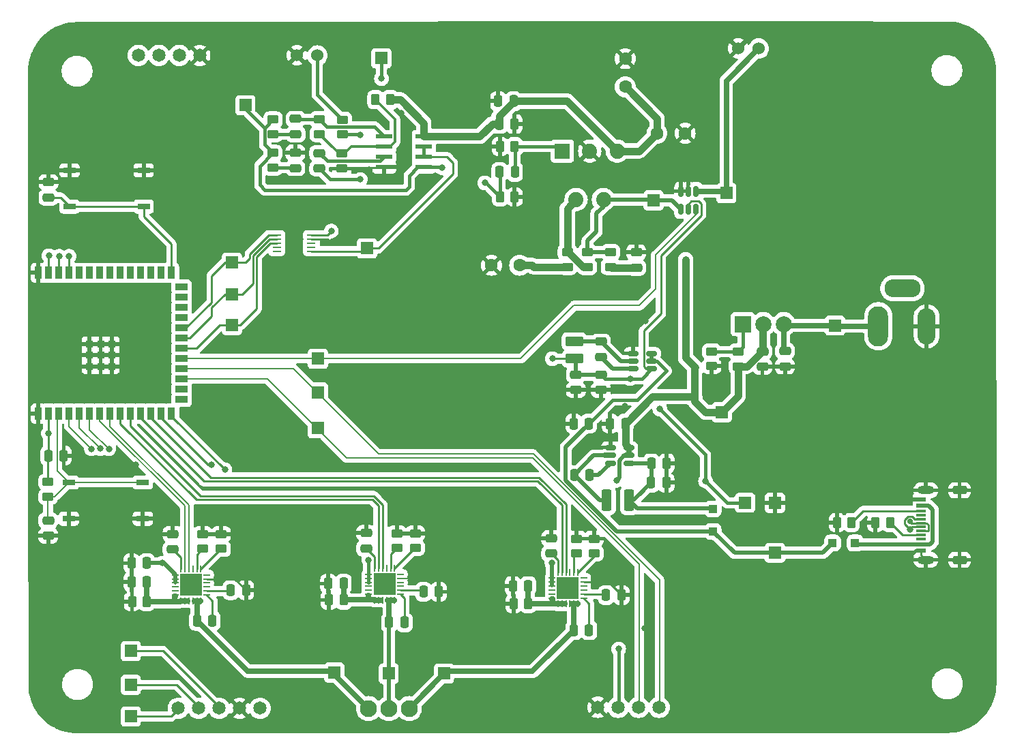
<source format=gtl>
G04 #@! TF.GenerationSoftware,KiCad,Pcbnew,8.0.1*
G04 #@! TF.CreationDate,2024-11-07T21:01:28-08:00*
G04 #@! TF.ProjectId,hope_final_project,686f7065-5f66-4696-9e61-6c5f70726f6a,rev?*
G04 #@! TF.SameCoordinates,Original*
G04 #@! TF.FileFunction,Copper,L1,Top*
G04 #@! TF.FilePolarity,Positive*
%FSLAX46Y46*%
G04 Gerber Fmt 4.6, Leading zero omitted, Abs format (unit mm)*
G04 Created by KiCad (PCBNEW 8.0.1) date 2024-11-07 21:01:28*
%MOMM*%
%LPD*%
G01*
G04 APERTURE LIST*
G04 Aperture macros list*
%AMRoundRect*
0 Rectangle with rounded corners*
0 $1 Rounding radius*
0 $2 $3 $4 $5 $6 $7 $8 $9 X,Y pos of 4 corners*
0 Add a 4 corners polygon primitive as box body*
4,1,4,$2,$3,$4,$5,$6,$7,$8,$9,$2,$3,0*
0 Add four circle primitives for the rounded corners*
1,1,$1+$1,$2,$3*
1,1,$1+$1,$4,$5*
1,1,$1+$1,$6,$7*
1,1,$1+$1,$8,$9*
0 Add four rect primitives between the rounded corners*
20,1,$1+$1,$2,$3,$4,$5,0*
20,1,$1+$1,$4,$5,$6,$7,0*
20,1,$1+$1,$6,$7,$8,$9,0*
20,1,$1+$1,$8,$9,$2,$3,0*%
G04 Aperture macros list end*
G04 #@! TA.AperFunction,SMDPad,CuDef*
%ADD10RoundRect,0.250000X0.262500X0.450000X-0.262500X0.450000X-0.262500X-0.450000X0.262500X-0.450000X0*%
G04 #@! TD*
G04 #@! TA.AperFunction,SMDPad,CuDef*
%ADD11RoundRect,0.250000X-0.450000X0.262500X-0.450000X-0.262500X0.450000X-0.262500X0.450000X0.262500X0*%
G04 #@! TD*
G04 #@! TA.AperFunction,SMDPad,CuDef*
%ADD12R,1.500000X1.500000*%
G04 #@! TD*
G04 #@! TA.AperFunction,SMDPad,CuDef*
%ADD13RoundRect,0.250000X0.450000X-0.262500X0.450000X0.262500X-0.450000X0.262500X-0.450000X-0.262500X0*%
G04 #@! TD*
G04 #@! TA.AperFunction,ComponentPad*
%ADD14C,2.100000*%
G04 #@! TD*
G04 #@! TA.AperFunction,SMDPad,CuDef*
%ADD15R,1.524000X0.762000*%
G04 #@! TD*
G04 #@! TA.AperFunction,SMDPad,CuDef*
%ADD16RoundRect,0.250000X-0.250000X-0.475000X0.250000X-0.475000X0.250000X0.475000X-0.250000X0.475000X0*%
G04 #@! TD*
G04 #@! TA.AperFunction,SMDPad,CuDef*
%ADD17RoundRect,0.250000X-0.262500X-0.450000X0.262500X-0.450000X0.262500X0.450000X-0.262500X0.450000X0*%
G04 #@! TD*
G04 #@! TA.AperFunction,SMDPad,CuDef*
%ADD18RoundRect,0.250000X-0.300000X-0.300000X0.300000X-0.300000X0.300000X0.300000X-0.300000X0.300000X0*%
G04 #@! TD*
G04 #@! TA.AperFunction,SMDPad,CuDef*
%ADD19RoundRect,0.250000X0.475000X-0.250000X0.475000X0.250000X-0.475000X0.250000X-0.475000X-0.250000X0*%
G04 #@! TD*
G04 #@! TA.AperFunction,ComponentPad*
%ADD20C,1.524000*%
G04 #@! TD*
G04 #@! TA.AperFunction,SMDPad,CuDef*
%ADD21RoundRect,0.250000X0.250000X0.475000X-0.250000X0.475000X-0.250000X-0.475000X0.250000X-0.475000X0*%
G04 #@! TD*
G04 #@! TA.AperFunction,SMDPad,CuDef*
%ADD22RoundRect,0.250000X-0.475000X0.250000X-0.475000X-0.250000X0.475000X-0.250000X0.475000X0.250000X0*%
G04 #@! TD*
G04 #@! TA.AperFunction,ComponentPad*
%ADD23C,1.600000*%
G04 #@! TD*
G04 #@! TA.AperFunction,SMDPad,CuDef*
%ADD24RoundRect,0.062500X-0.062500X0.350000X-0.062500X-0.350000X0.062500X-0.350000X0.062500X0.350000X0*%
G04 #@! TD*
G04 #@! TA.AperFunction,SMDPad,CuDef*
%ADD25RoundRect,0.062500X-0.350000X0.062500X-0.350000X-0.062500X0.350000X-0.062500X0.350000X0.062500X0*%
G04 #@! TD*
G04 #@! TA.AperFunction,HeatsinkPad*
%ADD26R,2.700000X2.700000*%
G04 #@! TD*
G04 #@! TA.AperFunction,SMDPad,CuDef*
%ADD27RoundRect,0.150000X0.512500X0.150000X-0.512500X0.150000X-0.512500X-0.150000X0.512500X-0.150000X0*%
G04 #@! TD*
G04 #@! TA.AperFunction,ComponentPad*
%ADD28R,2.000000X2.000000*%
G04 #@! TD*
G04 #@! TA.AperFunction,ComponentPad*
%ADD29C,2.000000*%
G04 #@! TD*
G04 #@! TA.AperFunction,ComponentPad*
%ADD30R,1.890000X1.890000*%
G04 #@! TD*
G04 #@! TA.AperFunction,ComponentPad*
%ADD31C,1.890000*%
G04 #@! TD*
G04 #@! TA.AperFunction,ComponentPad*
%ADD32O,2.500000X5.000000*%
G04 #@! TD*
G04 #@! TA.AperFunction,ComponentPad*
%ADD33O,2.250000X4.500000*%
G04 #@! TD*
G04 #@! TA.AperFunction,ComponentPad*
%ADD34O,4.500000X2.250000*%
G04 #@! TD*
G04 #@! TA.AperFunction,ComponentPad*
%ADD35C,1.650000*%
G04 #@! TD*
G04 #@! TA.AperFunction,SMDPad,CuDef*
%ADD36RoundRect,0.150000X-0.150000X0.512500X-0.150000X-0.512500X0.150000X-0.512500X0.150000X0.512500X0*%
G04 #@! TD*
G04 #@! TA.AperFunction,SMDPad,CuDef*
%ADD37R,2.000000X0.600000*%
G04 #@! TD*
G04 #@! TA.AperFunction,SMDPad,CuDef*
%ADD38RoundRect,0.250000X-0.850000X0.375000X-0.850000X-0.375000X0.850000X-0.375000X0.850000X0.375000X0*%
G04 #@! TD*
G04 #@! TA.AperFunction,SMDPad,CuDef*
%ADD39R,0.900000X1.500000*%
G04 #@! TD*
G04 #@! TA.AperFunction,SMDPad,CuDef*
%ADD40R,1.500000X0.900000*%
G04 #@! TD*
G04 #@! TA.AperFunction,SMDPad,CuDef*
%ADD41R,0.900000X0.900000*%
G04 #@! TD*
G04 #@! TA.AperFunction,SMDPad,CuDef*
%ADD42R,1.100000X0.250000*%
G04 #@! TD*
G04 #@! TA.AperFunction,SMDPad,CuDef*
%ADD43RoundRect,0.250000X0.300000X-0.300000X0.300000X0.300000X-0.300000X0.300000X-0.300000X-0.300000X0*%
G04 #@! TD*
G04 #@! TA.AperFunction,SMDPad,CuDef*
%ADD44R,1.150000X0.600000*%
G04 #@! TD*
G04 #@! TA.AperFunction,SMDPad,CuDef*
%ADD45R,1.150000X0.300000*%
G04 #@! TD*
G04 #@! TA.AperFunction,ComponentPad*
%ADD46O,2.100000X1.000000*%
G04 #@! TD*
G04 #@! TA.AperFunction,ComponentPad*
%ADD47RoundRect,0.250000X0.650000X-0.250000X0.650000X0.250000X-0.650000X0.250000X-0.650000X-0.250000X0*%
G04 #@! TD*
G04 #@! TA.AperFunction,SMDPad,CuDef*
%ADD48RoundRect,0.250000X-0.375000X-1.075000X0.375000X-1.075000X0.375000X1.075000X-0.375000X1.075000X0*%
G04 #@! TD*
G04 #@! TA.AperFunction,ViaPad*
%ADD49C,0.812800*%
G04 #@! TD*
G04 #@! TA.AperFunction,ViaPad*
%ADD50C,0.711200*%
G04 #@! TD*
G04 #@! TA.AperFunction,Conductor*
%ADD51C,0.381000*%
G04 #@! TD*
G04 #@! TA.AperFunction,Conductor*
%ADD52C,0.203200*%
G04 #@! TD*
G04 #@! TA.AperFunction,Conductor*
%ADD53C,0.254000*%
G04 #@! TD*
G04 #@! TA.AperFunction,Conductor*
%ADD54C,0.508000*%
G04 #@! TD*
G04 #@! TA.AperFunction,Conductor*
%ADD55C,0.304800*%
G04 #@! TD*
G04 #@! TA.AperFunction,Conductor*
%ADD56C,0.889000*%
G04 #@! TD*
G04 #@! TA.AperFunction,Conductor*
%ADD57C,0.635000*%
G04 #@! TD*
G04 #@! TA.AperFunction,Conductor*
%ADD58C,0.200000*%
G04 #@! TD*
G04 APERTURE END LIST*
D10*
X148386800Y-124917200D03*
X146561800Y-124917200D03*
D11*
X158590627Y-81245900D03*
X158590627Y-83070900D03*
D12*
X186450000Y-90360000D03*
D10*
X125476000Y-124460000D03*
X123651000Y-124460000D03*
D13*
X155740627Y-83083400D03*
X155740627Y-81258400D03*
D14*
X133640000Y-137950000D03*
X131100000Y-137950000D03*
X128560000Y-137950000D03*
D15*
X91363800Y-114355002D03*
X100558600Y-114355002D03*
X91363800Y-109855000D03*
X100558600Y-109855000D03*
D16*
X163631250Y-109893750D03*
X165531250Y-109893750D03*
D17*
X144880000Y-74375000D03*
X146705000Y-74375000D03*
D18*
X186157500Y-117384100D03*
X188957500Y-117384100D03*
D19*
X104241600Y-118160800D03*
X104241600Y-116260800D03*
D20*
X122220000Y-56800000D03*
X119680000Y-56780000D03*
D11*
X116681250Y-68912500D03*
X116681250Y-70737500D03*
D12*
X172974000Y-73914000D03*
X111633000Y-90297000D03*
D19*
X119481250Y-70787500D03*
X119481250Y-68887500D03*
D16*
X154081250Y-108943750D03*
X155981250Y-108943750D03*
D21*
X90728800Y-106527600D03*
X88828800Y-106527600D03*
X148386800Y-122732800D03*
X146486800Y-122732800D03*
D12*
X172420000Y-101130000D03*
D22*
X177450000Y-93560000D03*
X177450000Y-95460000D03*
D21*
X113370400Y-123240800D03*
X111470400Y-123240800D03*
D12*
X137922000Y-133604000D03*
D21*
X109204800Y-127050800D03*
X107304800Y-127050800D03*
D23*
X147325000Y-82875000D03*
X143825000Y-82875000D03*
D13*
X122450000Y-66562500D03*
X122450000Y-64737500D03*
D24*
X107763000Y-120632500D03*
X107263000Y-120632500D03*
X106763000Y-120632500D03*
X106263000Y-120632500D03*
X105763000Y-120632500D03*
X105263000Y-120632500D03*
D25*
X104550500Y-121345000D03*
X104550500Y-121845000D03*
X104550500Y-122345000D03*
X104550500Y-122845000D03*
X104550500Y-123345000D03*
X104550500Y-123845000D03*
D24*
X105263000Y-124557500D03*
X105763000Y-124557500D03*
X106263000Y-124557500D03*
X106763000Y-124557500D03*
X107263000Y-124557500D03*
X107763000Y-124557500D03*
D25*
X108475500Y-123845000D03*
X108475500Y-123345000D03*
X108475500Y-122845000D03*
X108475500Y-122345000D03*
X108475500Y-121845000D03*
X108475500Y-121345000D03*
D26*
X106513000Y-122595000D03*
D24*
X154564400Y-121024300D03*
X154064400Y-121024300D03*
X153564400Y-121024300D03*
X153064400Y-121024300D03*
X152564400Y-121024300D03*
X152064400Y-121024300D03*
D25*
X151351900Y-121736800D03*
X151351900Y-122236800D03*
X151351900Y-122736800D03*
X151351900Y-123236800D03*
X151351900Y-123736800D03*
X151351900Y-124236800D03*
D24*
X152064400Y-124949300D03*
X152564400Y-124949300D03*
X153064400Y-124949300D03*
X153564400Y-124949300D03*
X154064400Y-124949300D03*
X154564400Y-124949300D03*
D25*
X155276900Y-124236800D03*
X155276900Y-123736800D03*
X155276900Y-123236800D03*
X155276900Y-122736800D03*
X155276900Y-122236800D03*
X155276900Y-121736800D03*
D26*
X153314400Y-122986800D03*
D11*
X88798400Y-109782600D03*
X88798400Y-111607600D03*
D27*
X160868750Y-107456250D03*
X160868750Y-106506250D03*
X160868750Y-105556250D03*
X158593750Y-105556250D03*
X158593750Y-106506250D03*
X158593750Y-107456250D03*
D12*
X124333000Y-133477000D03*
D28*
X175020000Y-90190000D03*
D29*
X177560000Y-90190000D03*
X180100000Y-90190000D03*
D30*
X152625000Y-68675000D03*
D31*
X154325000Y-74705000D03*
X156025000Y-68675000D03*
X157725000Y-74705000D03*
X159425000Y-68675000D03*
D12*
X179020000Y-112410000D03*
D15*
X91465400Y-75579801D03*
X100660200Y-75579801D03*
X91465400Y-71079799D03*
X100660200Y-71079799D03*
D12*
X99060000Y-135001000D03*
D19*
X88823800Y-116469200D03*
X88823800Y-114569200D03*
D32*
X191830000Y-90440000D03*
D33*
X197830000Y-90440000D03*
D34*
X194830000Y-85740000D03*
D35*
X164642800Y-137795000D03*
X162102800Y-137795000D03*
X159562800Y-137795000D03*
X157022800Y-137795000D03*
D24*
X131806000Y-120552500D03*
X131306000Y-120552500D03*
X130806000Y-120552500D03*
X130306000Y-120552500D03*
X129806000Y-120552500D03*
X129306000Y-120552500D03*
D25*
X128593500Y-121265000D03*
X128593500Y-121765000D03*
X128593500Y-122265000D03*
X128593500Y-122765000D03*
X128593500Y-123265000D03*
X128593500Y-123765000D03*
D24*
X129306000Y-124477500D03*
X129806000Y-124477500D03*
X130306000Y-124477500D03*
X130806000Y-124477500D03*
X131306000Y-124477500D03*
X131806000Y-124477500D03*
D25*
X132518500Y-123765000D03*
X132518500Y-123265000D03*
X132518500Y-122765000D03*
X132518500Y-122265000D03*
X132518500Y-121765000D03*
X132518500Y-121265000D03*
D26*
X130556000Y-122515000D03*
D22*
X119525000Y-64687500D03*
X119525000Y-66587500D03*
D20*
X174450000Y-55920000D03*
X176990000Y-55940000D03*
D12*
X113284000Y-62992000D03*
X111633000Y-86487000D03*
X179020000Y-118610000D03*
D36*
X169225000Y-73665500D03*
X168275000Y-73665500D03*
X167325000Y-73665500D03*
X167325000Y-75940500D03*
X168275000Y-75940500D03*
X169225000Y-75940500D03*
D21*
X160450000Y-102550000D03*
X158550000Y-102550000D03*
D13*
X156565600Y-118668800D03*
X156565600Y-116843800D03*
D12*
X111633000Y-82550000D03*
D11*
X171150000Y-93577500D03*
X171150000Y-95402500D03*
D10*
X188520800Y-114844100D03*
X186695800Y-114844100D03*
D11*
X125250000Y-68987500D03*
X125250000Y-70812500D03*
D21*
X155940800Y-128219200D03*
X154040800Y-128219200D03*
D22*
X122450000Y-68950000D03*
X122450000Y-70850000D03*
D23*
X160440000Y-60700000D03*
X160440000Y-57200000D03*
D37*
X130531250Y-66867500D03*
X130531250Y-68137500D03*
X130531250Y-69407500D03*
X130531250Y-70677500D03*
X135431250Y-70677500D03*
X135431250Y-69407500D03*
X135431250Y-68137500D03*
X135431250Y-66867500D03*
D11*
X153240627Y-81245900D03*
X153240627Y-83070900D03*
D19*
X151231600Y-118704400D03*
X151231600Y-116804400D03*
D13*
X154381200Y-118668800D03*
X154381200Y-116843800D03*
D21*
X101041200Y-122224800D03*
X99141200Y-122224800D03*
X146725000Y-71275000D03*
X144825000Y-71275000D03*
D16*
X163681250Y-107493750D03*
X165581250Y-107493750D03*
D12*
X175310000Y-112370000D03*
D13*
X132080000Y-118006500D03*
X132080000Y-116181500D03*
D22*
X154300000Y-96450000D03*
X154300000Y-98350000D03*
D38*
X154100000Y-92325000D03*
X154100000Y-94475000D03*
D35*
X115112800Y-137922000D03*
X112572800Y-137922000D03*
X110032800Y-137922000D03*
X107492800Y-137922000D03*
X104952800Y-137922000D03*
D21*
X101041200Y-119888000D03*
X99141200Y-119888000D03*
X137282000Y-123444000D03*
X135382000Y-123444000D03*
D12*
X122301000Y-98679000D03*
D13*
X107950000Y-118110000D03*
X107950000Y-116285000D03*
D12*
X99060000Y-138938000D03*
X131064000Y-133604000D03*
D10*
X146700000Y-68125000D03*
X144875000Y-68125000D03*
X131262500Y-62300000D03*
X129437500Y-62300000D03*
D13*
X125300000Y-66612500D03*
X125300000Y-64787500D03*
D21*
X125476000Y-122428000D03*
X123576000Y-122428000D03*
D22*
X157412500Y-92362500D03*
X157412500Y-94262500D03*
D21*
X146575000Y-62475000D03*
X144675000Y-62475000D03*
X133030000Y-127254000D03*
X131130000Y-127254000D03*
D13*
X116725000Y-66587500D03*
X116725000Y-64762500D03*
X174450000Y-95422500D03*
X174450000Y-93597500D03*
D22*
X161790627Y-81270900D03*
X161790627Y-83170900D03*
D17*
X191496400Y-114844100D03*
X193321400Y-114844100D03*
D35*
X107619800Y-56794400D03*
X105079800Y-56794400D03*
X102539800Y-56794400D03*
X99999800Y-56794400D03*
D10*
X101041200Y-124663200D03*
X99216200Y-124663200D03*
D21*
X159954000Y-123850400D03*
X158054000Y-123850400D03*
D12*
X130175000Y-57150000D03*
D39*
X87603200Y-101309200D03*
X88873200Y-101309200D03*
X90143200Y-101309200D03*
X91413200Y-101309200D03*
X92683200Y-101309200D03*
X93953200Y-101309200D03*
X95223200Y-101309200D03*
X96493200Y-101309200D03*
X97763200Y-101309200D03*
X99033200Y-101309200D03*
X100303200Y-101309200D03*
X101573200Y-101309200D03*
X102843200Y-101309200D03*
X104113200Y-101309200D03*
D40*
X105363200Y-99544200D03*
X105363200Y-98274200D03*
X105363200Y-97004200D03*
X105363200Y-95734200D03*
X105363200Y-94464200D03*
X105363200Y-93194200D03*
X105363200Y-91924200D03*
X105363200Y-90654200D03*
X105363200Y-89384200D03*
X105363200Y-88114200D03*
X105363200Y-86844200D03*
X105363200Y-85574200D03*
D39*
X104113200Y-83809200D03*
X102843200Y-83809200D03*
X101573200Y-83809200D03*
X100303200Y-83809200D03*
X99033200Y-83809200D03*
X97763200Y-83809200D03*
X96493200Y-83809200D03*
X95223200Y-83809200D03*
X93953200Y-83809200D03*
X92683200Y-83809200D03*
X91413200Y-83809200D03*
X90143200Y-83809200D03*
X88873200Y-83809200D03*
X87603200Y-83809200D03*
D41*
X93923200Y-95459200D03*
X95323200Y-95459200D03*
X96723200Y-95459200D03*
X96723200Y-95459200D03*
X93923200Y-94059200D03*
X93923200Y-94059200D03*
X95323200Y-94059200D03*
X96723200Y-94059200D03*
X93923200Y-92659200D03*
X95323200Y-92659200D03*
X96723200Y-92659200D03*
D42*
X117175000Y-79125000D03*
X117175000Y-79625000D03*
X117175000Y-80125000D03*
X117175000Y-80625000D03*
X117175000Y-81125000D03*
X121475000Y-81125000D03*
X121475000Y-80625000D03*
X121475000Y-80125000D03*
X121475000Y-79625000D03*
X121475000Y-79125000D03*
D43*
X171323000Y-115954000D03*
X171323000Y-113154000D03*
D19*
X128270000Y-118044000D03*
X128270000Y-116144000D03*
D21*
X155931250Y-102543750D03*
X154031250Y-102543750D03*
D27*
X163700000Y-95750000D03*
X163700000Y-94800000D03*
X163700000Y-93850000D03*
X161425000Y-93850000D03*
X161425000Y-94800000D03*
X161425000Y-95750000D03*
D12*
X122301000Y-94488000D03*
D23*
X164360000Y-66480000D03*
X167860000Y-66480000D03*
D19*
X88849200Y-74457600D03*
X88849200Y-72557600D03*
D13*
X134366000Y-118006500D03*
X134366000Y-116181500D03*
D12*
X122301000Y-103124000D03*
X128397000Y-80772000D03*
D22*
X180260000Y-93530000D03*
X180260000Y-95430000D03*
D12*
X99060000Y-130810000D03*
D44*
X197165000Y-118350000D03*
X197165000Y-117550000D03*
D45*
X197165000Y-116400000D03*
X197165000Y-115400000D03*
X197165000Y-114900000D03*
X197165000Y-113900000D03*
D44*
X197165000Y-111950000D03*
X197165000Y-112750000D03*
D45*
X197165000Y-113400000D03*
X197165000Y-114400000D03*
X197165000Y-115900000D03*
X197165000Y-116900000D03*
D46*
X197740000Y-119470000D03*
D47*
X201920000Y-119470000D03*
D46*
X197740000Y-110830000D03*
D47*
X201920000Y-110830000D03*
D12*
X163957000Y-74803000D03*
D13*
X110286800Y-118108100D03*
X110286800Y-116283100D03*
D48*
X158131250Y-112093750D03*
X160931250Y-112093750D03*
D22*
X157400000Y-96450000D03*
X157400000Y-98350000D03*
D21*
X146675000Y-65325000D03*
X144775000Y-65325000D03*
D49*
X108204000Y-131699000D03*
X99640000Y-107620000D03*
X126550000Y-128650000D03*
X87900000Y-79020000D03*
X134747000Y-73152000D03*
X138830000Y-82680000D03*
D50*
X190068200Y-112090200D03*
D49*
X185572400Y-120777000D03*
X118450000Y-128600000D03*
X112710000Y-78920000D03*
X128651000Y-70993000D03*
X98069400Y-65074800D03*
X136550000Y-128750000D03*
X127500000Y-64030000D03*
X183794400Y-115214400D03*
X131826000Y-75057000D03*
X98501200Y-79375000D03*
X194070000Y-102970000D03*
X118008400Y-72364600D03*
X139649200Y-113284000D03*
X122150000Y-114450000D03*
X146890000Y-57860000D03*
X194780000Y-111100000D03*
X92190000Y-127760000D03*
X151638000Y-87934800D03*
X87299800Y-113157000D03*
X160985200Y-121666000D03*
X92710000Y-107518200D03*
X109575600Y-64211200D03*
X183163300Y-111567500D03*
X188030000Y-95160000D03*
X205140000Y-126010000D03*
X171831000Y-78867000D03*
X88976200Y-77292200D03*
X87680800Y-119684800D03*
X98145600Y-68681600D03*
X175550000Y-86300000D03*
X123620000Y-61000000D03*
X96901000Y-59207400D03*
X157607000Y-120929400D03*
X118110000Y-121330000D03*
X165150000Y-103700000D03*
X139649200Y-97231200D03*
X122351800Y-75387200D03*
X149380000Y-78780000D03*
D50*
X190144400Y-119659400D03*
D49*
X169180000Y-53830000D03*
X112800000Y-55300000D03*
X106984800Y-70789800D03*
X123926600Y-80060800D03*
X107924600Y-86410800D03*
X120116600Y-87706200D03*
X177300000Y-115720000D03*
X160700000Y-78850000D03*
X93802200Y-68199000D03*
X162915600Y-89763600D03*
X132588000Y-64008000D03*
X111023400Y-59436000D03*
X158521400Y-118516400D03*
X126720000Y-83450000D03*
X189160000Y-130880000D03*
X113893600Y-92151200D03*
X155473400Y-115011200D03*
X144322800Y-102489000D03*
X132850000Y-57900000D03*
X167005000Y-97155000D03*
X113060000Y-70870000D03*
X162850000Y-128000000D03*
X169760000Y-127910000D03*
X100126800Y-81381600D03*
X195290000Y-119490000D03*
X95377000Y-131064000D03*
X171520000Y-61640000D03*
X112230000Y-114320000D03*
X163600000Y-70910000D03*
X143060000Y-89670000D03*
X105410000Y-129540000D03*
X139790000Y-69380000D03*
X171450000Y-69469000D03*
X145850000Y-128700000D03*
X87452200Y-70408800D03*
X181635400Y-97942400D03*
X87223600Y-103733600D03*
X127000000Y-75565000D03*
X106883200Y-81508600D03*
X130683000Y-65278000D03*
D50*
X190093600Y-115900200D03*
D49*
X103225600Y-74472800D03*
X169250000Y-118300000D03*
X96012000Y-138811000D03*
X177260000Y-109630000D03*
X178689000Y-123571000D03*
X160350000Y-100350000D03*
X149050000Y-72300000D03*
X131978400Y-100863400D03*
X91541600Y-112191800D03*
X148945600Y-97078800D03*
X162900000Y-118450000D03*
X108864400Y-67741800D03*
X112725200Y-106019600D03*
X172339000Y-105537000D03*
X121005600Y-67741800D03*
X139930000Y-75180000D03*
X102235000Y-127000000D03*
X175700000Y-79600000D03*
X121107200Y-72313800D03*
X92252800Y-117551200D03*
X137650000Y-62670000D03*
X118135400Y-67767200D03*
X145872200Y-116535200D03*
X131530000Y-82090000D03*
X140385800Y-116713000D03*
X173101000Y-98145600D03*
X130810000Y-72390000D03*
X110845600Y-100304600D03*
X130175000Y-59690000D03*
X127550000Y-66650000D03*
X127550000Y-72200000D03*
X164719000Y-100736400D03*
X88828800Y-103759000D03*
X161036000Y-96949938D03*
X151384000Y-94488000D03*
X170383200Y-109677200D03*
X123952000Y-78613000D03*
X159613600Y-130556000D03*
X109042200Y-107670600D03*
D50*
X195790000Y-114720000D03*
D49*
X195780000Y-115688800D03*
X110744000Y-108280200D03*
X137668000Y-70739000D03*
X143002000Y-72644000D03*
X96342200Y-105689400D03*
X94183200Y-105689400D03*
X95275400Y-105664000D03*
X91414600Y-81762600D03*
X88900000Y-81686400D03*
X90170000Y-81737200D03*
X102990000Y-119870000D03*
X128593500Y-119493500D03*
X167918200Y-82169000D03*
X159350000Y-109600000D03*
X151333200Y-119888000D03*
D51*
X195630000Y-111950000D02*
X194780000Y-111100000D01*
X197165000Y-111950000D02*
X195630000Y-111950000D01*
D52*
X133398200Y-121765000D02*
X133400800Y-121767600D01*
D51*
X197165000Y-118350000D02*
X196430000Y-118350000D01*
D53*
X197165000Y-118350000D02*
X197165000Y-118895000D01*
X123490800Y-79625000D02*
X121475000Y-79625000D01*
D51*
X196430000Y-118350000D02*
X195290000Y-119490000D01*
D53*
X159954000Y-123850400D02*
X158340400Y-122236800D01*
X108475500Y-121845000D02*
X111974600Y-121845000D01*
D52*
X132518500Y-121765000D02*
X133398200Y-121765000D01*
D53*
X158593750Y-102593750D02*
X158550000Y-102550000D01*
X158593750Y-105556250D02*
X158593750Y-102593750D01*
X197165000Y-118895000D02*
X197740000Y-119470000D01*
X158340400Y-122236800D02*
X155276900Y-122236800D01*
X123926600Y-80060800D02*
X123490800Y-79625000D01*
X111974600Y-121845000D02*
X113370400Y-123240800D01*
D54*
X163700000Y-94800000D02*
X163700000Y-93850000D01*
D51*
X165531800Y-95969301D02*
X161925801Y-99575300D01*
D54*
X153060400Y-105414600D02*
X155374408Y-103100592D01*
D51*
X161925801Y-99575300D02*
X158899700Y-99575300D01*
D54*
X179020000Y-118610000D02*
X184931600Y-118610000D01*
X184931600Y-118610000D02*
X186157500Y-117384100D01*
X171323000Y-115954000D02*
X173979000Y-118610000D01*
D51*
X163700000Y-94800000D02*
X164362499Y-94800000D01*
D54*
X179020000Y-118610000D02*
X173979000Y-118610000D01*
X153060400Y-109619038D02*
X153060400Y-105414600D01*
D51*
X158899700Y-99575300D02*
X156299440Y-102175560D01*
D55*
X155931250Y-102543750D02*
X155931250Y-102831250D01*
D54*
X171323000Y-115954000D02*
X159395362Y-115954000D01*
X159395362Y-115954000D02*
X153060400Y-109619038D01*
X186055900Y-117282500D02*
X186157500Y-117384100D01*
D51*
X164362499Y-94800000D02*
X165531800Y-95969301D01*
X127512500Y-66612500D02*
X127550000Y-66650000D01*
X127550000Y-72200000D02*
X123800000Y-72200000D01*
X130175000Y-59690000D02*
X130175000Y-57150000D01*
X125300000Y-66612500D02*
X127512500Y-66612500D01*
X123800000Y-72200000D02*
X122450000Y-70850000D01*
X123431700Y-69931700D02*
X122450000Y-68950000D01*
X130531250Y-69407500D02*
X130007050Y-69931700D01*
D52*
X130092500Y-69407500D02*
X130531250Y-69407500D01*
D51*
X130007050Y-69931700D02*
X123431700Y-69931700D01*
X129332050Y-65668300D02*
X130531250Y-66867500D01*
D52*
X122450000Y-64737500D02*
X122487500Y-64737500D01*
D51*
X122450000Y-64737500D02*
X123380800Y-65668300D01*
X122450000Y-64737500D02*
X119575000Y-64737500D01*
X119575000Y-64737500D02*
X119525000Y-64687500D01*
D52*
X122400000Y-64687500D02*
X122450000Y-64737500D01*
D51*
X123380800Y-65668300D02*
X129332050Y-65668300D01*
X119525000Y-66587500D02*
X116725000Y-66587500D01*
X116681250Y-70737500D02*
X119431250Y-70737500D01*
X119431250Y-70737500D02*
X119481250Y-70787500D01*
X152075000Y-68125000D02*
X152625000Y-68675000D01*
X146725000Y-68150000D02*
X146700000Y-68125000D01*
X146700000Y-68125000D02*
X152075000Y-68125000D01*
X146725000Y-71275000D02*
X146725000Y-68150000D01*
D56*
X148844727Y-82875000D02*
X147325000Y-82875000D01*
X149040627Y-83070900D02*
X148844727Y-82875000D01*
X153240627Y-83070900D02*
X149040627Y-83070900D01*
X161790627Y-83170900D02*
X158690627Y-83170900D01*
X158690627Y-83170900D02*
X158590627Y-83070900D01*
D53*
X111366200Y-123345000D02*
X108475500Y-123345000D01*
X111470400Y-123240800D02*
X111366200Y-123345000D01*
D52*
X89949400Y-108440600D02*
X89949400Y-101503000D01*
X88798400Y-111607600D02*
X88798400Y-114543800D01*
X91363800Y-109855000D02*
X89949400Y-108440600D01*
X89611200Y-111607600D02*
X91363800Y-109855000D01*
X88798400Y-111607600D02*
X89611200Y-111607600D01*
X88798400Y-114543800D02*
X88823800Y-114569200D01*
X91363800Y-109855000D02*
X100558600Y-109855000D01*
X89949400Y-101503000D02*
X90143200Y-101309200D01*
D53*
X108475500Y-123845000D02*
X109204800Y-124574300D01*
X109204800Y-124574300D02*
X109204800Y-127050800D01*
X105263000Y-119182200D02*
X105263000Y-120632500D01*
X104241600Y-118160800D02*
X105263000Y-119182200D01*
D57*
X104546400Y-123965300D02*
X104550500Y-123965300D01*
X101041200Y-124663200D02*
X104546400Y-124663200D01*
X105763000Y-124557500D02*
X106142700Y-124557500D01*
X101041200Y-122224800D02*
X101041200Y-124663200D01*
X104546400Y-124663200D02*
X105157300Y-124663200D01*
X104546400Y-124663200D02*
X104546400Y-123965300D01*
X105157300Y-124663200D02*
X105263000Y-124557500D01*
X105263000Y-124557500D02*
X105763000Y-124557500D01*
D53*
X135203000Y-123265000D02*
X132518500Y-123265000D01*
X135382000Y-123444000D02*
X135203000Y-123265000D01*
X100660200Y-76795989D02*
X104113200Y-80248989D01*
X90343199Y-74457600D02*
X91465400Y-75579801D01*
X104113200Y-80248989D02*
X104113200Y-83809200D01*
X91465400Y-75579801D02*
X100660200Y-75579801D01*
X100660200Y-75579801D02*
X100660200Y-76795989D01*
X88849200Y-74457600D02*
X90343199Y-74457600D01*
X133030000Y-127254000D02*
X133030000Y-124276500D01*
X133030000Y-124276500D02*
X132518500Y-123765000D01*
X129306000Y-119080000D02*
X129306000Y-120552500D01*
X128270000Y-118044000D02*
X129306000Y-119080000D01*
D57*
X128524000Y-124460000D02*
X128524000Y-123885300D01*
X128524000Y-124460000D02*
X129288500Y-124460000D01*
X129288500Y-124460000D02*
X129306000Y-124477500D01*
X125476000Y-124460000D02*
X128524000Y-124460000D01*
X129306000Y-124477500D02*
X129806000Y-124477500D01*
X128524000Y-123885300D02*
X128593500Y-123885300D01*
X125476000Y-124460000D02*
X125476000Y-122428000D01*
X129806000Y-124477500D02*
X130113500Y-124477500D01*
D53*
X158054000Y-123850400D02*
X157940400Y-123736800D01*
X157940400Y-123736800D02*
X155276900Y-123736800D01*
D57*
X113574000Y-133320000D02*
X124557000Y-133320000D01*
X107304800Y-124599300D02*
X107263000Y-124557500D01*
X124587000Y-133223000D02*
X124587000Y-133977000D01*
X124557000Y-133320000D02*
X124587000Y-133350000D01*
X107304800Y-127050800D02*
X107304800Y-124599300D01*
X124587000Y-133977000D02*
X128560000Y-137950000D01*
X107304800Y-127050800D02*
X113574000Y-133320000D01*
X107763000Y-124557500D02*
X106955500Y-124557500D01*
D53*
X155940800Y-124900700D02*
X155940800Y-128219200D01*
X155276900Y-124236800D02*
X155940800Y-124900700D01*
X152064400Y-119537200D02*
X151231600Y-118704400D01*
X152064400Y-121024300D02*
X152064400Y-119537200D01*
D57*
X151384000Y-124357100D02*
X151351900Y-124357100D01*
X148386800Y-124917200D02*
X151384000Y-124917200D01*
X148386800Y-124917200D02*
X148386800Y-122732800D01*
X151384000Y-124917200D02*
X151384000Y-124357100D01*
X151384000Y-124917200D02*
X152912000Y-124917200D01*
X152912000Y-124917200D02*
X152944100Y-124949300D01*
X157931251Y-106506250D02*
X158593750Y-106506250D01*
D54*
X157231250Y-112093750D02*
X154081250Y-108943750D01*
X154081250Y-108943750D02*
X156518750Y-106506250D01*
X156518750Y-106506250D02*
X158593750Y-106506250D01*
X158131250Y-112093750D02*
X157231250Y-112093750D01*
X155981250Y-108943750D02*
X157106250Y-108943750D01*
X157106250Y-108943750D02*
X158593750Y-107456250D01*
X154137500Y-92362500D02*
X154100000Y-92325000D01*
X159850000Y-94800000D02*
X157412500Y-92362500D01*
X161425000Y-94800000D02*
X159850000Y-94800000D01*
X157412500Y-92362500D02*
X154137500Y-92362500D01*
X161425000Y-95750000D02*
X158900000Y-95750000D01*
X158900000Y-95750000D02*
X157412500Y-94262500D01*
D53*
X121475000Y-79125000D02*
X123440000Y-79125000D01*
D51*
X162500062Y-96949938D02*
X163700000Y-95750000D01*
D53*
X168623001Y-74930000D02*
X168275000Y-75278001D01*
D51*
X157899938Y-96949938D02*
X161036000Y-96949938D01*
D53*
X162732700Y-95445199D02*
X162732700Y-91013300D01*
X151397000Y-94475000D02*
X151384000Y-94488000D01*
X169829800Y-75235458D02*
X169524342Y-74930000D01*
X163700000Y-95750000D02*
X163037501Y-95750000D01*
X168275000Y-75278001D02*
X168275000Y-75940500D01*
D54*
X154300000Y-96450000D02*
X154300000Y-94675000D01*
X154300000Y-94675000D02*
X154100000Y-94475000D01*
D53*
X169829800Y-76645542D02*
X169829800Y-75235458D01*
D51*
X173101000Y-112395000D02*
X173126000Y-112370000D01*
D53*
X154100000Y-94475000D02*
X151397000Y-94475000D01*
D51*
X170383200Y-109677200D02*
X173101000Y-112395000D01*
X159613600Y-137617200D02*
X159613600Y-130556000D01*
D53*
X164846000Y-81629342D02*
X169829800Y-76645542D01*
X88798400Y-109782600D02*
X88798400Y-106558000D01*
D51*
X170383200Y-109677200D02*
X170383200Y-106400600D01*
D54*
X88873200Y-106483200D02*
X88828800Y-106527600D01*
D53*
X123440000Y-79125000D02*
X123952000Y-78613000D01*
D51*
X161036000Y-96949938D02*
X162500062Y-96949938D01*
D53*
X162732700Y-91013300D02*
X164846000Y-88900000D01*
X88873200Y-101309200D02*
X88828800Y-101353600D01*
D51*
X170383200Y-106400600D02*
X164719000Y-100736400D01*
D54*
X154300000Y-96450000D02*
X157400000Y-96450000D01*
D51*
X173126000Y-112370000D02*
X175310000Y-112370000D01*
X157400000Y-96450000D02*
X157899938Y-96949938D01*
D54*
X88828800Y-109752200D02*
X88798400Y-109782600D01*
D53*
X88798400Y-106558000D02*
X88828800Y-106527600D01*
X163037501Y-95750000D02*
X162732700Y-95445199D01*
X88828800Y-106527600D02*
X88828800Y-103759000D01*
X164846000Y-88900000D02*
X164846000Y-81629342D01*
X169524342Y-74930000D02*
X168623001Y-74930000D01*
X88828800Y-101353600D02*
X88828800Y-103759000D01*
D51*
X122220000Y-61707500D02*
X125300000Y-64787500D01*
X122220000Y-56800000D02*
X122220000Y-61707500D01*
D54*
X131130000Y-127254000D02*
X131130000Y-137920000D01*
D57*
X131306000Y-124477500D02*
X130926300Y-124477500D01*
X131130000Y-125476000D02*
X131130000Y-124653500D01*
X131806000Y-124477500D02*
X131306000Y-124477500D01*
D54*
X131130000Y-137920000D02*
X131100000Y-137950000D01*
D57*
X131130000Y-127254000D02*
X131130000Y-125476000D01*
D52*
X131130000Y-127254000D02*
X131130000Y-126812000D01*
D57*
X131140200Y-137909800D02*
X131100000Y-137950000D01*
D52*
X131130000Y-126812000D02*
X131306000Y-126636000D01*
D57*
X131130000Y-124653500D02*
X131306000Y-124477500D01*
D55*
X125562500Y-68987500D02*
X126412500Y-68137500D01*
X131861450Y-67507300D02*
X131861450Y-64723950D01*
X130531250Y-68137500D02*
X131231250Y-68137500D01*
X131861450Y-64723950D02*
X129437500Y-62300000D01*
X124368750Y-68481250D02*
X124875000Y-68987500D01*
D52*
X125250000Y-68987500D02*
X125300000Y-68987500D01*
D55*
X131231250Y-68137500D02*
X131861450Y-67507300D01*
X122450000Y-66562500D02*
X124368750Y-68481250D01*
X126412500Y-68137500D02*
X130531250Y-68137500D01*
X124875000Y-68987500D02*
X125250000Y-68987500D01*
D53*
X129798000Y-80772000D02*
X128397000Y-80772000D01*
X121475000Y-81125000D02*
X128215947Y-81125000D01*
D51*
X134664650Y-69407500D02*
X135431250Y-69407500D01*
D53*
X138307500Y-69407500D02*
X139030000Y-70130000D01*
X139030000Y-71540000D02*
X129798000Y-80772000D01*
D55*
X135431250Y-69407500D02*
X135457500Y-69407500D01*
D53*
X139030000Y-70130000D02*
X139030000Y-71540000D01*
D51*
X135431250Y-69407500D02*
X135431250Y-68137500D01*
D53*
X138307500Y-69407500D02*
X135431250Y-69407500D01*
D56*
X153368673Y-81245900D02*
X153240627Y-81245900D01*
X155740627Y-83083400D02*
X155206173Y-83083400D01*
X155206173Y-83083400D02*
X153368673Y-81245900D01*
X153240627Y-81245900D02*
X153240627Y-75789373D01*
X153240627Y-75789373D02*
X154325000Y-74705000D01*
D53*
X110286800Y-118108700D02*
X107763000Y-120632500D01*
X110286800Y-118108100D02*
X110286800Y-118108700D01*
X107263000Y-118797000D02*
X107950000Y-118110000D01*
X107263000Y-120632500D02*
X107263000Y-118797000D01*
X131806000Y-120552500D02*
X134352000Y-118006500D01*
X134352000Y-118006500D02*
X134366000Y-118006500D01*
X132080000Y-118006500D02*
X131306000Y-118780500D01*
X131306000Y-118780500D02*
X131306000Y-120552500D01*
X154564400Y-121024300D02*
X156565600Y-119023100D01*
X156565600Y-119023100D02*
X156565600Y-118668800D01*
X154064400Y-121024300D02*
X154064400Y-118985600D01*
X154064400Y-118985600D02*
X154381200Y-118668800D01*
X194877300Y-116400000D02*
X197165000Y-116400000D01*
X193321400Y-114844100D02*
X194877300Y-116400000D01*
X188520800Y-114844100D02*
X189964900Y-113400000D01*
X189964900Y-113400000D02*
X197165000Y-113400000D01*
D52*
X106263000Y-120632500D02*
X106263000Y-112689200D01*
X106263000Y-112689200D02*
X96494600Y-102920800D01*
X96494600Y-102720400D02*
X96493200Y-102719000D01*
X96494600Y-102920800D02*
X96494600Y-102720400D01*
X96493200Y-102719000D02*
X96493200Y-101309200D01*
X105763000Y-112773132D02*
X95223200Y-102233332D01*
X105763000Y-120632500D02*
X105763000Y-112773132D01*
X95223200Y-102233332D02*
X95223200Y-101309200D01*
D53*
X129210857Y-111531400D02*
X107721400Y-111531400D01*
X130306000Y-112626543D02*
X129210857Y-111531400D01*
X130306000Y-113100000D02*
X130306000Y-112626543D01*
X130306000Y-120552500D02*
X130306000Y-113100000D01*
X107721400Y-111531400D02*
X99033200Y-102843200D01*
X99033200Y-102843200D02*
X99033200Y-101309200D01*
X129806000Y-120552500D02*
X129806000Y-112737200D01*
X97763200Y-102538400D02*
X97763200Y-101309200D01*
X107188000Y-111963200D02*
X97763200Y-102538400D01*
X129032000Y-111963200D02*
X107188000Y-111963200D01*
X129806000Y-112737200D02*
X129032000Y-111963200D01*
X149758400Y-109245400D02*
X143637000Y-109245400D01*
X143637000Y-109245400D02*
X108969800Y-109245400D01*
X153064400Y-112551400D02*
X149758400Y-109245400D01*
X101573200Y-101848800D02*
X101573200Y-101309200D01*
X153064400Y-121024300D02*
X153064400Y-112551400D01*
X108969800Y-109245400D02*
X101573200Y-101848800D01*
X152564400Y-121024300D02*
X152564400Y-112686400D01*
X100303200Y-101848800D02*
X100303200Y-101309200D01*
X108157000Y-109702600D02*
X100303200Y-101848800D01*
X149580600Y-109702600D02*
X108157000Y-109702600D01*
X152564400Y-112686400D02*
X149580600Y-109702600D01*
X113817400Y-82016600D02*
X113817400Y-81457284D01*
X111633000Y-82550000D02*
X113284000Y-82550000D01*
X109093000Y-87464000D02*
X109093000Y-84201000D01*
X116149684Y-79125000D02*
X117175000Y-79125000D01*
X113284000Y-82550000D02*
X113817400Y-82016600D01*
X109093000Y-84201000D02*
X110744000Y-82550000D01*
X105363200Y-90654200D02*
X105902800Y-90654200D01*
X113817400Y-81457284D02*
X116149684Y-79125000D01*
X105902800Y-90654200D02*
X109093000Y-87464000D01*
X110744000Y-82550000D02*
X111633000Y-82550000D01*
X105363200Y-91924200D02*
X106367200Y-91924200D01*
X109093000Y-89198400D02*
X109093000Y-88138000D01*
X109093000Y-88138000D02*
X110744000Y-86487000D01*
X110744000Y-86487000D02*
X111633000Y-86487000D01*
X114249200Y-85140800D02*
X114249200Y-81636142D01*
X112903000Y-86487000D02*
X114249200Y-85140800D01*
X106367200Y-91924200D02*
X109093000Y-89198400D01*
X116260342Y-79625000D02*
X117175000Y-79625000D01*
X111633000Y-86487000D02*
X112903000Y-86487000D01*
X114249200Y-81636142D02*
X116260342Y-79625000D01*
X116371000Y-80125000D02*
X117175000Y-80125000D01*
X107211800Y-93194200D02*
X110109000Y-90297000D01*
X114681000Y-81815000D02*
X116371000Y-80125000D01*
X112649000Y-90297000D02*
X114681000Y-88265000D01*
X110109000Y-90297000D02*
X111633000Y-90297000D01*
X111633000Y-90297000D02*
X112649000Y-90297000D01*
X105363200Y-93194200D02*
X107211800Y-93194200D01*
X114681000Y-88265000D02*
X114681000Y-81815000D01*
X198044800Y-115120600D02*
X197824200Y-114900000D01*
X197165000Y-115900000D02*
X197210200Y-115854800D01*
X197210200Y-115854800D02*
X198044800Y-115854800D01*
X102843200Y-101848800D02*
X102843200Y-101309200D01*
X195970000Y-114900000D02*
X197165000Y-114900000D01*
X198044800Y-115854800D02*
X198044800Y-115120600D01*
X195790000Y-114720000D02*
X195970000Y-114900000D01*
X109042200Y-107670600D02*
X108665000Y-107670600D01*
X108665000Y-107670600D02*
X102843200Y-101848800D01*
X197824200Y-114900000D02*
X197165000Y-114900000D01*
D58*
X102843200Y-101794800D02*
X102843200Y-101309200D01*
D53*
X104113200Y-101609200D02*
X110744000Y-108240000D01*
X197165000Y-115400000D02*
X196068800Y-115400000D01*
X196063547Y-114059600D02*
X195516453Y-114059600D01*
X110744000Y-108240000D02*
X110744000Y-108280200D01*
D58*
X104113200Y-101649400D02*
X104113200Y-101309200D01*
D53*
X104113200Y-101309200D02*
X104113200Y-101609200D01*
X196403947Y-114400000D02*
X196063547Y-114059600D01*
X197165000Y-114400000D02*
X196403947Y-114400000D01*
X195090000Y-114486053D02*
X195090000Y-114998800D01*
X195090000Y-114998800D02*
X195780000Y-115688800D01*
X195516453Y-114059600D02*
X195090000Y-114486053D01*
X196068800Y-115400000D02*
X195780000Y-115688800D01*
D57*
X133640000Y-137950000D02*
X138244600Y-133345400D01*
X154040800Y-128219200D02*
X154040800Y-124972900D01*
X154040800Y-124972900D02*
X154064400Y-124949300D01*
X138244600Y-133345400D02*
X148914600Y-133345400D01*
X134090200Y-137499800D02*
X133640000Y-137950000D01*
X148914600Y-133345400D02*
X154040800Y-128219200D01*
X154564400Y-124949300D02*
X153756900Y-124949300D01*
X191830000Y-90440000D02*
X186530000Y-90440000D01*
X186450000Y-90360000D02*
X180270000Y-90360000D01*
X186530000Y-90440000D02*
X186450000Y-90360000D01*
D54*
X180100000Y-93370000D02*
X180260000Y-93530000D01*
D57*
X180100000Y-90190000D02*
X180100000Y-93370000D01*
X180270000Y-90360000D02*
X180100000Y-90190000D01*
D54*
X160868750Y-107456250D02*
X163643750Y-107456250D01*
X163681250Y-107493750D02*
X163681250Y-109843750D01*
X163681250Y-109843750D02*
X163631250Y-109893750D01*
X162437500Y-111087500D02*
X163631250Y-109893750D01*
X160931250Y-112093750D02*
X161431250Y-112093750D01*
X163643750Y-107456250D02*
X163681250Y-107493750D01*
X160931250Y-112093750D02*
X161918300Y-113080800D01*
X161918300Y-113080800D02*
X171472400Y-113080800D01*
X161431250Y-112093750D02*
X162437500Y-111087500D01*
D51*
X115062000Y-70531750D02*
X115062000Y-72898000D01*
X115656700Y-65830800D02*
X115656700Y-67887950D01*
X134681500Y-70677500D02*
X135431250Y-70677500D01*
X113284000Y-63458100D02*
X113284000Y-62992000D01*
X133604000Y-71755000D02*
X134681500Y-70677500D01*
X133604000Y-73152000D02*
X133604000Y-71755000D01*
X143002000Y-72644000D02*
X143149000Y-72644000D01*
X144880000Y-74375000D02*
X144880000Y-71330000D01*
X135431250Y-70677500D02*
X137606500Y-70677500D01*
X115697000Y-73533000D02*
X133223000Y-73533000D01*
X116725000Y-64762500D02*
X115656700Y-65830800D01*
X133223000Y-73533000D02*
X133604000Y-73152000D01*
X137606500Y-70677500D02*
X137668000Y-70739000D01*
X116681250Y-68912500D02*
X115062000Y-70531750D01*
X115062000Y-72898000D02*
X115697000Y-73533000D01*
X115656700Y-65830800D02*
X113284000Y-63458100D01*
X115656700Y-67887950D02*
X116681250Y-68912500D01*
X144880000Y-71330000D02*
X144825000Y-71275000D01*
X143149000Y-72644000D02*
X144880000Y-74375000D01*
D54*
X197165000Y-117550000D02*
X198248000Y-117550000D01*
X189123400Y-117550000D02*
X197165000Y-117550000D01*
X198606500Y-113252900D02*
X198103600Y-112750000D01*
X198248000Y-117550000D02*
X198606500Y-117191500D01*
X198103600Y-112750000D02*
X197165000Y-112750000D01*
X198606500Y-117191500D02*
X198606500Y-113252900D01*
X188957500Y-117384100D02*
X189123400Y-117550000D01*
D52*
X154051000Y-87884000D02*
X162179000Y-87884000D01*
X164211000Y-81616999D02*
X169225000Y-76602999D01*
X105363200Y-94464200D02*
X121539000Y-94464200D01*
X121539000Y-94464200D02*
X147470800Y-94464200D01*
X121539000Y-94464200D02*
X121755800Y-94464200D01*
X169225000Y-76602999D02*
X169225000Y-75940500D01*
X162179000Y-87884000D02*
X164211000Y-85852000D01*
X164211000Y-85852000D02*
X164211000Y-81616999D01*
X147470800Y-94464200D02*
X154051000Y-87884000D01*
X105363200Y-97004200D02*
X116054200Y-97004200D01*
X125857000Y-106807000D02*
X148955204Y-106807000D01*
X116054200Y-97004200D02*
X125857000Y-106807000D01*
X148955204Y-106807000D02*
X162153600Y-120005396D01*
X162153600Y-120005396D02*
X162153600Y-137617200D01*
X129819400Y-106324400D02*
X149011420Y-106324400D01*
X105363200Y-95734200D02*
X119229200Y-95734200D01*
X164693600Y-122006580D02*
X164693600Y-137617200D01*
X119229200Y-95734200D02*
X129819400Y-106324400D01*
X149011420Y-106324400D02*
X164693600Y-122006580D01*
X93953200Y-101309200D02*
X93953200Y-103300400D01*
D53*
X99060000Y-130810000D02*
X103102400Y-130810000D01*
X103102400Y-130810000D02*
X110138200Y-137845800D01*
D52*
X93953200Y-103300400D02*
X96342200Y-105689400D01*
X91413200Y-101309200D02*
X91413200Y-102919400D01*
D53*
X99060000Y-138938000D02*
X104046000Y-138938000D01*
D52*
X91413200Y-102919400D02*
X94183200Y-105689400D01*
D53*
X104046000Y-138938000D02*
X105138200Y-137845800D01*
D52*
X92683200Y-101309200D02*
X92683200Y-103071800D01*
D53*
X99060000Y-135001000D02*
X104793400Y-135001000D01*
X104793400Y-135001000D02*
X107638200Y-137845800D01*
D52*
X92683200Y-103071800D02*
X95275400Y-105664000D01*
D53*
X91413200Y-83809200D02*
X91413200Y-81764000D01*
X91413200Y-81764000D02*
X91414600Y-81762600D01*
X88873200Y-83809200D02*
X88873200Y-81713200D01*
X88873200Y-81713200D02*
X88900000Y-81686400D01*
X90143200Y-81764000D02*
X90170000Y-81737200D01*
X90143200Y-83809200D02*
X90143200Y-81764000D01*
D51*
X171170000Y-93597500D02*
X171150000Y-93577500D01*
X175020000Y-90190000D02*
X175020000Y-93027500D01*
X175020000Y-93027500D02*
X174450000Y-93597500D01*
X174450000Y-93597500D02*
X171170000Y-93597500D01*
D54*
X166187500Y-74803000D02*
X167325000Y-75940500D01*
X157725000Y-74705000D02*
X163859000Y-74705000D01*
X155740627Y-79818973D02*
X156845000Y-78714600D01*
X155740627Y-81258400D02*
X158578127Y-81258400D01*
X163957000Y-74803000D02*
X166187500Y-74803000D01*
X157725000Y-75548600D02*
X157725000Y-74705000D01*
X158578127Y-81258400D02*
X158590627Y-81245900D01*
X156845000Y-76428600D02*
X157725000Y-75548600D01*
X163859000Y-74705000D02*
X163957000Y-74803000D01*
X155740627Y-81258400D02*
X155740627Y-79818973D01*
X156845000Y-78714600D02*
X156845000Y-76428600D01*
D57*
X172725500Y-73665500D02*
X172974000Y-73914000D01*
X172974000Y-59956000D02*
X176990000Y-55940000D01*
X172974000Y-73914000D02*
X172974000Y-59956000D01*
X169225000Y-73665500D02*
X172725500Y-73665500D01*
D54*
X104550500Y-121345000D02*
X104550500Y-122288200D01*
D56*
X174450000Y-95422500D02*
X175521954Y-95422500D01*
D51*
X128593500Y-121265000D02*
X128593500Y-121765000D01*
D54*
X160303750Y-106506250D02*
X159700000Y-107110000D01*
X102972000Y-119888000D02*
X102990000Y-119870000D01*
D56*
X177450000Y-90300000D02*
X177560000Y-90190000D01*
X169050000Y-99200000D02*
X169050000Y-95636000D01*
X160440000Y-60700000D02*
X164360000Y-64620000D01*
D54*
X159700000Y-109250000D02*
X159350000Y-109600000D01*
D56*
X131262500Y-62300000D02*
X132531000Y-62300000D01*
X175521954Y-95422500D02*
X177384454Y-93560000D01*
X177450000Y-93560000D02*
X177450000Y-90300000D01*
D54*
X169050000Y-95636000D02*
X169100000Y-95586000D01*
D51*
X128593500Y-121765000D02*
X128593500Y-122265000D01*
D56*
X144775000Y-65325000D02*
X144775000Y-64340546D01*
X144775000Y-65325000D02*
X143925000Y-65325000D01*
D54*
X151333200Y-119888000D02*
X151333200Y-122680000D01*
D56*
X159425000Y-68675000D02*
X162165000Y-68675000D01*
D54*
X159700000Y-107110000D02*
X159700000Y-109250000D01*
D55*
X131262500Y-62300000D02*
X131554150Y-62300000D01*
D56*
X167918200Y-94404200D02*
X169100000Y-95586000D01*
D54*
X160868750Y-106506250D02*
X160303750Y-106506250D01*
D51*
X146575000Y-62475000D02*
X146750000Y-62650000D01*
D56*
X146575000Y-62540546D02*
X146575000Y-62475000D01*
D51*
X104597200Y-121298300D02*
X104550500Y-121345000D01*
D54*
X103168900Y-119870000D02*
X104597200Y-121298300D01*
D56*
X144775000Y-64340546D02*
X146575000Y-62540546D01*
X160450000Y-102550000D02*
X160450000Y-105137500D01*
X170390000Y-101130000D02*
X172420000Y-101130000D01*
X177384454Y-93560000D02*
X177450000Y-93560000D01*
D55*
X160472988Y-106506250D02*
X160868750Y-106506250D01*
D56*
X142382500Y-66867500D02*
X135431250Y-66867500D01*
D54*
X151333200Y-122680000D02*
X151351900Y-122680000D01*
D56*
X153225000Y-62475000D02*
X146575000Y-62475000D01*
D51*
X128593500Y-119493500D02*
X128593500Y-121265000D01*
D54*
X102990000Y-119870000D02*
X103168900Y-119870000D01*
D56*
X135431250Y-65200250D02*
X135431250Y-66867500D01*
X163800000Y-99200000D02*
X169050000Y-99200000D01*
D54*
X101041200Y-119888000D02*
X102972000Y-119888000D01*
D57*
X160868750Y-106506250D02*
X160868750Y-105556250D01*
D56*
X164360000Y-66480000D02*
X164360000Y-65050000D01*
X132531000Y-62300000D02*
X135431250Y-65200250D01*
X174450000Y-99100000D02*
X174450000Y-95422500D01*
X169050000Y-99200000D02*
X169060000Y-99210000D01*
X143925000Y-65325000D02*
X142382500Y-66867500D01*
X159425000Y-68675000D02*
X153225000Y-62475000D01*
X160450000Y-102550000D02*
X163800000Y-99200000D01*
D55*
X104597200Y-122298300D02*
X104550500Y-122345000D01*
D56*
X169060000Y-99210000D02*
X169060000Y-99800000D01*
X164360000Y-65050000D02*
X164360000Y-64620000D01*
X167918200Y-82169000D02*
X167918200Y-94404200D01*
D51*
X160868750Y-106506250D02*
X160419106Y-106506250D01*
D56*
X172420000Y-101130000D02*
X174450000Y-99100000D01*
X162165000Y-68675000D02*
X164360000Y-66480000D01*
X169060000Y-99800000D02*
X170390000Y-101130000D01*
X160450000Y-105137500D02*
X160868750Y-105556250D01*
G04 #@! TA.AperFunction,Conductor*
G36*
X162960903Y-121125827D02*
G01*
X162967381Y-121131859D01*
X164055181Y-122219659D01*
X164088666Y-122280982D01*
X164091500Y-122307340D01*
X164091500Y-136510551D01*
X164071815Y-136577590D01*
X164019906Y-136622932D01*
X163977524Y-136642695D01*
X163977517Y-136642699D01*
X163787535Y-136775726D01*
X163787529Y-136775731D01*
X163623531Y-136939729D01*
X163623526Y-136939735D01*
X163490501Y-137129714D01*
X163490498Y-137129720D01*
X163485181Y-137141123D01*
X163439007Y-137193562D01*
X163371813Y-137212712D01*
X163304933Y-137192495D01*
X163260419Y-137141123D01*
X163255220Y-137129975D01*
X163255101Y-137129719D01*
X163255099Y-137129716D01*
X163255098Y-137129714D01*
X163122073Y-136939735D01*
X163122068Y-136939729D01*
X162958072Y-136775733D01*
X162958070Y-136775731D01*
X162958069Y-136775730D01*
X162958064Y-136775726D01*
X162958061Y-136775724D01*
X162808576Y-136671052D01*
X162764951Y-136616475D01*
X162755700Y-136569478D01*
X162755700Y-121219540D01*
X162775385Y-121152501D01*
X162828189Y-121106746D01*
X162897347Y-121096802D01*
X162960903Y-121125827D01*
G37*
G04 #@! TD.AperFunction*
G04 #@! TA.AperFunction,Conductor*
G36*
X107013287Y-112568241D02*
G01*
X107126194Y-112590699D01*
X107126196Y-112590700D01*
X107126197Y-112590700D01*
X128720719Y-112590700D01*
X128787758Y-112610385D01*
X128808400Y-112627019D01*
X129142181Y-112960800D01*
X129175666Y-113022123D01*
X129178500Y-113048481D01*
X129178500Y-115075823D01*
X129158815Y-115142862D01*
X129106011Y-115188617D01*
X129036853Y-115198561D01*
X129015496Y-115193529D01*
X128897697Y-115154494D01*
X128897690Y-115154493D01*
X128794986Y-115144000D01*
X128520000Y-115144000D01*
X128520000Y-116270000D01*
X128500315Y-116337039D01*
X128447511Y-116382794D01*
X128396000Y-116394000D01*
X127045001Y-116394000D01*
X127045001Y-116443986D01*
X127055494Y-116546697D01*
X127110641Y-116713119D01*
X127110643Y-116713124D01*
X127202684Y-116862345D01*
X127326655Y-116986316D01*
X127326659Y-116986319D01*
X127329656Y-116988168D01*
X127331279Y-116989972D01*
X127332323Y-116990798D01*
X127332181Y-116990976D01*
X127376381Y-117040116D01*
X127387602Y-117109079D01*
X127359759Y-117173161D01*
X127329661Y-117199241D01*
X127326349Y-117201283D01*
X127326343Y-117201288D01*
X127202289Y-117325342D01*
X127110187Y-117474663D01*
X127110185Y-117474668D01*
X127094254Y-117522745D01*
X127055001Y-117641203D01*
X127055001Y-117641204D01*
X127055000Y-117641204D01*
X127044500Y-117743983D01*
X127044500Y-118344001D01*
X127044501Y-118344019D01*
X127055000Y-118446796D01*
X127055001Y-118446799D01*
X127110185Y-118613331D01*
X127110186Y-118613334D01*
X127202288Y-118762656D01*
X127326344Y-118886712D01*
X127475666Y-118978814D01*
X127642203Y-119033999D01*
X127642206Y-119033999D01*
X127645202Y-119034641D01*
X127646872Y-119035545D01*
X127648629Y-119036128D01*
X127648525Y-119036441D01*
X127706635Y-119067924D01*
X127740321Y-119129137D01*
X127737173Y-119194210D01*
X127701534Y-119303899D01*
X127701532Y-119303904D01*
X127681605Y-119493500D01*
X127701532Y-119683095D01*
X127701533Y-119683097D01*
X127760439Y-119864395D01*
X127760442Y-119864401D01*
X127855761Y-120029498D01*
X127870648Y-120046031D01*
X127900879Y-120109022D01*
X127902500Y-120129005D01*
X127902500Y-120693363D01*
X127882815Y-120760402D01*
X127853989Y-120791736D01*
X127841964Y-120800964D01*
X127766264Y-120899619D01*
X127751719Y-120918574D01*
X127694991Y-121055527D01*
X127694990Y-121055529D01*
X127680500Y-121165598D01*
X127680500Y-121364403D01*
X127694989Y-121474468D01*
X127697094Y-121482322D01*
X127693814Y-121483200D01*
X127699581Y-121537073D01*
X127696517Y-121547522D01*
X127697095Y-121547677D01*
X127694990Y-121555529D01*
X127680500Y-121665598D01*
X127680500Y-121864403D01*
X127694989Y-121974468D01*
X127697094Y-121982322D01*
X127693814Y-121983200D01*
X127699581Y-122037073D01*
X127696517Y-122047522D01*
X127697095Y-122047677D01*
X127694990Y-122055529D01*
X127680500Y-122165598D01*
X127680500Y-122364403D01*
X127694989Y-122474468D01*
X127697094Y-122482322D01*
X127693814Y-122483200D01*
X127699581Y-122537073D01*
X127696517Y-122547522D01*
X127697095Y-122547677D01*
X127694990Y-122555529D01*
X127680500Y-122665598D01*
X127680500Y-122864403D01*
X127694989Y-122974468D01*
X127697094Y-122982322D01*
X127693814Y-122983200D01*
X127699581Y-123037073D01*
X127696517Y-123047522D01*
X127697095Y-123047677D01*
X127694990Y-123055529D01*
X127680500Y-123165598D01*
X127680500Y-123364403D01*
X127694989Y-123474468D01*
X127697094Y-123482322D01*
X127693824Y-123483197D01*
X127699567Y-123537147D01*
X127696522Y-123547520D01*
X127697096Y-123547674D01*
X127696449Y-123550089D01*
X127695136Y-123552241D01*
X127692184Y-123562303D01*
X127691943Y-123562887D01*
X127689310Y-123561800D01*
X127660086Y-123609751D01*
X127597241Y-123640282D01*
X127576673Y-123642000D01*
X126462504Y-123642000D01*
X126395465Y-123622315D01*
X126356965Y-123583097D01*
X126355865Y-123581313D01*
X126331212Y-123541344D01*
X126330319Y-123540451D01*
X126329902Y-123539687D01*
X126326734Y-123535681D01*
X126327418Y-123535139D01*
X126296834Y-123479128D01*
X126294000Y-123452770D01*
X126294000Y-123446009D01*
X126313685Y-123378970D01*
X126317466Y-123373674D01*
X126318708Y-123371659D01*
X126318712Y-123371656D01*
X126410814Y-123222334D01*
X126465999Y-123055797D01*
X126476500Y-122953009D01*
X126476499Y-121902992D01*
X126471626Y-121855292D01*
X126465999Y-121800203D01*
X126465998Y-121800200D01*
X126447905Y-121745599D01*
X126410814Y-121633666D01*
X126318712Y-121484344D01*
X126194656Y-121360288D01*
X126075407Y-121286735D01*
X126045336Y-121268187D01*
X126045331Y-121268185D01*
X126017323Y-121258904D01*
X125878797Y-121213001D01*
X125878795Y-121213000D01*
X125776010Y-121202500D01*
X125175998Y-121202500D01*
X125175980Y-121202501D01*
X125073203Y-121213000D01*
X125073200Y-121213001D01*
X124906668Y-121268185D01*
X124906663Y-121268187D01*
X124757342Y-121360289D01*
X124633288Y-121484343D01*
X124633283Y-121484349D01*
X124631241Y-121487661D01*
X124629247Y-121489453D01*
X124628807Y-121490011D01*
X124628711Y-121489935D01*
X124579291Y-121534383D01*
X124510328Y-121545602D01*
X124446247Y-121517755D01*
X124420168Y-121487656D01*
X124418319Y-121484659D01*
X124418316Y-121484655D01*
X124294345Y-121360684D01*
X124145124Y-121268643D01*
X124145119Y-121268641D01*
X123978697Y-121213494D01*
X123978690Y-121213493D01*
X123875986Y-121203000D01*
X123826000Y-121203000D01*
X123826000Y-123217000D01*
X123862319Y-123253319D01*
X123860247Y-123255390D01*
X123889794Y-123289489D01*
X123901000Y-123341000D01*
X123901000Y-125659999D01*
X123963472Y-125659999D01*
X123963486Y-125659998D01*
X124066197Y-125649505D01*
X124232619Y-125594358D01*
X124232624Y-125594356D01*
X124381842Y-125502317D01*
X124475464Y-125408695D01*
X124536787Y-125375210D01*
X124606479Y-125380194D01*
X124650827Y-125408695D01*
X124744844Y-125502712D01*
X124894166Y-125594814D01*
X125060703Y-125649999D01*
X125163491Y-125660500D01*
X125788508Y-125660499D01*
X125788516Y-125660498D01*
X125788519Y-125660498D01*
X125844802Y-125654748D01*
X125891297Y-125649999D01*
X126057834Y-125594814D01*
X126207156Y-125502712D01*
X126331212Y-125378656D01*
X126356965Y-125336902D01*
X126408913Y-125290179D01*
X126462504Y-125278000D01*
X128443434Y-125278000D01*
X128863683Y-125278000D01*
X128930722Y-125297685D01*
X128939163Y-125303620D01*
X128959571Y-125319279D01*
X129096528Y-125376009D01*
X129206599Y-125390500D01*
X129405400Y-125390499D01*
X129405401Y-125390499D01*
X129422087Y-125388302D01*
X129515472Y-125376009D01*
X129515475Y-125376007D01*
X129523326Y-125373905D01*
X129524210Y-125377207D01*
X129577925Y-125371392D01*
X129588514Y-125374501D01*
X129588674Y-125373905D01*
X129596524Y-125376008D01*
X129596526Y-125376008D01*
X129596528Y-125376009D01*
X129706599Y-125390500D01*
X129905400Y-125390499D01*
X129905401Y-125390499D01*
X129922087Y-125388302D01*
X130015472Y-125376009D01*
X130015475Y-125376007D01*
X130023326Y-125373905D01*
X130024210Y-125377207D01*
X130077925Y-125371392D01*
X130088514Y-125374501D01*
X130088674Y-125373905D01*
X130096524Y-125376008D01*
X130096526Y-125376008D01*
X130096528Y-125376009D01*
X130204185Y-125390182D01*
X130268082Y-125418448D01*
X130306553Y-125476773D01*
X130312000Y-125513121D01*
X130312000Y-126235990D01*
X130292315Y-126303029D01*
X130288533Y-126308325D01*
X130195187Y-126459663D01*
X130195186Y-126459666D01*
X130140001Y-126626203D01*
X130140001Y-126626204D01*
X130140000Y-126626204D01*
X130129500Y-126728983D01*
X130129500Y-127779001D01*
X130129501Y-127779019D01*
X130140000Y-127881796D01*
X130140001Y-127881799D01*
X130177333Y-127994457D01*
X130195186Y-128048334D01*
X130284298Y-128192809D01*
X130287289Y-128197657D01*
X130339181Y-128249549D01*
X130372666Y-128310872D01*
X130375500Y-128337230D01*
X130375500Y-132230358D01*
X130355815Y-132297397D01*
X130303011Y-132343152D01*
X130264755Y-132353648D01*
X130206516Y-132359909D01*
X130071671Y-132410202D01*
X130071664Y-132410206D01*
X129956455Y-132496452D01*
X129956452Y-132496455D01*
X129870206Y-132611664D01*
X129870202Y-132611671D01*
X129819908Y-132746517D01*
X129813501Y-132806116D01*
X129813501Y-132806123D01*
X129813500Y-132806135D01*
X129813500Y-134401870D01*
X129813501Y-134401876D01*
X129819908Y-134461483D01*
X129870202Y-134596328D01*
X129870206Y-134596335D01*
X129956452Y-134711544D01*
X129956455Y-134711547D01*
X130071664Y-134797793D01*
X130071671Y-134797797D01*
X130206517Y-134848091D01*
X130206515Y-134848091D01*
X130264756Y-134854353D01*
X130329307Y-134881091D01*
X130369155Y-134938484D01*
X130375500Y-134977642D01*
X130375500Y-136506061D01*
X130355815Y-136573100D01*
X130316290Y-136611788D01*
X130185826Y-136691737D01*
X130185823Y-136691738D01*
X130000241Y-136850241D01*
X129924290Y-136939168D01*
X129865783Y-136977361D01*
X129795915Y-136977859D01*
X129736869Y-136940505D01*
X129735710Y-136939168D01*
X129717844Y-136918250D01*
X129659759Y-136850241D01*
X129522840Y-136733301D01*
X129474176Y-136691738D01*
X129474173Y-136691737D01*
X129266089Y-136564222D01*
X129040618Y-136470830D01*
X129040621Y-136470830D01*
X128830913Y-136420483D01*
X128803302Y-136413854D01*
X128803300Y-136413853D01*
X128803297Y-136413853D01*
X128560000Y-136394706D01*
X128316702Y-136413853D01*
X128274534Y-136423976D01*
X128204752Y-136420483D01*
X128157909Y-136391082D01*
X125619818Y-133852991D01*
X125586333Y-133791668D01*
X125583499Y-133765310D01*
X125583499Y-132679129D01*
X125583498Y-132679123D01*
X125577091Y-132619516D01*
X125526797Y-132484671D01*
X125526793Y-132484664D01*
X125440547Y-132369455D01*
X125440544Y-132369452D01*
X125325335Y-132283206D01*
X125325328Y-132283202D01*
X125190482Y-132232908D01*
X125190483Y-132232908D01*
X125130883Y-132226501D01*
X125130881Y-132226500D01*
X125130873Y-132226500D01*
X125130864Y-132226500D01*
X123535129Y-132226500D01*
X123535123Y-132226501D01*
X123475516Y-132232908D01*
X123340671Y-132283202D01*
X123340664Y-132283206D01*
X123225455Y-132369452D01*
X123163426Y-132452312D01*
X123107492Y-132494182D01*
X123064160Y-132502000D01*
X113964188Y-132502000D01*
X113897149Y-132482315D01*
X113876507Y-132465681D01*
X109790583Y-128379757D01*
X109757098Y-128318434D01*
X109762082Y-128248742D01*
X109803954Y-128192809D01*
X109813155Y-128186545D01*
X109923456Y-128118512D01*
X110047512Y-127994456D01*
X110139614Y-127845134D01*
X110194799Y-127678597D01*
X110205300Y-127575809D01*
X110205299Y-126525792D01*
X110194799Y-126423003D01*
X110139614Y-126256466D01*
X110047512Y-126107144D01*
X109923456Y-125983088D01*
X109923455Y-125983087D01*
X109891202Y-125963193D01*
X109844478Y-125911244D01*
X109832300Y-125857655D01*
X109832300Y-124710000D01*
X122638501Y-124710000D01*
X122638501Y-124959986D01*
X122648994Y-125062697D01*
X122704141Y-125229119D01*
X122704143Y-125229124D01*
X122796184Y-125378345D01*
X122920154Y-125502315D01*
X123069375Y-125594356D01*
X123069380Y-125594358D01*
X123235802Y-125649505D01*
X123235809Y-125649506D01*
X123338519Y-125659999D01*
X123400999Y-125659998D01*
X123401000Y-125659998D01*
X123401000Y-124710000D01*
X122638501Y-124710000D01*
X109832300Y-124710000D01*
X109832300Y-124512496D01*
X109832299Y-124512495D01*
X109823111Y-124466300D01*
X109808186Y-124391265D01*
X109763212Y-124282692D01*
X109761564Y-124278086D01*
X109688827Y-124169226D01*
X109690055Y-124168404D01*
X109665614Y-124110852D01*
X109677407Y-124041985D01*
X109724560Y-123990426D01*
X109788781Y-123972500D01*
X110427746Y-123972500D01*
X110494785Y-123992185D01*
X110533285Y-124031403D01*
X110535585Y-124035132D01*
X110535586Y-124035134D01*
X110627688Y-124184456D01*
X110751744Y-124308512D01*
X110901066Y-124400614D01*
X111067603Y-124455799D01*
X111170391Y-124466300D01*
X111770408Y-124466299D01*
X111770416Y-124466298D01*
X111770419Y-124466298D01*
X111826702Y-124460548D01*
X111873197Y-124455799D01*
X112039734Y-124400614D01*
X112189056Y-124308512D01*
X112313112Y-124184456D01*
X112315152Y-124181147D01*
X112317145Y-124179355D01*
X112317593Y-124178789D01*
X112317689Y-124178865D01*
X112367094Y-124134423D01*
X112436056Y-124123195D01*
X112500140Y-124151034D01*
X112526229Y-124181139D01*
X112528081Y-124184141D01*
X112528083Y-124184144D01*
X112652054Y-124308115D01*
X112801275Y-124400156D01*
X112801280Y-124400158D01*
X112967702Y-124455305D01*
X112967709Y-124455306D01*
X113070419Y-124465799D01*
X113120399Y-124465798D01*
X113120400Y-124465798D01*
X113120400Y-123490800D01*
X113620400Y-123490800D01*
X113620400Y-124465799D01*
X113670372Y-124465799D01*
X113670386Y-124465798D01*
X113773097Y-124455305D01*
X113939519Y-124400158D01*
X113939524Y-124400156D01*
X114088745Y-124308115D01*
X114212715Y-124184145D01*
X114304756Y-124034924D01*
X114304758Y-124034919D01*
X114359905Y-123868497D01*
X114359906Y-123868490D01*
X114370399Y-123765786D01*
X114370400Y-123765773D01*
X114370400Y-123490800D01*
X113620400Y-123490800D01*
X113120400Y-123490800D01*
X113120400Y-122015800D01*
X113620400Y-122015800D01*
X113620400Y-122990800D01*
X114370399Y-122990800D01*
X114370399Y-122715828D01*
X114370398Y-122715813D01*
X114366535Y-122678000D01*
X122576001Y-122678000D01*
X122576001Y-122952986D01*
X122586494Y-123055697D01*
X122641641Y-123222119D01*
X122641643Y-123222124D01*
X122733684Y-123371345D01*
X122767983Y-123405644D01*
X122801468Y-123466967D01*
X122796484Y-123536659D01*
X122785841Y-123558421D01*
X122704145Y-123690871D01*
X122704141Y-123690880D01*
X122648994Y-123857302D01*
X122648993Y-123857309D01*
X122638500Y-123960013D01*
X122638500Y-124210000D01*
X123401000Y-124210000D01*
X123401000Y-123696000D01*
X123364681Y-123659681D01*
X123366752Y-123657609D01*
X123337206Y-123623511D01*
X123326000Y-123572000D01*
X123326000Y-122678000D01*
X122576001Y-122678000D01*
X114366535Y-122678000D01*
X114359905Y-122613102D01*
X114304758Y-122446680D01*
X114304756Y-122446675D01*
X114212715Y-122297454D01*
X114093261Y-122178000D01*
X122576000Y-122178000D01*
X123326000Y-122178000D01*
X123326000Y-121203000D01*
X123325999Y-121202999D01*
X123276029Y-121203000D01*
X123276011Y-121203001D01*
X123173302Y-121213494D01*
X123006880Y-121268641D01*
X123006875Y-121268643D01*
X122857654Y-121360684D01*
X122733684Y-121484654D01*
X122641643Y-121633875D01*
X122641641Y-121633880D01*
X122586494Y-121800302D01*
X122586493Y-121800309D01*
X122576000Y-121903013D01*
X122576000Y-122178000D01*
X114093261Y-122178000D01*
X114088745Y-122173484D01*
X113939524Y-122081443D01*
X113939519Y-122081441D01*
X113773097Y-122026294D01*
X113773090Y-122026293D01*
X113670386Y-122015800D01*
X113620400Y-122015800D01*
X113120400Y-122015800D01*
X113120399Y-122015799D01*
X113070429Y-122015800D01*
X113070411Y-122015801D01*
X112967702Y-122026294D01*
X112801280Y-122081441D01*
X112801275Y-122081443D01*
X112652054Y-122173484D01*
X112528083Y-122297455D01*
X112528079Y-122297460D01*
X112526226Y-122300465D01*
X112524418Y-122302090D01*
X112523602Y-122303123D01*
X112523425Y-122302983D01*
X112474274Y-122347185D01*
X112405311Y-122358401D01*
X112341231Y-122330552D01*
X112315153Y-122300453D01*
X112315137Y-122300428D01*
X112313112Y-122297144D01*
X112189056Y-122173088D01*
X112078844Y-122105109D01*
X112039736Y-122080987D01*
X112039731Y-122080985D01*
X112013769Y-122072382D01*
X111873197Y-122025801D01*
X111873195Y-122025800D01*
X111770410Y-122015300D01*
X111170398Y-122015300D01*
X111170380Y-122015301D01*
X111067603Y-122025800D01*
X111067600Y-122025801D01*
X110901068Y-122080985D01*
X110901063Y-122080987D01*
X110751742Y-122173089D01*
X110627689Y-122297142D01*
X110535587Y-122446463D01*
X110535585Y-122446468D01*
X110480402Y-122613000D01*
X110479020Y-122619457D01*
X110445738Y-122680891D01*
X110384526Y-122714578D01*
X110357767Y-122717500D01*
X109491926Y-122717500D01*
X109424887Y-122697815D01*
X109379132Y-122645011D01*
X109369188Y-122575853D01*
X109372150Y-122561411D01*
X109374006Y-122554477D01*
X109374009Y-122554472D01*
X109388500Y-122444401D01*
X109388499Y-122245600D01*
X109388499Y-122245598D01*
X109388499Y-122245596D01*
X109374011Y-122135536D01*
X109371906Y-122127682D01*
X109375007Y-122126850D01*
X109369128Y-122072382D01*
X109372147Y-122062389D01*
X109371418Y-122062194D01*
X109373521Y-122054342D01*
X109384626Y-121970000D01*
X109356506Y-121970000D01*
X109289467Y-121950315D01*
X109258115Y-121921466D01*
X109257348Y-121920466D01*
X109232167Y-121855292D01*
X109246219Y-121786850D01*
X109257348Y-121769534D01*
X109258115Y-121768534D01*
X109314534Y-121727319D01*
X109356506Y-121720000D01*
X109384626Y-121720000D01*
X109373521Y-121635659D01*
X109371418Y-121627807D01*
X109375041Y-121626835D01*
X109368919Y-121574884D01*
X109372495Y-121562484D01*
X109371905Y-121562326D01*
X109374008Y-121554475D01*
X109374008Y-121554474D01*
X109374009Y-121554472D01*
X109388500Y-121444401D01*
X109388499Y-121245600D01*
X109388499Y-121245596D01*
X109374011Y-121135536D01*
X109374009Y-121135531D01*
X109374009Y-121135528D01*
X109317279Y-120998571D01*
X109227036Y-120880964D01*
X109109429Y-120790721D01*
X109109425Y-120790719D01*
X108972472Y-120733991D01*
X108972470Y-120733990D01*
X108862410Y-120719501D01*
X108862407Y-120719500D01*
X108862401Y-120719500D01*
X108862395Y-120719500D01*
X108858351Y-120719235D01*
X108858417Y-120718219D01*
X108795741Y-120699815D01*
X108749986Y-120647011D01*
X108740042Y-120577853D01*
X108769067Y-120514297D01*
X108775099Y-120507819D01*
X110125500Y-119157418D01*
X110186823Y-119123933D01*
X110213181Y-119121099D01*
X110786802Y-119121099D01*
X110786808Y-119121099D01*
X110889597Y-119110599D01*
X111056134Y-119055414D01*
X111205456Y-118963312D01*
X111329512Y-118839256D01*
X111421614Y-118689934D01*
X111476799Y-118523397D01*
X111487300Y-118420609D01*
X111487299Y-117795592D01*
X111484642Y-117769586D01*
X111476799Y-117692803D01*
X111476798Y-117692800D01*
X111470058Y-117672461D01*
X111421614Y-117526266D01*
X111329512Y-117376944D01*
X111235495Y-117282927D01*
X111202010Y-117221604D01*
X111206994Y-117151912D01*
X111235495Y-117107564D01*
X111329117Y-117013942D01*
X111421156Y-116864724D01*
X111421158Y-116864719D01*
X111476305Y-116698297D01*
X111476306Y-116698290D01*
X111486799Y-116595586D01*
X111486800Y-116595573D01*
X111486800Y-116533100D01*
X109157409Y-116533100D01*
X109139738Y-116535000D01*
X107824000Y-116535000D01*
X107756961Y-116515315D01*
X107711206Y-116462511D01*
X107700000Y-116411000D01*
X107700000Y-116035000D01*
X108200000Y-116035000D01*
X109079391Y-116035000D01*
X109097062Y-116033100D01*
X110036800Y-116033100D01*
X110036800Y-115270600D01*
X110536800Y-115270600D01*
X110536800Y-116033100D01*
X111486799Y-116033100D01*
X111486799Y-115970628D01*
X111486798Y-115970613D01*
X111478971Y-115894000D01*
X127045000Y-115894000D01*
X128020000Y-115894000D01*
X128020000Y-115144000D01*
X127745029Y-115144000D01*
X127745012Y-115144001D01*
X127642302Y-115154494D01*
X127475880Y-115209641D01*
X127475875Y-115209643D01*
X127326654Y-115301684D01*
X127202684Y-115425654D01*
X127110643Y-115574875D01*
X127110641Y-115574880D01*
X127055494Y-115741302D01*
X127055493Y-115741309D01*
X127045000Y-115844013D01*
X127045000Y-115894000D01*
X111478971Y-115894000D01*
X111476305Y-115867902D01*
X111421158Y-115701480D01*
X111421156Y-115701475D01*
X111329115Y-115552254D01*
X111205145Y-115428284D01*
X111055924Y-115336243D01*
X111055919Y-115336241D01*
X110889497Y-115281094D01*
X110889490Y-115281093D01*
X110786786Y-115270600D01*
X110536800Y-115270600D01*
X110036800Y-115270600D01*
X109786829Y-115270600D01*
X109786812Y-115270601D01*
X109684102Y-115281094D01*
X109517680Y-115336241D01*
X109517675Y-115336243D01*
X109368454Y-115428284D01*
X109244482Y-115552256D01*
X109223352Y-115586514D01*
X109171404Y-115633238D01*
X109102441Y-115644459D01*
X109038359Y-115616615D01*
X109012276Y-115586514D01*
X108992317Y-115554156D01*
X108868345Y-115430184D01*
X108719124Y-115338143D01*
X108719119Y-115338141D01*
X108552697Y-115282994D01*
X108552690Y-115282993D01*
X108449986Y-115272500D01*
X108200000Y-115272500D01*
X108200000Y-116035000D01*
X107700000Y-116035000D01*
X107700000Y-115272500D01*
X107450029Y-115272500D01*
X107450012Y-115272501D01*
X107347302Y-115282994D01*
X107180880Y-115338141D01*
X107180875Y-115338143D01*
X107054197Y-115416280D01*
X106986804Y-115434720D01*
X106920141Y-115413797D01*
X106875371Y-115360155D01*
X106865100Y-115310741D01*
X106865100Y-112689859D01*
X106884785Y-112622820D01*
X106937589Y-112577065D01*
X107006747Y-112567121D01*
X107013287Y-112568241D01*
G37*
G04 #@! TD.AperFunction*
G04 #@! TA.AperFunction,Conductor*
G36*
X100142357Y-102579384D02*
G01*
X100162999Y-102596018D01*
X107669589Y-110102608D01*
X107756992Y-110190011D01*
X107808905Y-110224698D01*
X107859767Y-110258683D01*
X107859769Y-110258684D01*
X107859773Y-110258686D01*
X107973960Y-110305983D01*
X107973965Y-110305985D01*
X107973969Y-110305985D01*
X107973970Y-110305986D01*
X108095193Y-110330100D01*
X108095196Y-110330100D01*
X108095197Y-110330100D01*
X149269319Y-110330100D01*
X149336358Y-110349785D01*
X149357000Y-110366419D01*
X151900581Y-112910000D01*
X151934066Y-112971323D01*
X151936900Y-112997681D01*
X151936900Y-115685508D01*
X151917215Y-115752547D01*
X151864411Y-115798302D01*
X151800298Y-115808866D01*
X151756588Y-115804400D01*
X151481600Y-115804400D01*
X151481600Y-116930400D01*
X151461915Y-116997439D01*
X151409111Y-117043194D01*
X151357600Y-117054400D01*
X150006601Y-117054400D01*
X150006601Y-117104386D01*
X150017094Y-117207097D01*
X150072241Y-117373519D01*
X150072243Y-117373524D01*
X150164284Y-117522745D01*
X150288255Y-117646716D01*
X150288259Y-117646719D01*
X150291256Y-117648568D01*
X150292879Y-117650372D01*
X150293923Y-117651198D01*
X150293781Y-117651376D01*
X150337981Y-117700516D01*
X150349202Y-117769479D01*
X150321359Y-117833561D01*
X150291261Y-117859641D01*
X150287949Y-117861683D01*
X150287943Y-117861688D01*
X150163889Y-117985742D01*
X150071787Y-118135063D01*
X150071786Y-118135066D01*
X150016601Y-118301603D01*
X150016601Y-118301604D01*
X150016600Y-118301604D01*
X150006100Y-118404383D01*
X150006100Y-119004401D01*
X150006101Y-119004419D01*
X150016600Y-119107196D01*
X150016601Y-119107199D01*
X150071785Y-119273731D01*
X150071787Y-119273736D01*
X150074805Y-119278629D01*
X150163888Y-119423056D01*
X150287944Y-119547112D01*
X150380457Y-119604174D01*
X150427181Y-119656122D01*
X150438681Y-119722674D01*
X150421305Y-119887999D01*
X150441232Y-120077595D01*
X150441233Y-120077597D01*
X150500139Y-120258895D01*
X150500142Y-120258901D01*
X150562087Y-120366192D01*
X150578700Y-120428192D01*
X150578700Y-121258904D01*
X150559015Y-121325943D01*
X150553076Y-121334390D01*
X150510121Y-121390370D01*
X150510119Y-121390373D01*
X150453391Y-121527327D01*
X150453390Y-121527329D01*
X150438900Y-121637398D01*
X150438900Y-121836203D01*
X150453389Y-121946268D01*
X150455494Y-121954122D01*
X150452214Y-121955000D01*
X150457981Y-122008873D01*
X150454917Y-122019322D01*
X150455495Y-122019477D01*
X150453390Y-122027329D01*
X150438900Y-122137398D01*
X150438900Y-122336203D01*
X150453389Y-122446268D01*
X150455494Y-122454122D01*
X150452214Y-122455000D01*
X150457981Y-122508873D01*
X150454917Y-122519322D01*
X150455495Y-122519477D01*
X150453390Y-122527329D01*
X150438900Y-122637398D01*
X150438900Y-122836203D01*
X150453389Y-122946268D01*
X150455494Y-122954122D01*
X150452214Y-122955000D01*
X150457981Y-123008873D01*
X150454917Y-123019322D01*
X150455495Y-123019477D01*
X150453390Y-123027329D01*
X150438900Y-123137398D01*
X150438900Y-123336203D01*
X150453389Y-123446268D01*
X150455494Y-123454122D01*
X150452214Y-123455000D01*
X150457981Y-123508873D01*
X150454917Y-123519322D01*
X150455495Y-123519477D01*
X150453390Y-123527329D01*
X150438900Y-123637398D01*
X150438900Y-123836203D01*
X150454451Y-123954331D01*
X150452266Y-123954618D01*
X150450883Y-124012947D01*
X150411725Y-124070813D01*
X150347499Y-124098322D01*
X150332768Y-124099200D01*
X149373304Y-124099200D01*
X149306265Y-124079515D01*
X149267765Y-124040297D01*
X149242012Y-123998544D01*
X149241119Y-123997651D01*
X149240702Y-123996887D01*
X149237534Y-123992881D01*
X149238218Y-123992339D01*
X149207634Y-123936328D01*
X149204800Y-123909970D01*
X149204800Y-123750809D01*
X149224485Y-123683770D01*
X149228266Y-123678474D01*
X149229508Y-123676459D01*
X149229512Y-123676456D01*
X149321614Y-123527134D01*
X149376799Y-123360597D01*
X149387300Y-123257809D01*
X149387299Y-122207792D01*
X149386588Y-122200836D01*
X149376799Y-122105003D01*
X149376798Y-122105000D01*
X149368841Y-122080987D01*
X149321614Y-121938466D01*
X149229512Y-121789144D01*
X149105456Y-121665088D01*
X148995244Y-121597109D01*
X148956136Y-121572987D01*
X148956131Y-121572985D01*
X148923952Y-121562322D01*
X148789597Y-121517801D01*
X148789595Y-121517800D01*
X148686810Y-121507300D01*
X148086798Y-121507300D01*
X148086780Y-121507301D01*
X147984003Y-121517800D01*
X147984000Y-121517801D01*
X147817468Y-121572985D01*
X147817463Y-121572987D01*
X147668142Y-121665089D01*
X147544088Y-121789143D01*
X147544083Y-121789149D01*
X147542041Y-121792461D01*
X147540047Y-121794253D01*
X147539607Y-121794811D01*
X147539511Y-121794735D01*
X147490091Y-121839183D01*
X147421128Y-121850402D01*
X147357047Y-121822555D01*
X147330968Y-121792456D01*
X147329119Y-121789459D01*
X147329116Y-121789455D01*
X147205145Y-121665484D01*
X147055924Y-121573443D01*
X147055919Y-121573441D01*
X146889497Y-121518294D01*
X146889490Y-121518293D01*
X146786786Y-121507800D01*
X146736800Y-121507800D01*
X146736800Y-123674200D01*
X146773119Y-123710519D01*
X146771047Y-123712590D01*
X146800594Y-123746689D01*
X146811800Y-123798200D01*
X146811800Y-126117199D01*
X146874272Y-126117199D01*
X146874286Y-126117198D01*
X146976997Y-126106705D01*
X147143419Y-126051558D01*
X147143424Y-126051556D01*
X147292642Y-125959517D01*
X147386264Y-125865895D01*
X147447587Y-125832410D01*
X147517279Y-125837394D01*
X147561627Y-125865895D01*
X147655644Y-125959912D01*
X147804966Y-126052014D01*
X147971503Y-126107199D01*
X148074291Y-126117700D01*
X148699308Y-126117699D01*
X148699316Y-126117698D01*
X148699319Y-126117698D01*
X148774853Y-126109982D01*
X148802097Y-126107199D01*
X148968634Y-126052014D01*
X149117956Y-125959912D01*
X149242012Y-125835856D01*
X149267765Y-125794102D01*
X149319713Y-125747379D01*
X149373304Y-125735200D01*
X151303434Y-125735200D01*
X151603056Y-125735200D01*
X151670095Y-125754885D01*
X151678529Y-125760814D01*
X151717971Y-125791079D01*
X151854928Y-125847809D01*
X151964999Y-125862300D01*
X152163800Y-125862299D01*
X152163801Y-125862299D01*
X152180487Y-125860102D01*
X152273872Y-125847809D01*
X152273875Y-125847807D01*
X152281726Y-125845705D01*
X152282610Y-125849007D01*
X152336325Y-125843192D01*
X152346914Y-125846301D01*
X152347074Y-125845705D01*
X152354924Y-125847808D01*
X152354926Y-125847808D01*
X152354928Y-125847809D01*
X152464999Y-125862300D01*
X152663800Y-125862299D01*
X152663801Y-125862299D01*
X152680487Y-125860102D01*
X152773872Y-125847809D01*
X152773875Y-125847807D01*
X152781726Y-125845705D01*
X152782610Y-125849007D01*
X152836325Y-125843192D01*
X152846914Y-125846301D01*
X152847074Y-125845705D01*
X152854924Y-125847808D01*
X152854926Y-125847808D01*
X152854928Y-125847809D01*
X152964999Y-125862300D01*
X153098800Y-125862299D01*
X153165839Y-125881983D01*
X153211594Y-125934787D01*
X153222800Y-125986299D01*
X153222800Y-127201190D01*
X153203115Y-127268229D01*
X153199333Y-127273525D01*
X153105987Y-127424863D01*
X153105986Y-127424866D01*
X153050801Y-127591403D01*
X153050801Y-127591404D01*
X153050800Y-127591404D01*
X153040300Y-127694183D01*
X153040300Y-128011511D01*
X153020615Y-128078550D01*
X153003981Y-128099192D01*
X148612092Y-132491081D01*
X148550769Y-132524566D01*
X148524411Y-132527400D01*
X139111855Y-132527400D01*
X139044816Y-132507715D01*
X139036943Y-132501371D01*
X139036646Y-132501769D01*
X139013803Y-132484669D01*
X138914331Y-132410204D01*
X138914329Y-132410203D01*
X138914328Y-132410202D01*
X138779482Y-132359908D01*
X138779483Y-132359908D01*
X138719883Y-132353501D01*
X138719881Y-132353500D01*
X138719873Y-132353500D01*
X138719864Y-132353500D01*
X137124129Y-132353500D01*
X137124123Y-132353501D01*
X137064516Y-132359908D01*
X136929671Y-132410202D01*
X136929664Y-132410206D01*
X136814455Y-132496452D01*
X136814452Y-132496455D01*
X136728206Y-132611664D01*
X136728202Y-132611671D01*
X136677908Y-132746517D01*
X136671501Y-132806116D01*
X136671501Y-132806123D01*
X136671500Y-132806135D01*
X136671500Y-133710310D01*
X136651815Y-133777349D01*
X136635181Y-133797991D01*
X134042089Y-136391082D01*
X133980766Y-136424567D01*
X133925463Y-136423975D01*
X133883304Y-136413854D01*
X133883299Y-136413853D01*
X133640000Y-136394706D01*
X133396702Y-136413853D01*
X133159380Y-136470830D01*
X132933910Y-136564222D01*
X132725826Y-136691737D01*
X132725823Y-136691738D01*
X132540241Y-136850241D01*
X132464290Y-136939168D01*
X132405783Y-136977361D01*
X132335915Y-136977859D01*
X132276869Y-136940505D01*
X132275710Y-136939168D01*
X132257844Y-136918250D01*
X132199759Y-136850241D01*
X132014179Y-136691741D01*
X131982213Y-136672152D01*
X131943709Y-136648556D01*
X131896834Y-136596743D01*
X131884500Y-136542829D01*
X131884500Y-134947979D01*
X131904185Y-134880940D01*
X131956989Y-134835185D01*
X131965154Y-134831802D01*
X132056331Y-134797796D01*
X132171546Y-134711546D01*
X132257796Y-134596331D01*
X132308091Y-134461483D01*
X132314500Y-134401873D01*
X132314499Y-132806128D01*
X132308091Y-132746517D01*
X132257796Y-132611669D01*
X132257795Y-132611668D01*
X132257793Y-132611664D01*
X132171547Y-132496455D01*
X132171544Y-132496452D01*
X132056335Y-132410206D01*
X132056328Y-132410202D01*
X131965167Y-132376202D01*
X131909233Y-132334331D01*
X131884816Y-132268867D01*
X131884500Y-132260020D01*
X131884500Y-128337230D01*
X131904185Y-128270191D01*
X131920819Y-128249549D01*
X131921750Y-128248618D01*
X131972712Y-128197656D01*
X131974461Y-128194819D01*
X131976169Y-128193283D01*
X131977193Y-128191989D01*
X131977414Y-128192163D01*
X132026406Y-128148096D01*
X132095368Y-128136872D01*
X132159451Y-128164713D01*
X132185537Y-128194817D01*
X132187288Y-128197656D01*
X132311344Y-128321712D01*
X132460666Y-128413814D01*
X132627203Y-128468999D01*
X132729991Y-128479500D01*
X133330008Y-128479499D01*
X133330016Y-128479498D01*
X133330019Y-128479498D01*
X133386302Y-128473748D01*
X133432797Y-128468999D01*
X133599334Y-128413814D01*
X133748656Y-128321712D01*
X133872712Y-128197656D01*
X133964814Y-128048334D01*
X134019999Y-127881797D01*
X134030500Y-127779009D01*
X134030499Y-126728992D01*
X134019999Y-126626203D01*
X133964814Y-126459666D01*
X133872712Y-126310344D01*
X133748656Y-126186288D01*
X133748655Y-126186287D01*
X133716402Y-126166393D01*
X133669678Y-126114444D01*
X133657500Y-126060855D01*
X133657500Y-125167200D01*
X145549301Y-125167200D01*
X145549301Y-125417186D01*
X145559794Y-125519897D01*
X145614941Y-125686319D01*
X145614943Y-125686324D01*
X145706984Y-125835545D01*
X145830954Y-125959515D01*
X145980175Y-126051556D01*
X145980180Y-126051558D01*
X146146602Y-126106705D01*
X146146609Y-126106706D01*
X146249319Y-126117199D01*
X146311799Y-126117198D01*
X146311800Y-126117198D01*
X146311800Y-125167200D01*
X145549301Y-125167200D01*
X133657500Y-125167200D01*
X133657500Y-124214694D01*
X133633386Y-124093470D01*
X133633385Y-124093469D01*
X133633385Y-124093465D01*
X133621160Y-124063951D01*
X133613692Y-123994482D01*
X133644968Y-123932003D01*
X133705057Y-123896351D01*
X133735722Y-123892500D01*
X134261707Y-123892500D01*
X134328746Y-123912185D01*
X134374501Y-123964989D01*
X134385065Y-124003899D01*
X134392000Y-124071796D01*
X134392001Y-124071799D01*
X134447185Y-124238331D01*
X134447187Y-124238336D01*
X134471077Y-124277068D01*
X134539288Y-124387656D01*
X134663344Y-124511712D01*
X134812666Y-124603814D01*
X134979203Y-124658999D01*
X135081991Y-124669500D01*
X135682008Y-124669499D01*
X135682016Y-124669498D01*
X135682019Y-124669498D01*
X135738302Y-124663748D01*
X135784797Y-124658999D01*
X135951334Y-124603814D01*
X136100656Y-124511712D01*
X136224712Y-124387656D01*
X136226752Y-124384347D01*
X136228745Y-124382555D01*
X136229193Y-124381989D01*
X136229289Y-124382065D01*
X136278694Y-124337623D01*
X136347656Y-124326395D01*
X136411740Y-124354234D01*
X136437829Y-124384339D01*
X136439681Y-124387341D01*
X136439683Y-124387344D01*
X136563654Y-124511315D01*
X136712875Y-124603356D01*
X136712880Y-124603358D01*
X136879302Y-124658505D01*
X136879309Y-124658506D01*
X136982019Y-124668999D01*
X137031999Y-124668998D01*
X137032000Y-124668998D01*
X137032000Y-123694000D01*
X137532000Y-123694000D01*
X137532000Y-124668999D01*
X137581972Y-124668999D01*
X137581986Y-124668998D01*
X137684697Y-124658505D01*
X137851119Y-124603358D01*
X137851124Y-124603356D01*
X138000345Y-124511315D01*
X138124315Y-124387345D01*
X138216356Y-124238124D01*
X138216358Y-124238119D01*
X138271505Y-124071697D01*
X138271506Y-124071690D01*
X138281999Y-123968986D01*
X138282000Y-123968973D01*
X138282000Y-123694000D01*
X137532000Y-123694000D01*
X137032000Y-123694000D01*
X137032000Y-122219000D01*
X137532000Y-122219000D01*
X137532000Y-123194000D01*
X138281999Y-123194000D01*
X138281999Y-122982800D01*
X145486801Y-122982800D01*
X145486801Y-123257786D01*
X145497294Y-123360497D01*
X145552441Y-123526919D01*
X145552443Y-123526924D01*
X145644484Y-123676145D01*
X145749407Y-123781068D01*
X145782892Y-123842391D01*
X145777908Y-123912083D01*
X145749409Y-123956428D01*
X145706984Y-123998854D01*
X145614943Y-124148075D01*
X145614941Y-124148080D01*
X145559794Y-124314502D01*
X145559793Y-124314509D01*
X145549300Y-124417213D01*
X145549300Y-124667200D01*
X146311800Y-124667200D01*
X146311800Y-124000800D01*
X146275481Y-123964481D01*
X146277552Y-123962409D01*
X146248006Y-123928311D01*
X146236800Y-123876800D01*
X146236800Y-122982800D01*
X145486801Y-122982800D01*
X138281999Y-122982800D01*
X138281999Y-122919028D01*
X138281998Y-122919013D01*
X138271505Y-122816302D01*
X138216358Y-122649880D01*
X138216356Y-122649875D01*
X138124315Y-122500654D01*
X138106461Y-122482800D01*
X145486800Y-122482800D01*
X146236800Y-122482800D01*
X146236800Y-121507800D01*
X146236799Y-121507799D01*
X146186829Y-121507800D01*
X146186811Y-121507801D01*
X146084102Y-121518294D01*
X145917680Y-121573441D01*
X145917675Y-121573443D01*
X145768454Y-121665484D01*
X145644484Y-121789454D01*
X145552443Y-121938675D01*
X145552441Y-121938680D01*
X145497294Y-122105102D01*
X145497293Y-122105109D01*
X145486800Y-122207813D01*
X145486800Y-122482800D01*
X138106461Y-122482800D01*
X138000345Y-122376684D01*
X137851124Y-122284643D01*
X137851119Y-122284641D01*
X137684697Y-122229494D01*
X137684690Y-122229493D01*
X137581986Y-122219000D01*
X137532000Y-122219000D01*
X137032000Y-122219000D01*
X137031999Y-122218999D01*
X136982029Y-122219000D01*
X136982011Y-122219001D01*
X136879302Y-122229494D01*
X136712880Y-122284641D01*
X136712875Y-122284643D01*
X136563654Y-122376684D01*
X136439683Y-122500655D01*
X136439679Y-122500660D01*
X136437826Y-122503665D01*
X136436018Y-122505290D01*
X136435202Y-122506323D01*
X136435025Y-122506183D01*
X136385874Y-122550385D01*
X136316911Y-122561601D01*
X136252831Y-122533752D01*
X136226753Y-122503653D01*
X136226737Y-122503628D01*
X136224712Y-122500344D01*
X136100656Y-122376288D01*
X136007888Y-122319069D01*
X135951336Y-122284187D01*
X135951331Y-122284185D01*
X135941665Y-122280982D01*
X135784797Y-122229001D01*
X135784795Y-122229000D01*
X135682010Y-122218500D01*
X135081998Y-122218500D01*
X135081980Y-122218501D01*
X134979203Y-122229000D01*
X134979200Y-122229001D01*
X134812668Y-122284185D01*
X134812663Y-122284187D01*
X134663342Y-122376289D01*
X134539287Y-122500344D01*
X134491022Y-122578596D01*
X134439074Y-122625321D01*
X134385483Y-122637500D01*
X133534926Y-122637500D01*
X133467887Y-122617815D01*
X133422132Y-122565011D01*
X133412188Y-122495853D01*
X133415150Y-122481411D01*
X133417006Y-122474477D01*
X133417009Y-122474472D01*
X133431500Y-122364401D01*
X133431499Y-122165600D01*
X133431499Y-122165598D01*
X133431499Y-122165596D01*
X133417011Y-122055536D01*
X133414906Y-122047682D01*
X133418007Y-122046850D01*
X133412128Y-121992382D01*
X133415147Y-121982389D01*
X133414418Y-121982194D01*
X133416521Y-121974342D01*
X133427626Y-121890000D01*
X133399506Y-121890000D01*
X133332467Y-121870315D01*
X133301115Y-121841466D01*
X133300348Y-121840466D01*
X133275167Y-121775292D01*
X133289219Y-121706850D01*
X133300348Y-121689534D01*
X133301115Y-121688534D01*
X133357534Y-121647319D01*
X133399506Y-121640000D01*
X133427626Y-121640000D01*
X133416521Y-121555659D01*
X133414418Y-121547807D01*
X133418041Y-121546835D01*
X133411919Y-121494884D01*
X133415495Y-121482484D01*
X133414905Y-121482326D01*
X133417008Y-121474475D01*
X133417008Y-121474474D01*
X133417009Y-121474472D01*
X133431500Y-121364401D01*
X133431499Y-121165600D01*
X133431499Y-121165598D01*
X133431499Y-121165596D01*
X133417011Y-121055536D01*
X133417009Y-121055529D01*
X133417009Y-121055528D01*
X133360279Y-120918571D01*
X133270036Y-120800964D01*
X133152429Y-120710721D01*
X133152425Y-120710719D01*
X133015472Y-120653991D01*
X133015470Y-120653990D01*
X132905410Y-120639501D01*
X132905407Y-120639500D01*
X132905401Y-120639500D01*
X132905395Y-120639500D01*
X132901351Y-120639235D01*
X132901417Y-120638219D01*
X132838741Y-120619815D01*
X132792986Y-120567011D01*
X132783042Y-120497853D01*
X132812067Y-120434297D01*
X132818099Y-120427819D01*
X134190100Y-119055818D01*
X134251423Y-119022333D01*
X134277781Y-119019499D01*
X134866002Y-119019499D01*
X134866008Y-119019499D01*
X134968797Y-119008999D01*
X135135334Y-118953814D01*
X135284656Y-118861712D01*
X135408712Y-118737656D01*
X135500814Y-118588334D01*
X135555999Y-118421797D01*
X135566500Y-118319009D01*
X135566499Y-117693992D01*
X135563670Y-117666301D01*
X135555999Y-117591203D01*
X135555998Y-117591200D01*
X135543014Y-117552017D01*
X135500814Y-117424666D01*
X135408712Y-117275344D01*
X135314695Y-117181327D01*
X135281210Y-117120004D01*
X135286194Y-117050312D01*
X135314695Y-117005964D01*
X135408317Y-116912342D01*
X135500356Y-116763124D01*
X135500358Y-116763119D01*
X135555505Y-116596697D01*
X135555506Y-116596690D01*
X135559827Y-116554400D01*
X150006600Y-116554400D01*
X150981600Y-116554400D01*
X150981600Y-115804400D01*
X150706629Y-115804400D01*
X150706612Y-115804401D01*
X150603902Y-115814894D01*
X150437480Y-115870041D01*
X150437475Y-115870043D01*
X150288254Y-115962084D01*
X150164284Y-116086054D01*
X150072243Y-116235275D01*
X150072241Y-116235280D01*
X150017094Y-116401702D01*
X150017093Y-116401709D01*
X150006600Y-116504413D01*
X150006600Y-116554400D01*
X135559827Y-116554400D01*
X135565999Y-116493986D01*
X135566000Y-116493973D01*
X135566000Y-116431500D01*
X131954000Y-116431500D01*
X131886961Y-116411815D01*
X131841206Y-116359011D01*
X131830000Y-116307500D01*
X131830000Y-115169000D01*
X132330000Y-115169000D01*
X132330000Y-115931500D01*
X134116000Y-115931500D01*
X134116000Y-115169000D01*
X134616000Y-115169000D01*
X134616000Y-115931500D01*
X135565999Y-115931500D01*
X135565999Y-115869028D01*
X135565998Y-115869013D01*
X135555505Y-115766302D01*
X135500358Y-115599880D01*
X135500356Y-115599875D01*
X135408315Y-115450654D01*
X135284345Y-115326684D01*
X135135124Y-115234643D01*
X135135119Y-115234641D01*
X134968697Y-115179494D01*
X134968690Y-115179493D01*
X134865986Y-115169000D01*
X134616000Y-115169000D01*
X134116000Y-115169000D01*
X133866029Y-115169000D01*
X133866012Y-115169001D01*
X133763302Y-115179494D01*
X133596880Y-115234641D01*
X133596875Y-115234643D01*
X133447654Y-115326684D01*
X133323680Y-115450658D01*
X133320264Y-115454979D01*
X133263242Y-115495355D01*
X133193442Y-115498492D01*
X133133027Y-115463394D01*
X133125736Y-115454979D01*
X133122319Y-115450658D01*
X132998345Y-115326684D01*
X132849124Y-115234643D01*
X132849119Y-115234641D01*
X132682697Y-115179494D01*
X132682690Y-115179493D01*
X132579986Y-115169000D01*
X132330000Y-115169000D01*
X131830000Y-115169000D01*
X131580029Y-115169000D01*
X131580012Y-115169001D01*
X131477302Y-115179494D01*
X131310880Y-115234641D01*
X131310875Y-115234643D01*
X131161654Y-115326684D01*
X131145181Y-115343158D01*
X131083858Y-115376643D01*
X131014166Y-115371659D01*
X130958233Y-115329787D01*
X130933816Y-115264323D01*
X130933500Y-115255477D01*
X130933500Y-112564737D01*
X130909386Y-112443513D01*
X130909385Y-112443512D01*
X130909385Y-112443508D01*
X130892245Y-112402127D01*
X130862086Y-112329316D01*
X130862079Y-112329303D01*
X130793412Y-112226536D01*
X130751529Y-112184653D01*
X130706008Y-112139132D01*
X130169031Y-111602155D01*
X129610868Y-111043991D01*
X129610867Y-111043990D01*
X129553263Y-111005501D01*
X129553264Y-111005501D01*
X129553262Y-111005500D01*
X129508090Y-110975317D01*
X129508083Y-110975313D01*
X129474642Y-110961462D01*
X129393892Y-110928014D01*
X129393884Y-110928012D01*
X129272664Y-110903900D01*
X129272660Y-110903900D01*
X108032681Y-110903900D01*
X107965642Y-110884215D01*
X107945000Y-110867581D01*
X99848799Y-102771380D01*
X99815314Y-102710057D01*
X99820298Y-102640365D01*
X99862170Y-102584432D01*
X99927634Y-102560015D01*
X99936463Y-102559699D01*
X100075318Y-102559699D01*
X100142357Y-102579384D01*
G37*
G04 #@! TD.AperFunction*
G04 #@! TA.AperFunction,Conductor*
G36*
X163734598Y-100704346D02*
G01*
X163790531Y-100746218D01*
X163814585Y-100807566D01*
X163827032Y-100925995D01*
X163827033Y-100925997D01*
X163885939Y-101107295D01*
X163885942Y-101107301D01*
X163981261Y-101272398D01*
X164019995Y-101315416D01*
X164108817Y-101414065D01*
X164108820Y-101414067D01*
X164108823Y-101414070D01*
X164203262Y-101482684D01*
X164263052Y-101526124D01*
X164437204Y-101603662D01*
X164437209Y-101603664D01*
X164619499Y-101642411D01*
X164680979Y-101675602D01*
X164681397Y-101676019D01*
X169655881Y-106650503D01*
X169689366Y-106711826D01*
X169692200Y-106738184D01*
X169692200Y-109041694D01*
X169672515Y-109108733D01*
X169660350Y-109124666D01*
X169645460Y-109141203D01*
X169550142Y-109306298D01*
X169550139Y-109306304D01*
X169491233Y-109487602D01*
X169491232Y-109487604D01*
X169471305Y-109677200D01*
X169491232Y-109866795D01*
X169491233Y-109866797D01*
X169550139Y-110048095D01*
X169550142Y-110048101D01*
X169645461Y-110213198D01*
X169655814Y-110224696D01*
X169773017Y-110354865D01*
X169773020Y-110354867D01*
X169773023Y-110354870D01*
X169924491Y-110464918D01*
X169927252Y-110466924D01*
X170101404Y-110544462D01*
X170101409Y-110544464D01*
X170283699Y-110583211D01*
X170345179Y-110616402D01*
X170345597Y-110616819D01*
X171620597Y-111891819D01*
X171654082Y-111953142D01*
X171649098Y-112022834D01*
X171607226Y-112078767D01*
X171541762Y-112103184D01*
X171532916Y-112103500D01*
X170972998Y-112103500D01*
X170972980Y-112103501D01*
X170870203Y-112114000D01*
X170870200Y-112114001D01*
X170703668Y-112169185D01*
X170703663Y-112169187D01*
X170554342Y-112261289D01*
X170525651Y-112289981D01*
X170464328Y-112323466D01*
X170437970Y-112326300D01*
X162565086Y-112326300D01*
X162498047Y-112306615D01*
X162452292Y-112253811D01*
X162442348Y-112184653D01*
X162471373Y-112121097D01*
X162477405Y-112114619D01*
X162577628Y-112014396D01*
X162908256Y-111683766D01*
X162908261Y-111683763D01*
X162918464Y-111673559D01*
X162918466Y-111673559D01*
X163436455Y-111155567D01*
X163497778Y-111122083D01*
X163524136Y-111119249D01*
X163931252Y-111119249D01*
X163931258Y-111119249D01*
X164034047Y-111108749D01*
X164200584Y-111053564D01*
X164349906Y-110961462D01*
X164473962Y-110837406D01*
X164476002Y-110834097D01*
X164477995Y-110832305D01*
X164478443Y-110831739D01*
X164478539Y-110831815D01*
X164527944Y-110787373D01*
X164596906Y-110776145D01*
X164660990Y-110803984D01*
X164687079Y-110834089D01*
X164688931Y-110837091D01*
X164688933Y-110837094D01*
X164812904Y-110961065D01*
X164962125Y-111053106D01*
X164962130Y-111053108D01*
X165128552Y-111108255D01*
X165128559Y-111108256D01*
X165231269Y-111118749D01*
X165281249Y-111118748D01*
X165281250Y-111118748D01*
X165281250Y-110143750D01*
X165781250Y-110143750D01*
X165781250Y-111118749D01*
X165831222Y-111118749D01*
X165831236Y-111118748D01*
X165933947Y-111108255D01*
X166100369Y-111053108D01*
X166100374Y-111053106D01*
X166249595Y-110961065D01*
X166373565Y-110837095D01*
X166465606Y-110687874D01*
X166465608Y-110687869D01*
X166520755Y-110521447D01*
X166520756Y-110521440D01*
X166531249Y-110418736D01*
X166531250Y-110418723D01*
X166531250Y-110143750D01*
X165781250Y-110143750D01*
X165281250Y-110143750D01*
X165281250Y-109643750D01*
X165781250Y-109643750D01*
X166531249Y-109643750D01*
X166531249Y-109368778D01*
X166531248Y-109368763D01*
X166520755Y-109266052D01*
X166465608Y-109099630D01*
X166465606Y-109099625D01*
X166373565Y-108950404D01*
X166249593Y-108826432D01*
X166230586Y-108814709D01*
X166183861Y-108762762D01*
X166172638Y-108693799D01*
X166200481Y-108629717D01*
X166230586Y-108603631D01*
X166299593Y-108561067D01*
X166423565Y-108437095D01*
X166515606Y-108287874D01*
X166515608Y-108287869D01*
X166570755Y-108121447D01*
X166570756Y-108121440D01*
X166581249Y-108018736D01*
X166581250Y-108018723D01*
X166581250Y-107743750D01*
X165831250Y-107743750D01*
X165831250Y-108660388D01*
X165811565Y-108727427D01*
X165794931Y-108748069D01*
X165781250Y-108761750D01*
X165781250Y-109643750D01*
X165281250Y-109643750D01*
X165281250Y-108727112D01*
X165300935Y-108660073D01*
X165317569Y-108639431D01*
X165331250Y-108625750D01*
X165331250Y-106268750D01*
X165831250Y-106268750D01*
X165831250Y-107243750D01*
X166581249Y-107243750D01*
X166581249Y-106968778D01*
X166581248Y-106968763D01*
X166570755Y-106866052D01*
X166515608Y-106699630D01*
X166515606Y-106699625D01*
X166423565Y-106550404D01*
X166299595Y-106426434D01*
X166150374Y-106334393D01*
X166150369Y-106334391D01*
X165983947Y-106279244D01*
X165983940Y-106279243D01*
X165881236Y-106268750D01*
X165831250Y-106268750D01*
X165331250Y-106268750D01*
X165331249Y-106268749D01*
X165281279Y-106268750D01*
X165281261Y-106268751D01*
X165178552Y-106279244D01*
X165012130Y-106334391D01*
X165012125Y-106334393D01*
X164862904Y-106426434D01*
X164738933Y-106550405D01*
X164738929Y-106550410D01*
X164737076Y-106553415D01*
X164735268Y-106555040D01*
X164734452Y-106556073D01*
X164734275Y-106555933D01*
X164685124Y-106600135D01*
X164616161Y-106611351D01*
X164552081Y-106583502D01*
X164526003Y-106553403D01*
X164525987Y-106553378D01*
X164523962Y-106550094D01*
X164399906Y-106426038D01*
X164250584Y-106333936D01*
X164084047Y-106278751D01*
X164084045Y-106278750D01*
X163981260Y-106268250D01*
X163381248Y-106268250D01*
X163381230Y-106268251D01*
X163278453Y-106278750D01*
X163278450Y-106278751D01*
X163111918Y-106333935D01*
X163111913Y-106333937D01*
X162962592Y-106426039D01*
X162838539Y-106550092D01*
X162781328Y-106642847D01*
X162729380Y-106689571D01*
X162675789Y-106701750D01*
X162155750Y-106701750D01*
X162088711Y-106682065D01*
X162042956Y-106629261D01*
X162031750Y-106577750D01*
X162031750Y-106290563D01*
X162031749Y-106290548D01*
X162030859Y-106279244D01*
X162028848Y-106253681D01*
X162020630Y-106225396D01*
X161982995Y-106095856D01*
X161982994Y-106095852D01*
X161982121Y-106094376D01*
X161981788Y-106093066D01*
X161979896Y-106088693D01*
X161980601Y-106088387D01*
X161964935Y-106026653D01*
X161980389Y-105974020D01*
X161979896Y-105973807D01*
X161981626Y-105969808D01*
X161982121Y-105968124D01*
X161982994Y-105966648D01*
X162028848Y-105808819D01*
X162031750Y-105771944D01*
X162031750Y-105340556D01*
X162028848Y-105303681D01*
X161982994Y-105145852D01*
X161899331Y-105004385D01*
X161899329Y-105004383D01*
X161899326Y-105004379D01*
X161783120Y-104888173D01*
X161783112Y-104888167D01*
X161644286Y-104806066D01*
X161641648Y-104804506D01*
X161641647Y-104804505D01*
X161641646Y-104804505D01*
X161641645Y-104804504D01*
X161484404Y-104758821D01*
X161425519Y-104721214D01*
X161396313Y-104657742D01*
X161395000Y-104639745D01*
X161395000Y-103333603D01*
X161401294Y-103294599D01*
X161403117Y-103289098D01*
X161439999Y-103177797D01*
X161450500Y-103075009D01*
X161450499Y-102937293D01*
X161470183Y-102870254D01*
X161486813Y-102849617D01*
X163603585Y-100732845D01*
X163664906Y-100699362D01*
X163734598Y-100704346D01*
G37*
G04 #@! TD.AperFunction*
G04 #@! TA.AperFunction,Conductor*
G36*
X90742606Y-102568582D02*
G01*
X90793742Y-102616193D01*
X90811100Y-102679465D01*
X90811100Y-102998668D01*
X90829875Y-103068736D01*
X90852133Y-103151803D01*
X90852134Y-103151804D01*
X90893239Y-103223000D01*
X90893240Y-103223003D01*
X90931395Y-103289091D01*
X90931401Y-103289099D01*
X93235227Y-105592925D01*
X93268712Y-105654248D01*
X93270284Y-105682902D01*
X93271305Y-105682902D01*
X93271305Y-105689397D01*
X93271305Y-105689400D01*
X93286250Y-105831595D01*
X93291232Y-105878995D01*
X93291233Y-105878997D01*
X93350139Y-106060295D01*
X93350142Y-106060301D01*
X93445461Y-106225398D01*
X93484495Y-106268750D01*
X93573017Y-106367065D01*
X93573020Y-106367067D01*
X93573023Y-106367070D01*
X93727251Y-106479123D01*
X93727252Y-106479124D01*
X93901404Y-106556662D01*
X93901409Y-106556664D01*
X94087881Y-106596300D01*
X94278519Y-106596300D01*
X94464991Y-106556664D01*
X94639148Y-106479124D01*
X94673894Y-106453879D01*
X94739698Y-106430399D01*
X94807752Y-106446223D01*
X94819175Y-106453564D01*
X94819452Y-106453724D01*
X94993604Y-106531262D01*
X94993609Y-106531264D01*
X95180081Y-106570900D01*
X95370719Y-106570900D01*
X95557191Y-106531264D01*
X95674301Y-106479123D01*
X95737285Y-106451081D01*
X95738162Y-106453052D01*
X95796294Y-106438925D01*
X95862330Y-106461751D01*
X95863273Y-106462429D01*
X95886251Y-106479123D01*
X95886252Y-106479124D01*
X96060404Y-106556662D01*
X96060409Y-106556664D01*
X96246881Y-106596300D01*
X96437519Y-106596300D01*
X96623991Y-106556664D01*
X96798148Y-106479124D01*
X96952377Y-106367070D01*
X97079939Y-106225398D01*
X97175258Y-106060301D01*
X97234168Y-105878994D01*
X97254095Y-105689400D01*
X97234168Y-105499806D01*
X97199322Y-105392563D01*
X97197328Y-105322723D01*
X97233409Y-105262890D01*
X97296110Y-105232062D01*
X97365524Y-105240027D01*
X97404935Y-105266565D01*
X100900189Y-108761819D01*
X100933674Y-108823142D01*
X100928690Y-108892834D01*
X100886818Y-108948767D01*
X100821354Y-108973184D01*
X100812508Y-108973500D01*
X99748729Y-108973500D01*
X99748723Y-108973501D01*
X99689116Y-108979908D01*
X99554271Y-109030202D01*
X99554264Y-109030206D01*
X99439056Y-109116451D01*
X99439054Y-109116454D01*
X99374105Y-109203213D01*
X99318175Y-109245082D01*
X99274842Y-109252900D01*
X92647558Y-109252900D01*
X92580519Y-109233215D01*
X92548295Y-109203215D01*
X92483346Y-109116454D01*
X92483344Y-109116452D01*
X92483343Y-109116451D01*
X92368135Y-109030206D01*
X92368128Y-109030202D01*
X92233282Y-108979908D01*
X92233283Y-108979908D01*
X92173683Y-108973501D01*
X92173681Y-108973500D01*
X92173673Y-108973500D01*
X92173665Y-108973500D01*
X91385160Y-108973500D01*
X91318121Y-108953815D01*
X91297479Y-108937181D01*
X90587819Y-108227521D01*
X90554334Y-108166198D01*
X90551500Y-108139840D01*
X90551500Y-106777600D01*
X90978800Y-106777600D01*
X90978800Y-107752599D01*
X91028772Y-107752599D01*
X91028786Y-107752598D01*
X91131497Y-107742105D01*
X91297919Y-107686958D01*
X91297924Y-107686956D01*
X91447145Y-107594915D01*
X91571115Y-107470945D01*
X91663156Y-107321724D01*
X91663158Y-107321719D01*
X91718305Y-107155297D01*
X91718306Y-107155290D01*
X91728799Y-107052586D01*
X91728800Y-107052573D01*
X91728800Y-106777600D01*
X90978800Y-106777600D01*
X90551500Y-106777600D01*
X90551500Y-105302600D01*
X90978800Y-105302600D01*
X90978800Y-106277600D01*
X91728799Y-106277600D01*
X91728799Y-106002628D01*
X91728798Y-106002613D01*
X91718305Y-105899902D01*
X91663158Y-105733480D01*
X91663156Y-105733475D01*
X91571115Y-105584254D01*
X91447145Y-105460284D01*
X91297924Y-105368243D01*
X91297919Y-105368241D01*
X91131497Y-105313094D01*
X91131490Y-105313093D01*
X91028786Y-105302600D01*
X90978800Y-105302600D01*
X90551500Y-105302600D01*
X90551500Y-102680712D01*
X90571185Y-102613673D01*
X90623989Y-102567918D01*
X90662240Y-102557423D01*
X90673849Y-102556175D01*
X90742606Y-102568582D01*
G37*
G04 #@! TD.AperFunction*
G04 #@! TA.AperFunction,Conductor*
G36*
X115820479Y-97625985D02*
G01*
X115841121Y-97642619D01*
X121014181Y-102815679D01*
X121047666Y-102877002D01*
X121050500Y-102903360D01*
X121050500Y-103921870D01*
X121050501Y-103921876D01*
X121056908Y-103981483D01*
X121107202Y-104116328D01*
X121107206Y-104116335D01*
X121193452Y-104231544D01*
X121193455Y-104231547D01*
X121308664Y-104317793D01*
X121308671Y-104317797D01*
X121443517Y-104368091D01*
X121443516Y-104368091D01*
X121450444Y-104368835D01*
X121503127Y-104374500D01*
X122521639Y-104374499D01*
X122588678Y-104394183D01*
X122609320Y-104410818D01*
X125487302Y-107288800D01*
X125487303Y-107288801D01*
X125487305Y-107288802D01*
X125555950Y-107328434D01*
X125624599Y-107368068D01*
X125777732Y-107409100D01*
X125936268Y-107409100D01*
X148654444Y-107409100D01*
X148721483Y-107428785D01*
X148742125Y-107445419D01*
X149702925Y-108406219D01*
X149736410Y-108467542D01*
X149731426Y-108537234D01*
X149689554Y-108593167D01*
X149624090Y-108617584D01*
X149615244Y-108617900D01*
X111757614Y-108617900D01*
X111690575Y-108598215D01*
X111644820Y-108545411D01*
X111634876Y-108476253D01*
X111635882Y-108470596D01*
X111635965Y-108469801D01*
X111635968Y-108469794D01*
X111655895Y-108280200D01*
X111635968Y-108090606D01*
X111577058Y-107909299D01*
X111481739Y-107744202D01*
X111430196Y-107686958D01*
X111354182Y-107602534D01*
X111354179Y-107602532D01*
X111354178Y-107602531D01*
X111354177Y-107602530D01*
X111199948Y-107490476D01*
X111199947Y-107490475D01*
X111025795Y-107412937D01*
X111025790Y-107412935D01*
X110839319Y-107373300D01*
X110816081Y-107373300D01*
X110749042Y-107353615D01*
X110728400Y-107336981D01*
X105100018Y-101708599D01*
X105066533Y-101647276D01*
X105063699Y-101620918D01*
X105063699Y-100618699D01*
X105083384Y-100551660D01*
X105136188Y-100505905D01*
X105187699Y-100494699D01*
X106161071Y-100494699D01*
X106161072Y-100494699D01*
X106220683Y-100488291D01*
X106355531Y-100437996D01*
X106470746Y-100351746D01*
X106556996Y-100236531D01*
X106607291Y-100101683D01*
X106613700Y-100042073D01*
X106613699Y-99046328D01*
X106607291Y-98986717D01*
X106594540Y-98952532D01*
X106589557Y-98882842D01*
X106594540Y-98865869D01*
X106607291Y-98831683D01*
X106613700Y-98772073D01*
X106613699Y-97776328D01*
X106610176Y-97743553D01*
X106622583Y-97674794D01*
X106670194Y-97623657D01*
X106733466Y-97606300D01*
X115753440Y-97606300D01*
X115820479Y-97625985D01*
G37*
G04 #@! TD.AperFunction*
G04 #@! TA.AperFunction,Conductor*
G36*
X164137834Y-86879178D02*
G01*
X164193767Y-86921050D01*
X164218184Y-86986514D01*
X164218500Y-86995360D01*
X164218500Y-88588719D01*
X164198815Y-88655758D01*
X164182181Y-88676400D01*
X162332692Y-90525889D01*
X162288989Y-90569592D01*
X162245286Y-90613294D01*
X162245285Y-90613296D01*
X162175933Y-90717089D01*
X162174286Y-90721693D01*
X162129314Y-90830264D01*
X162129314Y-90830265D01*
X162114129Y-90906607D01*
X162114129Y-90906608D01*
X162105200Y-90951495D01*
X162105200Y-92926000D01*
X162085515Y-92993039D01*
X162032711Y-93038794D01*
X161981200Y-93050000D01*
X161675000Y-93050000D01*
X161675000Y-93875500D01*
X161655315Y-93942539D01*
X161602511Y-93988294D01*
X161551000Y-93999500D01*
X160846798Y-93999500D01*
X160809932Y-94002401D01*
X160809926Y-94002402D01*
X160678536Y-94040576D01*
X160643941Y-94045500D01*
X160213886Y-94045500D01*
X160146847Y-94025815D01*
X160126205Y-94009181D01*
X159717022Y-93599998D01*
X160265204Y-93599998D01*
X160265205Y-93600000D01*
X161175000Y-93600000D01*
X161175000Y-93050000D01*
X160846850Y-93050000D01*
X160810010Y-93052899D01*
X160810004Y-93052900D01*
X160652306Y-93098716D01*
X160652303Y-93098717D01*
X160510947Y-93182314D01*
X160510938Y-93182321D01*
X160394821Y-93298438D01*
X160394814Y-93298447D01*
X160311218Y-93439801D01*
X160265399Y-93597513D01*
X160265204Y-93599998D01*
X159717022Y-93599998D01*
X158674318Y-92557294D01*
X158640833Y-92495971D01*
X158637999Y-92469613D01*
X158637999Y-92062498D01*
X158637998Y-92062481D01*
X158627499Y-91959703D01*
X158627498Y-91959700D01*
X158620970Y-91940000D01*
X158572314Y-91793166D01*
X158480212Y-91643844D01*
X158356156Y-91519788D01*
X158263388Y-91462569D01*
X158206836Y-91427687D01*
X158206831Y-91427685D01*
X158176176Y-91417527D01*
X158040297Y-91372501D01*
X158040295Y-91372500D01*
X157937510Y-91362000D01*
X156887498Y-91362000D01*
X156887480Y-91362001D01*
X156784703Y-91372500D01*
X156784700Y-91372501D01*
X156618168Y-91427685D01*
X156618163Y-91427687D01*
X156468842Y-91519789D01*
X156416951Y-91571681D01*
X156355628Y-91605166D01*
X156329270Y-91608000D01*
X155690041Y-91608000D01*
X155623002Y-91588315D01*
X155584502Y-91549097D01*
X155583546Y-91547547D01*
X155542712Y-91481344D01*
X155418656Y-91357288D01*
X155308267Y-91289200D01*
X155269336Y-91265187D01*
X155269331Y-91265185D01*
X155211039Y-91245869D01*
X155102797Y-91210001D01*
X155102795Y-91210000D01*
X155000010Y-91199500D01*
X153199998Y-91199500D01*
X153199981Y-91199501D01*
X153097203Y-91210000D01*
X153097200Y-91210001D01*
X152930668Y-91265185D01*
X152930663Y-91265187D01*
X152781342Y-91357289D01*
X152657289Y-91481342D01*
X152565187Y-91630663D01*
X152565185Y-91630668D01*
X152564148Y-91633797D01*
X152510001Y-91797203D01*
X152510001Y-91797204D01*
X152510000Y-91797204D01*
X152499500Y-91899983D01*
X152499500Y-92750001D01*
X152499501Y-92750019D01*
X152510000Y-92852796D01*
X152510001Y-92852799D01*
X152565185Y-93019331D01*
X152565187Y-93019336D01*
X152597021Y-93070947D01*
X152653308Y-93162204D01*
X152657289Y-93168657D01*
X152781346Y-93292714D01*
X152784182Y-93294463D01*
X152785717Y-93296170D01*
X152787011Y-93297193D01*
X152786836Y-93297414D01*
X152830905Y-93346411D01*
X152842126Y-93415374D01*
X152814282Y-93479456D01*
X152784182Y-93505537D01*
X152781346Y-93507285D01*
X152657289Y-93631342D01*
X152645522Y-93650420D01*
X152566014Y-93779325D01*
X152561395Y-93786813D01*
X152559067Y-93785377D01*
X152521229Y-93828347D01*
X152455024Y-93847500D01*
X152082854Y-93847500D01*
X152015815Y-93827815D01*
X151999599Y-93814030D01*
X151999012Y-93814683D01*
X151994179Y-93810332D01*
X151994178Y-93810331D01*
X151994177Y-93810330D01*
X151839948Y-93698276D01*
X151839947Y-93698275D01*
X151665795Y-93620737D01*
X151665790Y-93620735D01*
X151479319Y-93581100D01*
X151288681Y-93581100D01*
X151102209Y-93620735D01*
X151102204Y-93620737D01*
X150928053Y-93698275D01*
X150928048Y-93698278D01*
X150773823Y-93810328D01*
X150773822Y-93810329D01*
X150646260Y-93952003D01*
X150550942Y-94117098D01*
X150550939Y-94117104D01*
X150492033Y-94298402D01*
X150492032Y-94298404D01*
X150472105Y-94488000D01*
X150492032Y-94677595D01*
X150492033Y-94677597D01*
X150550939Y-94858895D01*
X150550942Y-94858901D01*
X150646261Y-95023998D01*
X150690695Y-95073347D01*
X150773817Y-95165665D01*
X150773820Y-95165667D01*
X150773823Y-95165670D01*
X150850262Y-95221206D01*
X150928052Y-95277724D01*
X151102204Y-95355262D01*
X151102209Y-95355264D01*
X151288681Y-95394900D01*
X151479319Y-95394900D01*
X151665791Y-95355264D01*
X151839948Y-95277724D01*
X151994177Y-95165670D01*
X152014115Y-95143527D01*
X152073601Y-95106879D01*
X152106264Y-95102500D01*
X152455024Y-95102500D01*
X152522063Y-95122185D01*
X152559110Y-95164596D01*
X152561395Y-95163187D01*
X152565185Y-95169331D01*
X152565186Y-95169334D01*
X152657288Y-95318656D01*
X152781344Y-95442712D01*
X152930666Y-95534814D01*
X153097203Y-95589999D01*
X153109517Y-95591257D01*
X153174209Y-95617653D01*
X153214360Y-95674833D01*
X153217224Y-95744644D01*
X153202454Y-95779711D01*
X153140190Y-95880659D01*
X153140185Y-95880668D01*
X153116404Y-95952435D01*
X153085001Y-96047203D01*
X153085001Y-96047204D01*
X153085000Y-96047204D01*
X153074500Y-96149983D01*
X153074500Y-96750001D01*
X153074501Y-96750019D01*
X153085000Y-96852796D01*
X153085001Y-96852799D01*
X153140185Y-97019331D01*
X153140186Y-97019334D01*
X153232288Y-97168656D01*
X153356344Y-97292712D01*
X153359628Y-97294737D01*
X153359653Y-97294753D01*
X153361445Y-97296746D01*
X153362011Y-97297193D01*
X153361934Y-97297289D01*
X153406379Y-97346699D01*
X153417603Y-97415661D01*
X153389761Y-97479744D01*
X153359665Y-97505826D01*
X153356660Y-97507679D01*
X153356655Y-97507683D01*
X153232684Y-97631654D01*
X153140643Y-97780875D01*
X153140641Y-97780880D01*
X153085494Y-97947302D01*
X153085493Y-97947309D01*
X153075000Y-98050013D01*
X153075000Y-98100000D01*
X155524999Y-98100000D01*
X155524999Y-98050028D01*
X155524998Y-98050013D01*
X155514505Y-97947302D01*
X155459358Y-97780880D01*
X155459356Y-97780875D01*
X155367315Y-97631654D01*
X155243344Y-97507683D01*
X155243341Y-97507681D01*
X155240339Y-97505829D01*
X155238713Y-97504021D01*
X155237677Y-97503202D01*
X155237817Y-97503024D01*
X155193617Y-97453880D01*
X155182397Y-97384917D01*
X155210243Y-97320836D01*
X155240344Y-97294754D01*
X155243656Y-97292712D01*
X155295549Y-97240819D01*
X155356872Y-97207334D01*
X155383230Y-97204500D01*
X156316770Y-97204500D01*
X156383809Y-97224185D01*
X156404451Y-97240819D01*
X156456344Y-97292712D01*
X156459628Y-97294737D01*
X156459653Y-97294753D01*
X156461445Y-97296746D01*
X156462011Y-97297193D01*
X156461934Y-97297289D01*
X156506379Y-97346699D01*
X156517603Y-97415661D01*
X156489761Y-97479744D01*
X156459665Y-97505826D01*
X156456660Y-97507679D01*
X156456655Y-97507683D01*
X156332684Y-97631654D01*
X156240643Y-97780875D01*
X156240641Y-97780880D01*
X156185494Y-97947302D01*
X156185493Y-97947309D01*
X156175000Y-98050013D01*
X156175000Y-98100000D01*
X158624999Y-98100000D01*
X158624999Y-98050028D01*
X158624998Y-98050013D01*
X158614505Y-97947302D01*
X158567000Y-97803942D01*
X158564598Y-97734114D01*
X158600330Y-97674072D01*
X158662850Y-97642879D01*
X158684706Y-97640938D01*
X160403880Y-97640938D01*
X160470919Y-97660623D01*
X160476765Y-97664620D01*
X160580047Y-97739659D01*
X160580052Y-97739662D01*
X160754204Y-97817200D01*
X160754209Y-97817202D01*
X160940681Y-97856838D01*
X161131319Y-97856838D01*
X161317791Y-97817202D01*
X161491948Y-97739662D01*
X161523529Y-97716717D01*
X161595235Y-97664620D01*
X161661041Y-97641140D01*
X161668120Y-97640938D01*
X162568118Y-97640938D01*
X162568119Y-97640938D01*
X162568120Y-97640938D01*
X162568121Y-97640937D01*
X162572440Y-97640512D01*
X162641087Y-97653526D01*
X162691800Y-97701588D01*
X162708479Y-97769438D01*
X162685828Y-97835534D01*
X162672283Y-97851595D01*
X161675898Y-98847981D01*
X161614575Y-98881466D01*
X161588217Y-98884300D01*
X158831641Y-98884300D01*
X158814006Y-98887808D01*
X158796371Y-98891316D01*
X158760330Y-98898484D01*
X158690739Y-98892256D01*
X158635563Y-98849393D01*
X158612319Y-98783503D01*
X158614214Y-98759471D01*
X158613818Y-98759431D01*
X158624999Y-98649986D01*
X158625000Y-98649973D01*
X158625000Y-98600000D01*
X157650000Y-98600000D01*
X157650000Y-99349999D01*
X157848417Y-99349999D01*
X157915456Y-99369684D01*
X157961211Y-99422488D01*
X157971155Y-99491646D01*
X157942130Y-99555202D01*
X157936098Y-99561680D01*
X156215846Y-101281931D01*
X156154523Y-101315416D01*
X156128165Y-101318250D01*
X155631248Y-101318250D01*
X155631230Y-101318251D01*
X155528453Y-101328750D01*
X155528450Y-101328751D01*
X155361918Y-101383935D01*
X155361913Y-101383937D01*
X155212592Y-101476039D01*
X155088538Y-101600093D01*
X155088533Y-101600099D01*
X155086491Y-101603411D01*
X155084497Y-101605203D01*
X155084057Y-101605761D01*
X155083961Y-101605685D01*
X155034541Y-101650133D01*
X154965578Y-101661352D01*
X154901497Y-101633505D01*
X154875418Y-101603406D01*
X154873569Y-101600409D01*
X154873566Y-101600405D01*
X154749595Y-101476434D01*
X154600374Y-101384393D01*
X154600369Y-101384391D01*
X154433947Y-101329244D01*
X154433940Y-101329243D01*
X154331236Y-101318750D01*
X154281250Y-101318750D01*
X154281250Y-102669750D01*
X154261565Y-102736789D01*
X154208761Y-102782544D01*
X154157250Y-102793750D01*
X153031251Y-102793750D01*
X153031251Y-103068736D01*
X153041744Y-103171447D01*
X153096891Y-103337869D01*
X153096893Y-103337874D01*
X153188934Y-103487095D01*
X153312904Y-103611065D01*
X153462125Y-103703106D01*
X153467166Y-103705456D01*
X153519608Y-103751625D01*
X153538765Y-103818817D01*
X153518554Y-103885700D01*
X153502450Y-103905523D01*
X152474342Y-104933631D01*
X152391772Y-105057207D01*
X152391766Y-105057218D01*
X152334896Y-105194516D01*
X152334893Y-105194526D01*
X152305899Y-105340285D01*
X152305899Y-105495025D01*
X152305900Y-105495046D01*
X152305900Y-108468020D01*
X152286215Y-108535059D01*
X152233411Y-108580814D01*
X152164253Y-108590758D01*
X152100697Y-108561733D01*
X152094219Y-108555701D01*
X149381119Y-105842601D01*
X149381114Y-105842597D01*
X149344819Y-105821643D01*
X149322607Y-105808819D01*
X149243824Y-105763334D01*
X149243823Y-105763333D01*
X149165368Y-105742311D01*
X149090688Y-105722300D01*
X149090686Y-105722300D01*
X130120160Y-105722300D01*
X130053121Y-105702615D01*
X130032479Y-105685981D01*
X126640248Y-102293750D01*
X153031250Y-102293750D01*
X153781250Y-102293750D01*
X153781250Y-101318750D01*
X153781249Y-101318749D01*
X153731279Y-101318750D01*
X153731261Y-101318751D01*
X153628552Y-101329244D01*
X153462130Y-101384391D01*
X153462125Y-101384393D01*
X153312904Y-101476434D01*
X153188934Y-101600404D01*
X153096893Y-101749625D01*
X153096891Y-101749630D01*
X153041744Y-101916052D01*
X153041743Y-101916059D01*
X153031250Y-102018763D01*
X153031250Y-102293750D01*
X126640248Y-102293750D01*
X123587818Y-99241320D01*
X123554333Y-99179997D01*
X123551499Y-99153639D01*
X123551499Y-98600000D01*
X153075001Y-98600000D01*
X153075001Y-98649986D01*
X153085494Y-98752697D01*
X153140641Y-98919119D01*
X153140643Y-98919124D01*
X153232684Y-99068345D01*
X153356654Y-99192315D01*
X153505875Y-99284356D01*
X153505880Y-99284358D01*
X153672302Y-99339505D01*
X153672309Y-99339506D01*
X153775019Y-99349999D01*
X154049999Y-99349999D01*
X154050000Y-99349998D01*
X154050000Y-98600000D01*
X154550000Y-98600000D01*
X154550000Y-99349999D01*
X154824972Y-99349999D01*
X154824986Y-99349998D01*
X154927697Y-99339505D01*
X155094119Y-99284358D01*
X155094124Y-99284356D01*
X155243345Y-99192315D01*
X155367315Y-99068345D01*
X155459356Y-98919124D01*
X155459358Y-98919119D01*
X155514505Y-98752697D01*
X155514506Y-98752690D01*
X155524999Y-98649986D01*
X155525000Y-98649973D01*
X155525000Y-98600000D01*
X156175001Y-98600000D01*
X156175001Y-98649986D01*
X156185494Y-98752697D01*
X156240641Y-98919119D01*
X156240643Y-98919124D01*
X156332684Y-99068345D01*
X156456654Y-99192315D01*
X156605875Y-99284356D01*
X156605880Y-99284358D01*
X156772302Y-99339505D01*
X156772309Y-99339506D01*
X156875019Y-99349999D01*
X157149999Y-99349999D01*
X157150000Y-99349998D01*
X157150000Y-98600000D01*
X156175001Y-98600000D01*
X155525000Y-98600000D01*
X154550000Y-98600000D01*
X154050000Y-98600000D01*
X153075001Y-98600000D01*
X123551499Y-98600000D01*
X123551499Y-97881129D01*
X123551498Y-97881123D01*
X123545091Y-97821516D01*
X123494797Y-97686671D01*
X123494793Y-97686664D01*
X123408547Y-97571455D01*
X123408544Y-97571452D01*
X123293335Y-97485206D01*
X123293328Y-97485202D01*
X123158482Y-97434908D01*
X123158483Y-97434908D01*
X123098883Y-97428501D01*
X123098881Y-97428500D01*
X123098873Y-97428500D01*
X123098865Y-97428500D01*
X121826360Y-97428500D01*
X121759321Y-97408815D01*
X121738679Y-97392181D01*
X119624479Y-95277981D01*
X119590994Y-95216658D01*
X119595978Y-95146966D01*
X119637850Y-95091033D01*
X119703314Y-95066616D01*
X119712160Y-95066300D01*
X120926501Y-95066300D01*
X120993540Y-95085985D01*
X121039295Y-95138789D01*
X121050501Y-95190300D01*
X121050501Y-95285876D01*
X121056908Y-95345483D01*
X121107202Y-95480328D01*
X121107206Y-95480335D01*
X121193452Y-95595544D01*
X121193455Y-95595547D01*
X121308664Y-95681793D01*
X121308671Y-95681797D01*
X121443517Y-95732091D01*
X121443516Y-95732091D01*
X121450444Y-95732835D01*
X121503127Y-95738500D01*
X123098872Y-95738499D01*
X123158483Y-95732091D01*
X123293331Y-95681796D01*
X123408546Y-95595546D01*
X123494796Y-95480331D01*
X123545091Y-95345483D01*
X123551500Y-95285873D01*
X123551500Y-95190300D01*
X123571185Y-95123261D01*
X123623989Y-95077506D01*
X123675500Y-95066300D01*
X147550066Y-95066300D01*
X147550068Y-95066300D01*
X147703202Y-95025267D01*
X147840498Y-94946000D01*
X147952600Y-94833898D01*
X154264079Y-88522419D01*
X154325402Y-88488934D01*
X154351760Y-88486100D01*
X162258266Y-88486100D01*
X162258268Y-88486100D01*
X162411402Y-88445067D01*
X162548698Y-88365800D01*
X162660800Y-88253698D01*
X164006819Y-86907679D01*
X164068142Y-86874194D01*
X164137834Y-86879178D01*
G37*
G04 #@! TD.AperFunction*
G04 #@! TA.AperFunction,Conductor*
G36*
X161164945Y-100285985D02*
G01*
X161210700Y-100338789D01*
X161220644Y-100407947D01*
X161191619Y-100471503D01*
X161185587Y-100477981D01*
X160375385Y-101288181D01*
X160314062Y-101321666D01*
X160287705Y-101324500D01*
X160149999Y-101324500D01*
X160149980Y-101324501D01*
X160047203Y-101335000D01*
X160047200Y-101335001D01*
X159880668Y-101390185D01*
X159880663Y-101390187D01*
X159731342Y-101482289D01*
X159607288Y-101606343D01*
X159607283Y-101606349D01*
X159605241Y-101609661D01*
X159603247Y-101611453D01*
X159602807Y-101612011D01*
X159602711Y-101611935D01*
X159553291Y-101656383D01*
X159484328Y-101667602D01*
X159420247Y-101639755D01*
X159394168Y-101609656D01*
X159392319Y-101606659D01*
X159392316Y-101606655D01*
X159268345Y-101482684D01*
X159119124Y-101390643D01*
X159119119Y-101390641D01*
X158952697Y-101335494D01*
X158952690Y-101335493D01*
X158849986Y-101325000D01*
X158800000Y-101325000D01*
X158800000Y-103774999D01*
X158849972Y-103774999D01*
X158849986Y-103774998D01*
X158952697Y-103764505D01*
X159119119Y-103709358D01*
X159119124Y-103709356D01*
X159268345Y-103617315D01*
X159293319Y-103592342D01*
X159354642Y-103558857D01*
X159424334Y-103563841D01*
X159480267Y-103605713D01*
X159504684Y-103671177D01*
X159505000Y-103680023D01*
X159505000Y-104680068D01*
X159485315Y-104747107D01*
X159432511Y-104792862D01*
X159363353Y-104802806D01*
X159346406Y-104799145D01*
X159208739Y-104759149D01*
X159171899Y-104756250D01*
X158843750Y-104756250D01*
X158843750Y-105570858D01*
X158824065Y-105637897D01*
X158771261Y-105683652D01*
X158702103Y-105693596D01*
X158695559Y-105692475D01*
X158674319Y-105688250D01*
X158674316Y-105688250D01*
X157850685Y-105688250D01*
X157850680Y-105688250D01*
X157692656Y-105719683D01*
X157692648Y-105719685D01*
X157638026Y-105742311D01*
X157590573Y-105751750D01*
X156599196Y-105751750D01*
X156599176Y-105751749D01*
X156593062Y-105751749D01*
X156444438Y-105751749D01*
X156444437Y-105751749D01*
X156393563Y-105761869D01*
X156342689Y-105771989D01*
X156342688Y-105771989D01*
X156298677Y-105780743D01*
X156298668Y-105780745D01*
X156241795Y-105804303D01*
X156161367Y-105837616D01*
X156161360Y-105837620D01*
X156153906Y-105842601D01*
X156122081Y-105863866D01*
X156122080Y-105863867D01*
X156037783Y-105920191D01*
X156003590Y-105954385D01*
X155932691Y-106025284D01*
X154276044Y-107681931D01*
X154214721Y-107715416D01*
X154188363Y-107718250D01*
X153938900Y-107718250D01*
X153871861Y-107698565D01*
X153826106Y-107645761D01*
X153814900Y-107594250D01*
X153814900Y-105778485D01*
X153834585Y-105711446D01*
X153851214Y-105690809D01*
X154235775Y-105306248D01*
X157433954Y-105306248D01*
X157433955Y-105306250D01*
X158343750Y-105306250D01*
X158343750Y-104756250D01*
X158015600Y-104756250D01*
X157978760Y-104759149D01*
X157978754Y-104759150D01*
X157821056Y-104804966D01*
X157821053Y-104804967D01*
X157679697Y-104888564D01*
X157679688Y-104888571D01*
X157563571Y-105004688D01*
X157563564Y-105004697D01*
X157479968Y-105146051D01*
X157434149Y-105303763D01*
X157433954Y-105306248D01*
X154235775Y-105306248D01*
X155736455Y-103805567D01*
X155797778Y-103772083D01*
X155824136Y-103769249D01*
X156231252Y-103769249D01*
X156231258Y-103769249D01*
X156334047Y-103758749D01*
X156500584Y-103703564D01*
X156649906Y-103611462D01*
X156773962Y-103487406D01*
X156866064Y-103338084D01*
X156921249Y-103171547D01*
X156931750Y-103068759D01*
X156931749Y-102800000D01*
X157550001Y-102800000D01*
X157550001Y-103074986D01*
X157560494Y-103177697D01*
X157615641Y-103344119D01*
X157615643Y-103344124D01*
X157707684Y-103493345D01*
X157831654Y-103617315D01*
X157980875Y-103709356D01*
X157980880Y-103709358D01*
X158147302Y-103764505D01*
X158147309Y-103764506D01*
X158250019Y-103774999D01*
X158299999Y-103774998D01*
X158300000Y-103774998D01*
X158300000Y-102800000D01*
X157550001Y-102800000D01*
X156931749Y-102800000D01*
X156931749Y-102571832D01*
X156951433Y-102504794D01*
X156968063Y-102484157D01*
X157338321Y-102113899D01*
X157399642Y-102080416D01*
X157469334Y-102085400D01*
X157525267Y-102127272D01*
X157549684Y-102192736D01*
X157550000Y-102201582D01*
X157550000Y-102300000D01*
X158300000Y-102300000D01*
X158300000Y-101323925D01*
X158267806Y-101264967D01*
X158272790Y-101195275D01*
X158301287Y-101150933D01*
X159149602Y-100302619D01*
X159210925Y-100269134D01*
X159237283Y-100266300D01*
X161097906Y-100266300D01*
X161164945Y-100285985D01*
G37*
G04 #@! TD.AperFunction*
G04 #@! TA.AperFunction,Conductor*
G36*
X173382809Y-94308185D02*
G01*
X173403451Y-94324819D01*
X173500951Y-94422319D01*
X173534436Y-94483642D01*
X173529452Y-94553334D01*
X173500951Y-94597681D01*
X173407289Y-94691342D01*
X173315187Y-94840663D01*
X173315185Y-94840668D01*
X173294919Y-94901827D01*
X173260001Y-95007203D01*
X173260001Y-95007204D01*
X173260000Y-95007204D01*
X173249500Y-95109983D01*
X173249500Y-95735001D01*
X173249501Y-95735019D01*
X173260000Y-95837796D01*
X173260001Y-95837799D01*
X173315185Y-96004331D01*
X173315187Y-96004336D01*
X173335555Y-96037358D01*
X173405830Y-96151293D01*
X173407289Y-96153657D01*
X173468681Y-96215049D01*
X173502166Y-96276372D01*
X173505000Y-96302730D01*
X173505000Y-98657205D01*
X173485315Y-98724244D01*
X173468681Y-98744886D01*
X172370385Y-99843181D01*
X172309062Y-99876666D01*
X172282704Y-99879500D01*
X171622129Y-99879500D01*
X171622123Y-99879501D01*
X171562516Y-99885908D01*
X171427671Y-99936202D01*
X171427664Y-99936206D01*
X171312455Y-100022452D01*
X171227968Y-100135312D01*
X171172034Y-100177182D01*
X171128702Y-100185000D01*
X170832794Y-100185000D01*
X170765755Y-100165315D01*
X170745113Y-100148681D01*
X170041319Y-99444887D01*
X170007834Y-99383564D01*
X170005000Y-99357206D01*
X170005000Y-99116925D01*
X170004999Y-99116924D01*
X169997383Y-99078632D01*
X169995000Y-99054440D01*
X169995000Y-96320023D01*
X170014685Y-96252984D01*
X170067489Y-96207229D01*
X170136647Y-96197285D01*
X170200203Y-96226310D01*
X170206681Y-96232342D01*
X170231654Y-96257315D01*
X170380875Y-96349356D01*
X170380880Y-96349358D01*
X170547302Y-96404505D01*
X170547309Y-96404506D01*
X170650019Y-96414999D01*
X170899999Y-96414999D01*
X170900000Y-96414998D01*
X170900000Y-95652500D01*
X171400000Y-95652500D01*
X171400000Y-96414999D01*
X171649972Y-96414999D01*
X171649986Y-96414998D01*
X171752697Y-96404505D01*
X171919119Y-96349358D01*
X171919124Y-96349356D01*
X172068345Y-96257315D01*
X172192315Y-96133345D01*
X172284356Y-95984124D01*
X172284358Y-95984119D01*
X172339505Y-95817697D01*
X172339506Y-95817690D01*
X172349999Y-95714986D01*
X172350000Y-95714973D01*
X172350000Y-95652500D01*
X171400000Y-95652500D01*
X170900000Y-95652500D01*
X170900000Y-95276500D01*
X170919685Y-95209461D01*
X170972489Y-95163706D01*
X171024000Y-95152500D01*
X172349999Y-95152500D01*
X172349999Y-95090028D01*
X172349998Y-95090013D01*
X172339505Y-94987302D01*
X172284358Y-94820880D01*
X172284356Y-94820875D01*
X172192315Y-94671654D01*
X172098695Y-94578034D01*
X172065210Y-94516711D01*
X172070194Y-94447019D01*
X172098691Y-94402676D01*
X172176551Y-94324816D01*
X172237873Y-94291334D01*
X172264230Y-94288500D01*
X173315770Y-94288500D01*
X173382809Y-94308185D01*
G37*
G04 #@! TD.AperFunction*
G04 #@! TA.AperFunction,Conductor*
G36*
X121382809Y-65448185D02*
G01*
X121403451Y-65464819D01*
X121500951Y-65562319D01*
X121534436Y-65623642D01*
X121529452Y-65693334D01*
X121500951Y-65737681D01*
X121407289Y-65831342D01*
X121315187Y-65980663D01*
X121315186Y-65980666D01*
X121260001Y-66147203D01*
X121260001Y-66147204D01*
X121260000Y-66147204D01*
X121249500Y-66249983D01*
X121249500Y-66875001D01*
X121249501Y-66875019D01*
X121260000Y-66977796D01*
X121260001Y-66977799D01*
X121301446Y-67102870D01*
X121315186Y-67144334D01*
X121407288Y-67293656D01*
X121531344Y-67417712D01*
X121680666Y-67509814D01*
X121847203Y-67564999D01*
X121949991Y-67575500D01*
X122488296Y-67575499D01*
X122555335Y-67595183D01*
X122575977Y-67611818D01*
X122701978Y-67737819D01*
X122735463Y-67799142D01*
X122730479Y-67868834D01*
X122688607Y-67924767D01*
X122623143Y-67949184D01*
X122614297Y-67949500D01*
X121924998Y-67949500D01*
X121924980Y-67949501D01*
X121822203Y-67960000D01*
X121822200Y-67960001D01*
X121655668Y-68015185D01*
X121655663Y-68015187D01*
X121506342Y-68107289D01*
X121382289Y-68231342D01*
X121290187Y-68380663D01*
X121290186Y-68380666D01*
X121235001Y-68547203D01*
X121235001Y-68547204D01*
X121235000Y-68547204D01*
X121224500Y-68649983D01*
X121224500Y-69250001D01*
X121224501Y-69250019D01*
X121235000Y-69352796D01*
X121235001Y-69352799D01*
X121290185Y-69519331D01*
X121290186Y-69519334D01*
X121381811Y-69667883D01*
X121382289Y-69668657D01*
X121506346Y-69792714D01*
X121509182Y-69794463D01*
X121510717Y-69796170D01*
X121512011Y-69797193D01*
X121511836Y-69797414D01*
X121555905Y-69846411D01*
X121567126Y-69915374D01*
X121539282Y-69979456D01*
X121509182Y-70005537D01*
X121506346Y-70007285D01*
X121382289Y-70131342D01*
X121290187Y-70280663D01*
X121290185Y-70280668D01*
X121271944Y-70335717D01*
X121235001Y-70447203D01*
X121235001Y-70447204D01*
X121235000Y-70447204D01*
X121224500Y-70549983D01*
X121224500Y-71150001D01*
X121224501Y-71150019D01*
X121235000Y-71252796D01*
X121235001Y-71252799D01*
X121290185Y-71419331D01*
X121290187Y-71419336D01*
X121300781Y-71436511D01*
X121382288Y-71568656D01*
X121506344Y-71692712D01*
X121655666Y-71784814D01*
X121822203Y-71839999D01*
X121924991Y-71850500D01*
X122421915Y-71850499D01*
X122488954Y-71870183D01*
X122509596Y-71886818D01*
X123253096Y-72630319D01*
X123286581Y-72691642D01*
X123281597Y-72761334D01*
X123239725Y-72817267D01*
X123174261Y-72841684D01*
X123165415Y-72842000D01*
X116034583Y-72842000D01*
X115967544Y-72822315D01*
X115946906Y-72805685D01*
X115789316Y-72648095D01*
X115755834Y-72586774D01*
X115753000Y-72560416D01*
X115753000Y-71803874D01*
X115772685Y-71736835D01*
X115825489Y-71691080D01*
X115894647Y-71681136D01*
X115915997Y-71686166D01*
X116078453Y-71739999D01*
X116181241Y-71750500D01*
X117181258Y-71750499D01*
X117181266Y-71750498D01*
X117181269Y-71750498D01*
X117237552Y-71744748D01*
X117284047Y-71739999D01*
X117450584Y-71684814D01*
X117599906Y-71592712D01*
X117723962Y-71468656D01*
X117723962Y-71468655D01*
X117727799Y-71464819D01*
X117789122Y-71431334D01*
X117815480Y-71428500D01*
X118296433Y-71428500D01*
X118363472Y-71448185D01*
X118401971Y-71487403D01*
X118407347Y-71496119D01*
X118413538Y-71506156D01*
X118537594Y-71630212D01*
X118686916Y-71722314D01*
X118853453Y-71777499D01*
X118956241Y-71788000D01*
X120006258Y-71787999D01*
X120006266Y-71787998D01*
X120006269Y-71787998D01*
X120062552Y-71782248D01*
X120109047Y-71777499D01*
X120275584Y-71722314D01*
X120424906Y-71630212D01*
X120548962Y-71506156D01*
X120641064Y-71356834D01*
X120696249Y-71190297D01*
X120706750Y-71087509D01*
X120706749Y-70487492D01*
X120706051Y-70480663D01*
X120696249Y-70384703D01*
X120696248Y-70384700D01*
X120680387Y-70336836D01*
X120641064Y-70218166D01*
X120548962Y-70068844D01*
X120424906Y-69944788D01*
X120421592Y-69942743D01*
X120419796Y-69940748D01*
X120419239Y-69940307D01*
X120419314Y-69940211D01*
X120374868Y-69890797D01*
X120363647Y-69821834D01*
X120391490Y-69757752D01*
X120421598Y-69731665D01*
X120424592Y-69729818D01*
X120548565Y-69605845D01*
X120640606Y-69456624D01*
X120640608Y-69456619D01*
X120695755Y-69290197D01*
X120695756Y-69290190D01*
X120706249Y-69187486D01*
X120706250Y-69187473D01*
X120706250Y-69137500D01*
X118256251Y-69137500D01*
X118256251Y-69187486D01*
X118266744Y-69290197D01*
X118321891Y-69456619D01*
X118321893Y-69456624D01*
X118413934Y-69605845D01*
X118537905Y-69729816D01*
X118537909Y-69729819D01*
X118540906Y-69731668D01*
X118542529Y-69733472D01*
X118543573Y-69734298D01*
X118543431Y-69734476D01*
X118587631Y-69783616D01*
X118598852Y-69852579D01*
X118571009Y-69916661D01*
X118540911Y-69942741D01*
X118537599Y-69944783D01*
X118537593Y-69944788D01*
X118472201Y-70010181D01*
X118410878Y-70043666D01*
X118384520Y-70046500D01*
X117815480Y-70046500D01*
X117748441Y-70026815D01*
X117727799Y-70010181D01*
X117630299Y-69912681D01*
X117596814Y-69851358D01*
X117601798Y-69781666D01*
X117630299Y-69737319D01*
X117640136Y-69727482D01*
X117723962Y-69643656D01*
X117816064Y-69494334D01*
X117871249Y-69327797D01*
X117881750Y-69225009D01*
X117881749Y-68637500D01*
X118256250Y-68637500D01*
X119231250Y-68637500D01*
X119231250Y-67887500D01*
X119731250Y-67887500D01*
X119731250Y-68637500D01*
X120706249Y-68637500D01*
X120706249Y-68587528D01*
X120706248Y-68587513D01*
X120695755Y-68484802D01*
X120640608Y-68318380D01*
X120640606Y-68318375D01*
X120548565Y-68169154D01*
X120424595Y-68045184D01*
X120275374Y-67953143D01*
X120275369Y-67953141D01*
X120108947Y-67897994D01*
X120108940Y-67897993D01*
X120006236Y-67887500D01*
X119731250Y-67887500D01*
X119231250Y-67887500D01*
X118956279Y-67887500D01*
X118956262Y-67887501D01*
X118853552Y-67897994D01*
X118687130Y-67953141D01*
X118687125Y-67953143D01*
X118537904Y-68045184D01*
X118413934Y-68169154D01*
X118321893Y-68318375D01*
X118321891Y-68318380D01*
X118266744Y-68484802D01*
X118266743Y-68484809D01*
X118256250Y-68587513D01*
X118256250Y-68637500D01*
X117881749Y-68637500D01*
X117881749Y-68599992D01*
X117871249Y-68497203D01*
X117816064Y-68330666D01*
X117723962Y-68181344D01*
X117599906Y-68057288D01*
X117482544Y-67984899D01*
X117450586Y-67965187D01*
X117450581Y-67965185D01*
X117434934Y-67960000D01*
X117284047Y-67910001D01*
X117284045Y-67910000D01*
X117181266Y-67899500D01*
X117181259Y-67899500D01*
X116696834Y-67899500D01*
X116629795Y-67879815D01*
X116609153Y-67863181D01*
X116558152Y-67812180D01*
X116524667Y-67750857D01*
X116529651Y-67681165D01*
X116571523Y-67625232D01*
X116636987Y-67600815D01*
X116645833Y-67600499D01*
X117225002Y-67600499D01*
X117225008Y-67600499D01*
X117327797Y-67589999D01*
X117494334Y-67534814D01*
X117643656Y-67442712D01*
X117767712Y-67318656D01*
X117767712Y-67318655D01*
X117771549Y-67314819D01*
X117832872Y-67281334D01*
X117859230Y-67278500D01*
X118378270Y-67278500D01*
X118445309Y-67298185D01*
X118465951Y-67314819D01*
X118581344Y-67430212D01*
X118730666Y-67522314D01*
X118897203Y-67577499D01*
X118999991Y-67588000D01*
X120050008Y-67587999D01*
X120050016Y-67587998D01*
X120050019Y-67587998D01*
X120106302Y-67582248D01*
X120152797Y-67577499D01*
X120319334Y-67522314D01*
X120468656Y-67430212D01*
X120592712Y-67306156D01*
X120684814Y-67156834D01*
X120739999Y-66990297D01*
X120750500Y-66887509D01*
X120750499Y-66287492D01*
X120747016Y-66253400D01*
X120739999Y-66184703D01*
X120739998Y-66184700D01*
X120720695Y-66126447D01*
X120684814Y-66018166D01*
X120592712Y-65868844D01*
X120468656Y-65744788D01*
X120465819Y-65743038D01*
X120464283Y-65741330D01*
X120462989Y-65740307D01*
X120463163Y-65740085D01*
X120419096Y-65691094D01*
X120407872Y-65622132D01*
X120435713Y-65558049D01*
X120465817Y-65531962D01*
X120468656Y-65530212D01*
X120534049Y-65464819D01*
X120595372Y-65431334D01*
X120621730Y-65428500D01*
X121315770Y-65428500D01*
X121382809Y-65448185D01*
G37*
G04 #@! TD.AperFunction*
G04 #@! TA.AperFunction,Conductor*
G36*
X132158802Y-63280080D02*
G01*
X132203149Y-63308581D01*
X134449931Y-65555363D01*
X134483416Y-65616686D01*
X134486250Y-65643044D01*
X134486250Y-65944557D01*
X134466565Y-66011596D01*
X134413761Y-66057351D01*
X134375504Y-66067847D01*
X134323766Y-66073408D01*
X134188921Y-66123702D01*
X134188914Y-66123706D01*
X134073705Y-66209952D01*
X134073702Y-66209955D01*
X133987456Y-66325164D01*
X133987452Y-66325171D01*
X133937160Y-66460013D01*
X133937159Y-66460017D01*
X133930750Y-66519627D01*
X133930750Y-66519634D01*
X133930750Y-66519635D01*
X133930750Y-67215370D01*
X133930751Y-67215376D01*
X133937158Y-67274983D01*
X133987452Y-67409828D01*
X133987455Y-67409834D01*
X134001197Y-67428191D01*
X134025613Y-67493656D01*
X134010760Y-67561929D01*
X134001197Y-67576809D01*
X133987455Y-67595165D01*
X133987452Y-67595171D01*
X133946018Y-67706264D01*
X133937159Y-67730017D01*
X133930750Y-67789627D01*
X133930750Y-67789634D01*
X133930750Y-67789635D01*
X133930750Y-68485370D01*
X133930751Y-68485376D01*
X133937158Y-68544983D01*
X133987452Y-68679828D01*
X133987455Y-68679834D01*
X134001197Y-68698191D01*
X134025613Y-68763656D01*
X134010760Y-68831929D01*
X134001197Y-68846809D01*
X133987455Y-68865165D01*
X133987452Y-68865171D01*
X133942193Y-68986519D01*
X133937159Y-69000017D01*
X133930750Y-69059627D01*
X133930750Y-69059634D01*
X133930750Y-69059635D01*
X133930750Y-69755370D01*
X133930751Y-69755376D01*
X133937158Y-69814983D01*
X133987452Y-69949828D01*
X133987455Y-69949834D01*
X134001197Y-69968191D01*
X134025613Y-70033656D01*
X134010760Y-70101929D01*
X134001197Y-70116809D01*
X133987455Y-70135165D01*
X133987452Y-70135171D01*
X133937158Y-70270017D01*
X133930751Y-70329616D01*
X133930750Y-70329635D01*
X133930750Y-70399665D01*
X133911065Y-70466704D01*
X133894431Y-70487346D01*
X133067267Y-71314509D01*
X133067261Y-71314517D01*
X133007842Y-71403443D01*
X133007843Y-71403444D01*
X132991649Y-71427680D01*
X132991642Y-71427692D01*
X132939555Y-71553442D01*
X132939553Y-71553448D01*
X132913000Y-71686939D01*
X132913000Y-72718000D01*
X132893315Y-72785039D01*
X132840511Y-72830794D01*
X132789000Y-72842000D01*
X128441313Y-72842000D01*
X128374274Y-72822315D01*
X128328519Y-72769511D01*
X128318575Y-72700353D01*
X128333926Y-72656000D01*
X128348753Y-72630319D01*
X128383058Y-72570901D01*
X128441968Y-72389594D01*
X128461895Y-72200000D01*
X128441968Y-72010406D01*
X128396407Y-71870183D01*
X128383060Y-71829104D01*
X128383057Y-71829098D01*
X128287739Y-71664002D01*
X128237776Y-71608513D01*
X128160182Y-71522334D01*
X128160179Y-71522332D01*
X128160178Y-71522331D01*
X128160177Y-71522330D01*
X128021112Y-71421293D01*
X128005947Y-71410275D01*
X127831795Y-71332737D01*
X127831790Y-71332735D01*
X127645319Y-71293100D01*
X127454681Y-71293100D01*
X127268209Y-71332735D01*
X127268204Y-71332737D01*
X127094053Y-71410275D01*
X127094048Y-71410278D01*
X126990766Y-71485318D01*
X126924960Y-71508798D01*
X126917881Y-71509000D01*
X126518011Y-71509000D01*
X126450972Y-71489315D01*
X126405217Y-71436511D01*
X126395273Y-71367353D01*
X126400305Y-71345996D01*
X126439505Y-71227697D01*
X126439506Y-71227690D01*
X126449999Y-71124986D01*
X126450000Y-71124973D01*
X126450000Y-71062500D01*
X124050001Y-71062500D01*
X124050001Y-71124989D01*
X124054151Y-71165608D01*
X124041381Y-71234301D01*
X123993500Y-71285185D01*
X123925710Y-71302105D01*
X123859534Y-71279689D01*
X123843112Y-71265890D01*
X123711818Y-71134596D01*
X123678333Y-71073273D01*
X123675499Y-71046915D01*
X123675499Y-70927500D01*
X129031250Y-70927500D01*
X129031250Y-71025344D01*
X129037651Y-71084872D01*
X129037653Y-71084879D01*
X129087895Y-71219586D01*
X129087899Y-71219593D01*
X129174059Y-71334687D01*
X129174062Y-71334690D01*
X129289156Y-71420850D01*
X129289163Y-71420854D01*
X129423870Y-71471096D01*
X129423877Y-71471098D01*
X129483405Y-71477499D01*
X129483422Y-71477500D01*
X130281250Y-71477500D01*
X130281250Y-70927500D01*
X130781250Y-70927500D01*
X130781250Y-71477500D01*
X131579078Y-71477500D01*
X131579094Y-71477499D01*
X131638622Y-71471098D01*
X131638629Y-71471096D01*
X131773336Y-71420854D01*
X131773343Y-71420850D01*
X131888437Y-71334690D01*
X131888440Y-71334687D01*
X131974600Y-71219593D01*
X131974604Y-71219586D01*
X132024846Y-71084879D01*
X132024848Y-71084872D01*
X132031249Y-71025344D01*
X132031250Y-71025327D01*
X132031250Y-70927500D01*
X130781250Y-70927500D01*
X130281250Y-70927500D01*
X129031250Y-70927500D01*
X123675499Y-70927500D01*
X123675499Y-70746700D01*
X123695184Y-70679661D01*
X123747988Y-70633906D01*
X123799499Y-70622700D01*
X130075110Y-70622700D01*
X130164920Y-70604834D01*
X130208607Y-70596145D01*
X130334361Y-70544056D01*
X130334366Y-70544052D01*
X130334369Y-70544051D01*
X130346501Y-70535945D01*
X130346502Y-70535944D01*
X130380181Y-70513440D01*
X130447537Y-70468435D01*
X130449268Y-70466704D01*
X130452154Y-70463819D01*
X130513477Y-70430334D01*
X130539835Y-70427500D01*
X132031250Y-70427500D01*
X132031250Y-70329672D01*
X132031249Y-70329655D01*
X132024848Y-70270127D01*
X132024847Y-70270123D01*
X131974601Y-70135408D01*
X131960991Y-70117228D01*
X131936573Y-70051764D01*
X131951424Y-69983491D01*
X131960982Y-69968617D01*
X131975046Y-69949831D01*
X132025341Y-69814983D01*
X132031750Y-69755373D01*
X132031749Y-69059628D01*
X132025341Y-69000017D01*
X132020307Y-68986519D01*
X131975047Y-68865170D01*
X131975046Y-68865169D01*
X131964748Y-68851413D01*
X131961303Y-68846811D01*
X131936885Y-68781350D01*
X131951735Y-68713076D01*
X131961300Y-68698191D01*
X131975046Y-68679831D01*
X131976847Y-68675004D01*
X131994758Y-68626981D01*
X132025341Y-68544983D01*
X132031750Y-68485373D01*
X132031749Y-68311701D01*
X132051433Y-68244662D01*
X132068059Y-68224029D01*
X132368590Y-67923500D01*
X132440042Y-67816564D01*
X132440934Y-67814412D01*
X132455782Y-67778565D01*
X132489259Y-67697744D01*
X132492364Y-67682130D01*
X132492365Y-67682130D01*
X132492365Y-67682127D01*
X132514350Y-67571605D01*
X132514350Y-64659645D01*
X132514350Y-64659642D01*
X132489260Y-64533511D01*
X132489259Y-64533510D01*
X132489259Y-64533506D01*
X132440042Y-64414686D01*
X132437037Y-64410189D01*
X132437036Y-64410187D01*
X132437035Y-64410185D01*
X132368592Y-64307752D01*
X132368586Y-64307745D01*
X131724590Y-63663750D01*
X131691105Y-63602427D01*
X131696089Y-63532736D01*
X131737960Y-63476802D01*
X131773265Y-63458363D01*
X131844334Y-63434814D01*
X131993656Y-63342712D01*
X132027787Y-63308581D01*
X132089110Y-63275096D01*
X132158802Y-63280080D01*
G37*
G04 #@! TD.AperFunction*
G04 #@! TA.AperFunction,Conductor*
G36*
X201348159Y-52650762D02*
G01*
X201371898Y-52653142D01*
X201768190Y-52731969D01*
X201777650Y-52734240D01*
X202228922Y-52861512D01*
X202238175Y-52864518D01*
X202678076Y-53026805D01*
X202687065Y-53030528D01*
X203112884Y-53226835D01*
X203121548Y-53231250D01*
X203530643Y-53460355D01*
X203538945Y-53465442D01*
X203928794Y-53725930D01*
X203936671Y-53731653D01*
X204304880Y-54021925D01*
X204312284Y-54028248D01*
X204656591Y-54346524D01*
X204663475Y-54353408D01*
X204981751Y-54697715D01*
X204988074Y-54705119D01*
X205278346Y-55073328D01*
X205284069Y-55081205D01*
X205544557Y-55471054D01*
X205549644Y-55479356D01*
X205778749Y-55888451D01*
X205783170Y-55897126D01*
X205979469Y-56322931D01*
X205983195Y-56331927D01*
X206145480Y-56771821D01*
X206148488Y-56781080D01*
X206275758Y-57232345D01*
X206278031Y-57241813D01*
X206369503Y-57701676D01*
X206371026Y-57711292D01*
X206426137Y-58176914D01*
X206426901Y-58186621D01*
X206445404Y-58657556D01*
X206445500Y-58662424D01*
X206445500Y-58715269D01*
X206445536Y-58715685D01*
X206495498Y-134877535D01*
X206495402Y-134882484D01*
X206476901Y-135353378D01*
X206476137Y-135363085D01*
X206421026Y-135828707D01*
X206419503Y-135838323D01*
X206328031Y-136298186D01*
X206325758Y-136307654D01*
X206198488Y-136758919D01*
X206195480Y-136768178D01*
X206033195Y-137208072D01*
X206029469Y-137217068D01*
X205833170Y-137642873D01*
X205828749Y-137651548D01*
X205599644Y-138060643D01*
X205594557Y-138068945D01*
X205334069Y-138458794D01*
X205328346Y-138466671D01*
X205038074Y-138834880D01*
X205031751Y-138842284D01*
X204713475Y-139186591D01*
X204706591Y-139193475D01*
X204362284Y-139511751D01*
X204354880Y-139518074D01*
X203986671Y-139808346D01*
X203978794Y-139814069D01*
X203588945Y-140074557D01*
X203580643Y-140079644D01*
X203171548Y-140308749D01*
X203162873Y-140313170D01*
X202737068Y-140509469D01*
X202728072Y-140513195D01*
X202288178Y-140675480D01*
X202278919Y-140678488D01*
X201827654Y-140805758D01*
X201818186Y-140808031D01*
X201358323Y-140899503D01*
X201348707Y-140901026D01*
X200883086Y-140956137D01*
X200873379Y-140956901D01*
X200402425Y-140975404D01*
X200397557Y-140975500D01*
X200344949Y-140975500D01*
X200344538Y-140975534D01*
X92452465Y-141045498D01*
X92447517Y-141045402D01*
X91976621Y-141026901D01*
X91966914Y-141026137D01*
X91501292Y-140971026D01*
X91491676Y-140969503D01*
X91031813Y-140878031D01*
X91022345Y-140875758D01*
X90571080Y-140748488D01*
X90561821Y-140745480D01*
X90121927Y-140583195D01*
X90112931Y-140579469D01*
X89687126Y-140383170D01*
X89678451Y-140378749D01*
X89269356Y-140149644D01*
X89261054Y-140144557D01*
X88871205Y-139884069D01*
X88863328Y-139878346D01*
X88682598Y-139735870D01*
X97809500Y-139735870D01*
X97809501Y-139735876D01*
X97815908Y-139795483D01*
X97866202Y-139930328D01*
X97866206Y-139930335D01*
X97952452Y-140045544D01*
X97952455Y-140045547D01*
X98067664Y-140131793D01*
X98067671Y-140131797D01*
X98202517Y-140182091D01*
X98202516Y-140182091D01*
X98209444Y-140182835D01*
X98262127Y-140188500D01*
X99857872Y-140188499D01*
X99917483Y-140182091D01*
X100052331Y-140131796D01*
X100167546Y-140045546D01*
X100253796Y-139930331D01*
X100304091Y-139795483D01*
X100310500Y-139735873D01*
X100310500Y-139689500D01*
X100330185Y-139622461D01*
X100382989Y-139576706D01*
X100434500Y-139565500D01*
X104107804Y-139565500D01*
X104107805Y-139565499D01*
X104229035Y-139541386D01*
X104316167Y-139505294D01*
X104343233Y-139494083D01*
X104446008Y-139425411D01*
X104533411Y-139338008D01*
X104605921Y-139265497D01*
X104667241Y-139232014D01*
X104716099Y-139233188D01*
X104716413Y-139231408D01*
X104721739Y-139232346D01*
X104721750Y-139232349D01*
X104918390Y-139249552D01*
X104952798Y-139252563D01*
X104952800Y-139252563D01*
X104952802Y-139252563D01*
X105010562Y-139247509D01*
X105183850Y-139232349D01*
X105407879Y-139172320D01*
X105618082Y-139074301D01*
X105808069Y-138941270D01*
X105972070Y-138777269D01*
X106105101Y-138587282D01*
X106110418Y-138575878D01*
X106156590Y-138523440D01*
X106223784Y-138504288D01*
X106290665Y-138524504D01*
X106335181Y-138575878D01*
X106340499Y-138587282D01*
X106473530Y-138777269D01*
X106637531Y-138941270D01*
X106827518Y-139074301D01*
X107037721Y-139172320D01*
X107261750Y-139232349D01*
X107426785Y-139246787D01*
X107492798Y-139252563D01*
X107492800Y-139252563D01*
X107492802Y-139252563D01*
X107550562Y-139247509D01*
X107723850Y-139232349D01*
X107947879Y-139172320D01*
X108158082Y-139074301D01*
X108348069Y-138941270D01*
X108512070Y-138777269D01*
X108645101Y-138587282D01*
X108650418Y-138575878D01*
X108696590Y-138523440D01*
X108763784Y-138504288D01*
X108830665Y-138524504D01*
X108875181Y-138575878D01*
X108880499Y-138587282D01*
X109013530Y-138777269D01*
X109177531Y-138941270D01*
X109367518Y-139074301D01*
X109577721Y-139172320D01*
X109801750Y-139232349D01*
X109966785Y-139246787D01*
X110032798Y-139252563D01*
X110032800Y-139252563D01*
X110032802Y-139252563D01*
X110090562Y-139247509D01*
X110263850Y-139232349D01*
X110487879Y-139172320D01*
X110698082Y-139074301D01*
X110888069Y-138941270D01*
X111052070Y-138777269D01*
X111185101Y-138587282D01*
X111190693Y-138575289D01*
X111236862Y-138522851D01*
X111304055Y-138503697D01*
X111370937Y-138523911D01*
X111415456Y-138575286D01*
X111420932Y-138587029D01*
X111475823Y-138665422D01*
X112049012Y-138092233D01*
X112060282Y-138134292D01*
X112132690Y-138259708D01*
X112235092Y-138362110D01*
X112360508Y-138434518D01*
X112402565Y-138445787D01*
X111829376Y-139018975D01*
X111907769Y-139073867D01*
X112117890Y-139171847D01*
X112117899Y-139171851D01*
X112341831Y-139231852D01*
X112341841Y-139231854D01*
X112572799Y-139252061D01*
X112572801Y-139252061D01*
X112803758Y-139231854D01*
X112803768Y-139231852D01*
X113027700Y-139171851D01*
X113027709Y-139171847D01*
X113237830Y-139073867D01*
X113237834Y-139073865D01*
X113316222Y-139018976D01*
X113316222Y-139018975D01*
X112743035Y-138445787D01*
X112785092Y-138434518D01*
X112910508Y-138362110D01*
X113012910Y-138259708D01*
X113085318Y-138134292D01*
X113096587Y-138092234D01*
X113669775Y-138665422D01*
X113669776Y-138665422D01*
X113724664Y-138587034D01*
X113730139Y-138575294D01*
X113776309Y-138522852D01*
X113843501Y-138503697D01*
X113910384Y-138523909D01*
X113954905Y-138575286D01*
X113960499Y-138587282D01*
X114093530Y-138777269D01*
X114257531Y-138941270D01*
X114447518Y-139074301D01*
X114657721Y-139172320D01*
X114881750Y-139232349D01*
X115046785Y-139246787D01*
X115112798Y-139252563D01*
X115112800Y-139252563D01*
X115112802Y-139252563D01*
X115170562Y-139247509D01*
X115343850Y-139232349D01*
X115567879Y-139172320D01*
X115778082Y-139074301D01*
X115968069Y-138941270D01*
X116132070Y-138777269D01*
X116265101Y-138587282D01*
X116363120Y-138377079D01*
X116423149Y-138153050D01*
X116443363Y-137922000D01*
X116423149Y-137690950D01*
X116363120Y-137466921D01*
X116265101Y-137256719D01*
X116265099Y-137256716D01*
X116265098Y-137256714D01*
X116132073Y-137066735D01*
X116132068Y-137066729D01*
X115968069Y-136902730D01*
X115889144Y-136847466D01*
X115778082Y-136769699D01*
X115567879Y-136671680D01*
X115567876Y-136671679D01*
X115567874Y-136671678D01*
X115343851Y-136611651D01*
X115343844Y-136611650D01*
X115112802Y-136591437D01*
X115112798Y-136591437D01*
X114881755Y-136611650D01*
X114881748Y-136611651D01*
X114657717Y-136671681D01*
X114447518Y-136769699D01*
X114447514Y-136769701D01*
X114257535Y-136902726D01*
X114257529Y-136902731D01*
X114093531Y-137066729D01*
X114093526Y-137066735D01*
X113960501Y-137256714D01*
X113960497Y-137256722D01*
X113954904Y-137268716D01*
X113908729Y-137321154D01*
X113841535Y-137340303D01*
X113774655Y-137320084D01*
X113730142Y-137268711D01*
X113724669Y-137256975D01*
X113724666Y-137256969D01*
X113669775Y-137178577D01*
X113669775Y-137178576D01*
X113096587Y-137751764D01*
X113085318Y-137709708D01*
X113012910Y-137584292D01*
X112910508Y-137481890D01*
X112785092Y-137409482D01*
X112743034Y-137398212D01*
X113316222Y-136825023D01*
X113237830Y-136770133D01*
X113027709Y-136672152D01*
X113027700Y-136672148D01*
X112803768Y-136612147D01*
X112803758Y-136612145D01*
X112572801Y-136591939D01*
X112572799Y-136591939D01*
X112341841Y-136612145D01*
X112341831Y-136612147D01*
X112117899Y-136672148D01*
X112117890Y-136672152D01*
X111907767Y-136770134D01*
X111829376Y-136825022D01*
X112402566Y-137398212D01*
X112360508Y-137409482D01*
X112235092Y-137481890D01*
X112132690Y-137584292D01*
X112060282Y-137709708D01*
X112049012Y-137751765D01*
X111475823Y-137178576D01*
X111475822Y-137178576D01*
X111420934Y-137256966D01*
X111415455Y-137268717D01*
X111369280Y-137321154D01*
X111302086Y-137340303D01*
X111235205Y-137320084D01*
X111190694Y-137268713D01*
X111185101Y-137256719D01*
X111052070Y-137066731D01*
X110888069Y-136902730D01*
X110698082Y-136769699D01*
X110487879Y-136671680D01*
X110487876Y-136671679D01*
X110487874Y-136671678D01*
X110263851Y-136611651D01*
X110263844Y-136611650D01*
X110032802Y-136591437D01*
X110032798Y-136591437D01*
X109849898Y-136607438D01*
X109781398Y-136593671D01*
X109751410Y-136571591D01*
X103502411Y-130322591D01*
X103502407Y-130322588D01*
X103399639Y-130253920D01*
X103399626Y-130253913D01*
X103366185Y-130240062D01*
X103285435Y-130206614D01*
X103285427Y-130206612D01*
X103164207Y-130182500D01*
X103164203Y-130182500D01*
X100434499Y-130182500D01*
X100367460Y-130162815D01*
X100321705Y-130110011D01*
X100310499Y-130058500D01*
X100310499Y-130012129D01*
X100310498Y-130012123D01*
X100310497Y-130012116D01*
X100304091Y-129952517D01*
X100276420Y-129878328D01*
X100253797Y-129817671D01*
X100253793Y-129817664D01*
X100167547Y-129702455D01*
X100167544Y-129702452D01*
X100052335Y-129616206D01*
X100052328Y-129616202D01*
X99917482Y-129565908D01*
X99917483Y-129565908D01*
X99857883Y-129559501D01*
X99857881Y-129559500D01*
X99857873Y-129559500D01*
X99857864Y-129559500D01*
X98262129Y-129559500D01*
X98262123Y-129559501D01*
X98202516Y-129565908D01*
X98067671Y-129616202D01*
X98067664Y-129616206D01*
X97952455Y-129702452D01*
X97952452Y-129702455D01*
X97866206Y-129817664D01*
X97866202Y-129817671D01*
X97815908Y-129952517D01*
X97809501Y-130012116D01*
X97809501Y-130012123D01*
X97809500Y-130012135D01*
X97809500Y-131607870D01*
X97809501Y-131607876D01*
X97815908Y-131667483D01*
X97866202Y-131802328D01*
X97866206Y-131802335D01*
X97952452Y-131917544D01*
X97952455Y-131917547D01*
X98067664Y-132003793D01*
X98067671Y-132003797D01*
X98202517Y-132054091D01*
X98202516Y-132054091D01*
X98209444Y-132054835D01*
X98262127Y-132060500D01*
X99857872Y-132060499D01*
X99917483Y-132054091D01*
X100052331Y-132003796D01*
X100167546Y-131917546D01*
X100253796Y-131802331D01*
X100304091Y-131667483D01*
X100310500Y-131607873D01*
X100310500Y-131561500D01*
X100330185Y-131494461D01*
X100382989Y-131448706D01*
X100434500Y-131437500D01*
X102791119Y-131437500D01*
X102858158Y-131457185D01*
X102878800Y-131473819D01*
X107803801Y-136398820D01*
X107837286Y-136460143D01*
X107832302Y-136529835D01*
X107790430Y-136585768D01*
X107724966Y-136610185D01*
X107705313Y-136610029D01*
X107492802Y-136591437D01*
X107492798Y-136591437D01*
X107346680Y-136604220D01*
X107278180Y-136590453D01*
X107248192Y-136568373D01*
X105193411Y-134513591D01*
X105193410Y-134513590D01*
X105160066Y-134491311D01*
X105127171Y-134469331D01*
X105127167Y-134469328D01*
X105090641Y-134444921D01*
X105090626Y-134444913D01*
X105057185Y-134431062D01*
X104976435Y-134397614D01*
X104976427Y-134397612D01*
X104855207Y-134373500D01*
X104855203Y-134373500D01*
X100434499Y-134373500D01*
X100367460Y-134353815D01*
X100321705Y-134301011D01*
X100310499Y-134249500D01*
X100310499Y-134203129D01*
X100310498Y-134203123D01*
X100310497Y-134203116D01*
X100304091Y-134143517D01*
X100302033Y-134138000D01*
X100253797Y-134008671D01*
X100253793Y-134008664D01*
X100167547Y-133893455D01*
X100167544Y-133893452D01*
X100052335Y-133807206D01*
X100052328Y-133807202D01*
X99917482Y-133756908D01*
X99917483Y-133756908D01*
X99857883Y-133750501D01*
X99857881Y-133750500D01*
X99857873Y-133750500D01*
X99857864Y-133750500D01*
X98262129Y-133750500D01*
X98262123Y-133750501D01*
X98202516Y-133756908D01*
X98067671Y-133807202D01*
X98067664Y-133807206D01*
X97952455Y-133893452D01*
X97952452Y-133893455D01*
X97866206Y-134008664D01*
X97866202Y-134008671D01*
X97815908Y-134143517D01*
X97813771Y-134163399D01*
X97809501Y-134203123D01*
X97809500Y-134203135D01*
X97809500Y-135798870D01*
X97809501Y-135798876D01*
X97815908Y-135858483D01*
X97866202Y-135993328D01*
X97866206Y-135993335D01*
X97952452Y-136108544D01*
X97952455Y-136108547D01*
X98067664Y-136194793D01*
X98067671Y-136194797D01*
X98202517Y-136245091D01*
X98202516Y-136245091D01*
X98209444Y-136245835D01*
X98262127Y-136251500D01*
X99857872Y-136251499D01*
X99917483Y-136245091D01*
X100052331Y-136194796D01*
X100167546Y-136108546D01*
X100253796Y-135993331D01*
X100304091Y-135858483D01*
X100310500Y-135798873D01*
X100310500Y-135752500D01*
X100330185Y-135685461D01*
X100382989Y-135639706D01*
X100434500Y-135628500D01*
X104482119Y-135628500D01*
X104549158Y-135648185D01*
X104569800Y-135664819D01*
X105311208Y-136406227D01*
X105344693Y-136467550D01*
X105339709Y-136537242D01*
X105297837Y-136593175D01*
X105232373Y-136617592D01*
X105191435Y-136613683D01*
X105183858Y-136611653D01*
X105183855Y-136611652D01*
X105183850Y-136611651D01*
X105183847Y-136611650D01*
X105183844Y-136611650D01*
X104952802Y-136591437D01*
X104952798Y-136591437D01*
X104721755Y-136611650D01*
X104721748Y-136611651D01*
X104497717Y-136671681D01*
X104287518Y-136769699D01*
X104287514Y-136769701D01*
X104097535Y-136902726D01*
X104097529Y-136902731D01*
X103933531Y-137066729D01*
X103933526Y-137066735D01*
X103800501Y-137256714D01*
X103800499Y-137256718D01*
X103702481Y-137466917D01*
X103642451Y-137690948D01*
X103642450Y-137690955D01*
X103622237Y-137921998D01*
X103622237Y-137922001D01*
X103642450Y-138153044D01*
X103642453Y-138153059D01*
X103642813Y-138154402D01*
X103642798Y-138155017D01*
X103643392Y-138158384D01*
X103642715Y-138158503D01*
X103641154Y-138224252D01*
X103601993Y-138282116D01*
X103537766Y-138309622D01*
X103523040Y-138310500D01*
X100434499Y-138310500D01*
X100367460Y-138290815D01*
X100321705Y-138238011D01*
X100310499Y-138186500D01*
X100310499Y-138140129D01*
X100310498Y-138140123D01*
X100310497Y-138140116D01*
X100304091Y-138080517D01*
X100296678Y-138060643D01*
X100253797Y-137945671D01*
X100253793Y-137945664D01*
X100167547Y-137830455D01*
X100167544Y-137830452D01*
X100052335Y-137744206D01*
X100052328Y-137744202D01*
X99917482Y-137693908D01*
X99917483Y-137693908D01*
X99857883Y-137687501D01*
X99857881Y-137687500D01*
X99857873Y-137687500D01*
X99857864Y-137687500D01*
X98262129Y-137687500D01*
X98262123Y-137687501D01*
X98202516Y-137693908D01*
X98067671Y-137744202D01*
X98067664Y-137744206D01*
X97952455Y-137830452D01*
X97952452Y-137830455D01*
X97866206Y-137945664D01*
X97866202Y-137945671D01*
X97815908Y-138080517D01*
X97810127Y-138134292D01*
X97809501Y-138140123D01*
X97809500Y-138140135D01*
X97809500Y-139735870D01*
X88682598Y-139735870D01*
X88495119Y-139588074D01*
X88487715Y-139581751D01*
X88143408Y-139263475D01*
X88136524Y-139256591D01*
X87818248Y-138912284D01*
X87811925Y-138904880D01*
X87611206Y-138650269D01*
X87521651Y-138536668D01*
X87515930Y-138528794D01*
X87471864Y-138462845D01*
X87428205Y-138397504D01*
X87255442Y-138138945D01*
X87250355Y-138130643D01*
X87021250Y-137721548D01*
X87016835Y-137712884D01*
X86820528Y-137287065D01*
X86816804Y-137278072D01*
X86813352Y-137268716D01*
X86654518Y-136838175D01*
X86651511Y-136828919D01*
X86636510Y-136775731D01*
X86524240Y-136377650D01*
X86521968Y-136368186D01*
X86509927Y-136307654D01*
X86430495Y-135908318D01*
X86428973Y-135898707D01*
X86420688Y-135828707D01*
X86373860Y-135433069D01*
X86373099Y-135423395D01*
X86359472Y-135076539D01*
X90519500Y-135076539D01*
X90535376Y-135197123D01*
X90552532Y-135327430D01*
X90599273Y-135501870D01*
X90618029Y-135571869D01*
X90618032Y-135571879D01*
X90712058Y-135798876D01*
X90714872Y-135805670D01*
X90841404Y-136024830D01*
X90841406Y-136024833D01*
X90841407Y-136024834D01*
X90995457Y-136225596D01*
X90995463Y-136225603D01*
X91174396Y-136404536D01*
X91174403Y-136404542D01*
X91246864Y-136460143D01*
X91375170Y-136558596D01*
X91594330Y-136685128D01*
X91710630Y-136733301D01*
X91799550Y-136770133D01*
X91828130Y-136781971D01*
X92072570Y-136847468D01*
X92323468Y-136880500D01*
X92323475Y-136880500D01*
X92576525Y-136880500D01*
X92576532Y-136880500D01*
X92827430Y-136847468D01*
X93071870Y-136781971D01*
X93305670Y-136685128D01*
X93524830Y-136558596D01*
X93725598Y-136404541D01*
X93904541Y-136225598D01*
X94058596Y-136024830D01*
X94185128Y-135805670D01*
X94281971Y-135571870D01*
X94347468Y-135327430D01*
X94380500Y-135076532D01*
X94380500Y-134823468D01*
X94347468Y-134572570D01*
X94281971Y-134328130D01*
X94185128Y-134094330D01*
X94058596Y-133875170D01*
X93904541Y-133674402D01*
X93904536Y-133674396D01*
X93725603Y-133495463D01*
X93725596Y-133495457D01*
X93524834Y-133341407D01*
X93524833Y-133341406D01*
X93524830Y-133341404D01*
X93305670Y-133214872D01*
X93305663Y-133214869D01*
X93071879Y-133118032D01*
X93071872Y-133118030D01*
X93071870Y-133118029D01*
X92827430Y-133052532D01*
X92785497Y-133047011D01*
X92576539Y-133019500D01*
X92576532Y-133019500D01*
X92323468Y-133019500D01*
X92323460Y-133019500D01*
X92084649Y-133050941D01*
X92072570Y-133052532D01*
X91828130Y-133118029D01*
X91828120Y-133118032D01*
X91594336Y-133214869D01*
X91594327Y-133214873D01*
X91375165Y-133341407D01*
X91174403Y-133495457D01*
X91174396Y-133495463D01*
X90995463Y-133674396D01*
X90995457Y-133674403D01*
X90841407Y-133875165D01*
X90714873Y-134094327D01*
X90714869Y-134094336D01*
X90618032Y-134328120D01*
X90618029Y-134328130D01*
X90580196Y-134469328D01*
X90552533Y-134572567D01*
X90552531Y-134572578D01*
X90519500Y-134823460D01*
X90519500Y-135076539D01*
X86359472Y-135076539D01*
X86354596Y-134952443D01*
X86354500Y-134947575D01*
X86354500Y-134894516D01*
X86354462Y-134894104D01*
X86347912Y-124913200D01*
X98203701Y-124913200D01*
X98203701Y-125163186D01*
X98214194Y-125265897D01*
X98269341Y-125432319D01*
X98269343Y-125432324D01*
X98361384Y-125581545D01*
X98485354Y-125705515D01*
X98634575Y-125797556D01*
X98634580Y-125797558D01*
X98801002Y-125852705D01*
X98801009Y-125852706D01*
X98903719Y-125863199D01*
X98966199Y-125863198D01*
X98966200Y-125863198D01*
X98966200Y-124913200D01*
X98203701Y-124913200D01*
X86347912Y-124913200D01*
X86346312Y-122474800D01*
X98141201Y-122474800D01*
X98141201Y-122749786D01*
X98151694Y-122852497D01*
X98206841Y-123018919D01*
X98206843Y-123018924D01*
X98298884Y-123168145D01*
X98422855Y-123292116D01*
X98422859Y-123292119D01*
X98549507Y-123370237D01*
X98596232Y-123422185D01*
X98607453Y-123491147D01*
X98579610Y-123555229D01*
X98549508Y-123581313D01*
X98485356Y-123620882D01*
X98361384Y-123744854D01*
X98269343Y-123894075D01*
X98269341Y-123894080D01*
X98214194Y-124060502D01*
X98214193Y-124060509D01*
X98203700Y-124163213D01*
X98203700Y-124413200D01*
X98966200Y-124413200D01*
X98966200Y-123492800D01*
X98929881Y-123456481D01*
X98931952Y-123454409D01*
X98902406Y-123420311D01*
X98891200Y-123368800D01*
X98891200Y-122474800D01*
X98141201Y-122474800D01*
X86346312Y-122474800D01*
X86345984Y-121974800D01*
X98141200Y-121974800D01*
X98891200Y-121974800D01*
X98891200Y-120138000D01*
X98141201Y-120138000D01*
X98141201Y-120412986D01*
X98151694Y-120515697D01*
X98206841Y-120682119D01*
X98206843Y-120682124D01*
X98298884Y-120831345D01*
X98422853Y-120955314D01*
X98427685Y-120959135D01*
X98468060Y-121016158D01*
X98471198Y-121085957D01*
X98436101Y-121146372D01*
X98427685Y-121153665D01*
X98422853Y-121157485D01*
X98298884Y-121281454D01*
X98206843Y-121430675D01*
X98206841Y-121430680D01*
X98151694Y-121597102D01*
X98151693Y-121597109D01*
X98141200Y-121699813D01*
X98141200Y-121974800D01*
X86345984Y-121974800D01*
X86344451Y-119638000D01*
X98141200Y-119638000D01*
X98891200Y-119638000D01*
X98891200Y-118663000D01*
X98891199Y-118662999D01*
X98841229Y-118663000D01*
X98841211Y-118663001D01*
X98738502Y-118673494D01*
X98572080Y-118728641D01*
X98572075Y-118728643D01*
X98422854Y-118820684D01*
X98298884Y-118944654D01*
X98206843Y-119093875D01*
X98206841Y-119093880D01*
X98151694Y-119260302D01*
X98151693Y-119260309D01*
X98141200Y-119363013D01*
X98141200Y-119638000D01*
X86344451Y-119638000D01*
X86342536Y-116719200D01*
X87598801Y-116719200D01*
X87598801Y-116769186D01*
X87609294Y-116871897D01*
X87664441Y-117038319D01*
X87664443Y-117038324D01*
X87756484Y-117187545D01*
X87880454Y-117311515D01*
X88029675Y-117403556D01*
X88029680Y-117403558D01*
X88196102Y-117458705D01*
X88196109Y-117458706D01*
X88298819Y-117469199D01*
X88573799Y-117469199D01*
X88573800Y-117469198D01*
X88573800Y-116719200D01*
X89073800Y-116719200D01*
X89073800Y-117469199D01*
X89348772Y-117469199D01*
X89348786Y-117469198D01*
X89451497Y-117458705D01*
X89617919Y-117403558D01*
X89617924Y-117403556D01*
X89767145Y-117311515D01*
X89891115Y-117187545D01*
X89983156Y-117038324D01*
X89983158Y-117038319D01*
X90038305Y-116871897D01*
X90038306Y-116871890D01*
X90048799Y-116769186D01*
X90048800Y-116769173D01*
X90048800Y-116719200D01*
X89073800Y-116719200D01*
X88573800Y-116719200D01*
X87598801Y-116719200D01*
X86342536Y-116719200D01*
X86339387Y-111920101D01*
X87597900Y-111920101D01*
X87597901Y-111920119D01*
X87608400Y-112022896D01*
X87608401Y-112022899D01*
X87663585Y-112189431D01*
X87663587Y-112189436D01*
X87698469Y-112245988D01*
X87755688Y-112338756D01*
X87879744Y-112462812D01*
X88029066Y-112554914D01*
X88111304Y-112582165D01*
X88168748Y-112621936D01*
X88195572Y-112686452D01*
X88196300Y-112699870D01*
X88196300Y-113489561D01*
X88176615Y-113556600D01*
X88123811Y-113602355D01*
X88111305Y-113607267D01*
X88029466Y-113634386D01*
X88029463Y-113634387D01*
X87880142Y-113726489D01*
X87756089Y-113850542D01*
X87663987Y-113999863D01*
X87663986Y-113999866D01*
X87608801Y-114166403D01*
X87608801Y-114166404D01*
X87608800Y-114166404D01*
X87598300Y-114269183D01*
X87598300Y-114869201D01*
X87598301Y-114869219D01*
X87608800Y-114971996D01*
X87608801Y-114971999D01*
X87663985Y-115138531D01*
X87663987Y-115138536D01*
X87689250Y-115179494D01*
X87756088Y-115287856D01*
X87880144Y-115411912D01*
X87883200Y-115413797D01*
X87883453Y-115413953D01*
X87885245Y-115415946D01*
X87885811Y-115416393D01*
X87885734Y-115416489D01*
X87930179Y-115465899D01*
X87941403Y-115534861D01*
X87913561Y-115598944D01*
X87883465Y-115625026D01*
X87880460Y-115626879D01*
X87880455Y-115626883D01*
X87756484Y-115750854D01*
X87664443Y-115900075D01*
X87664441Y-115900080D01*
X87609294Y-116066502D01*
X87609293Y-116066509D01*
X87598800Y-116169213D01*
X87598800Y-116219200D01*
X90048799Y-116219200D01*
X90048799Y-116169228D01*
X90048798Y-116169213D01*
X90038305Y-116066502D01*
X90019847Y-116010800D01*
X103016600Y-116010800D01*
X103991600Y-116010800D01*
X103991600Y-115260800D01*
X103716629Y-115260800D01*
X103716612Y-115260801D01*
X103613902Y-115271294D01*
X103447480Y-115326441D01*
X103447475Y-115326443D01*
X103298254Y-115418484D01*
X103174284Y-115542454D01*
X103082243Y-115691675D01*
X103082241Y-115691680D01*
X103027094Y-115858102D01*
X103027093Y-115858109D01*
X103016600Y-115960813D01*
X103016600Y-116010800D01*
X90019847Y-116010800D01*
X89983158Y-115900080D01*
X89983156Y-115900075D01*
X89891115Y-115750854D01*
X89767144Y-115626883D01*
X89767141Y-115626881D01*
X89764139Y-115625029D01*
X89762513Y-115623221D01*
X89761477Y-115622402D01*
X89761617Y-115622224D01*
X89717417Y-115573080D01*
X89706197Y-115504117D01*
X89734043Y-115440036D01*
X89764144Y-115413954D01*
X89767456Y-115411912D01*
X89891512Y-115287856D01*
X89983614Y-115138534D01*
X89999428Y-115090808D01*
X90039197Y-115033369D01*
X90103712Y-115006544D01*
X90172488Y-115018858D01*
X90216398Y-115055504D01*
X90244612Y-115093192D01*
X90359706Y-115179352D01*
X90359713Y-115179356D01*
X90494420Y-115229598D01*
X90494427Y-115229600D01*
X90553955Y-115236001D01*
X90553972Y-115236002D01*
X91113800Y-115236002D01*
X91113800Y-114605002D01*
X91613800Y-114605002D01*
X91613800Y-115236002D01*
X92173628Y-115236002D01*
X92173644Y-115236001D01*
X92233172Y-115229600D01*
X92233179Y-115229598D01*
X92367886Y-115179356D01*
X92367893Y-115179352D01*
X92482987Y-115093192D01*
X92482990Y-115093189D01*
X92569150Y-114978095D01*
X92569154Y-114978088D01*
X92619396Y-114843381D01*
X92619398Y-114843374D01*
X92625799Y-114783846D01*
X92625800Y-114783829D01*
X92625800Y-114605002D01*
X99296600Y-114605002D01*
X99296600Y-114783846D01*
X99303001Y-114843374D01*
X99303003Y-114843381D01*
X99353245Y-114978088D01*
X99353249Y-114978095D01*
X99439409Y-115093189D01*
X99439412Y-115093192D01*
X99554506Y-115179352D01*
X99554513Y-115179356D01*
X99689220Y-115229598D01*
X99689227Y-115229600D01*
X99748755Y-115236001D01*
X99748772Y-115236002D01*
X100308600Y-115236002D01*
X100308600Y-114605002D01*
X100808600Y-114605002D01*
X100808600Y-115236002D01*
X101368428Y-115236002D01*
X101368444Y-115236001D01*
X101427972Y-115229600D01*
X101427979Y-115229598D01*
X101562686Y-115179356D01*
X101562693Y-115179352D01*
X101677787Y-115093192D01*
X101677790Y-115093189D01*
X101763950Y-114978095D01*
X101763954Y-114978088D01*
X101814196Y-114843381D01*
X101814198Y-114843374D01*
X101820599Y-114783846D01*
X101820600Y-114783829D01*
X101820600Y-114605002D01*
X100808600Y-114605002D01*
X100308600Y-114605002D01*
X99296600Y-114605002D01*
X92625800Y-114605002D01*
X91613800Y-114605002D01*
X91113800Y-114605002D01*
X91113800Y-113474002D01*
X91613800Y-113474002D01*
X91613800Y-114105002D01*
X92625800Y-114105002D01*
X99296600Y-114105002D01*
X100308600Y-114105002D01*
X100308600Y-113474002D01*
X100808600Y-113474002D01*
X100808600Y-114105002D01*
X101820600Y-114105002D01*
X101820600Y-113926174D01*
X101820599Y-113926157D01*
X101814198Y-113866629D01*
X101814196Y-113866622D01*
X101763954Y-113731915D01*
X101763950Y-113731908D01*
X101677790Y-113616814D01*
X101677787Y-113616811D01*
X101562693Y-113530651D01*
X101562686Y-113530647D01*
X101427979Y-113480405D01*
X101427972Y-113480403D01*
X101368444Y-113474002D01*
X100808600Y-113474002D01*
X100308600Y-113474002D01*
X99748755Y-113474002D01*
X99689227Y-113480403D01*
X99689220Y-113480405D01*
X99554513Y-113530647D01*
X99554506Y-113530651D01*
X99439412Y-113616811D01*
X99439409Y-113616814D01*
X99353249Y-113731908D01*
X99353245Y-113731915D01*
X99303003Y-113866622D01*
X99303001Y-113866629D01*
X99296600Y-113926157D01*
X99296600Y-114105002D01*
X92625800Y-114105002D01*
X92625800Y-113926174D01*
X92625799Y-113926157D01*
X92619398Y-113866629D01*
X92619396Y-113866622D01*
X92569154Y-113731915D01*
X92569150Y-113731908D01*
X92482990Y-113616814D01*
X92482987Y-113616811D01*
X92367893Y-113530651D01*
X92367886Y-113530647D01*
X92233179Y-113480405D01*
X92233172Y-113480403D01*
X92173644Y-113474002D01*
X91613800Y-113474002D01*
X91113800Y-113474002D01*
X90553955Y-113474002D01*
X90494427Y-113480403D01*
X90494420Y-113480405D01*
X90359713Y-113530647D01*
X90359706Y-113530651D01*
X90244612Y-113616811D01*
X90244609Y-113616814D01*
X90158449Y-113731908D01*
X90158446Y-113731914D01*
X90118893Y-113837959D01*
X90077021Y-113893893D01*
X90011556Y-113918309D01*
X89943283Y-113903457D01*
X89897171Y-113859719D01*
X89894251Y-113854985D01*
X89891512Y-113850544D01*
X89767456Y-113726488D01*
X89633883Y-113644100D01*
X89618136Y-113634387D01*
X89618131Y-113634385D01*
X89485496Y-113590434D01*
X89428051Y-113550661D01*
X89401228Y-113486145D01*
X89400500Y-113472728D01*
X89400500Y-112699870D01*
X89420185Y-112632831D01*
X89472989Y-112587076D01*
X89485485Y-112582168D01*
X89567734Y-112554914D01*
X89717056Y-112462812D01*
X89841112Y-112338756D01*
X89933214Y-112189434D01*
X89949914Y-112139034D01*
X89979937Y-112090359D01*
X89980893Y-112089402D01*
X89980898Y-112089400D01*
X90093000Y-111977298D01*
X91297479Y-110772817D01*
X91358802Y-110739333D01*
X91385160Y-110736499D01*
X92173671Y-110736499D01*
X92173672Y-110736499D01*
X92233283Y-110730091D01*
X92368131Y-110679796D01*
X92483346Y-110593546D01*
X92548294Y-110506786D01*
X92604225Y-110464918D01*
X92647558Y-110457100D01*
X99274842Y-110457100D01*
X99341881Y-110476785D01*
X99374104Y-110506784D01*
X99439054Y-110593546D01*
X99439055Y-110593546D01*
X99439056Y-110593548D01*
X99554264Y-110679793D01*
X99554271Y-110679797D01*
X99689117Y-110730091D01*
X99689116Y-110730091D01*
X99696044Y-110730835D01*
X99748727Y-110736500D01*
X101368472Y-110736499D01*
X101428083Y-110730091D01*
X101562931Y-110679796D01*
X101678146Y-110593546D01*
X101764396Y-110478331D01*
X101814691Y-110343483D01*
X101821100Y-110283873D01*
X101821099Y-109982089D01*
X101840783Y-109915052D01*
X101893587Y-109869297D01*
X101962746Y-109859353D01*
X102026301Y-109888378D01*
X102032780Y-109894410D01*
X105124581Y-112986211D01*
X105158066Y-113047534D01*
X105160900Y-113073892D01*
X105160900Y-115196202D01*
X105141215Y-115263241D01*
X105088411Y-115308996D01*
X105019253Y-115318940D01*
X104997896Y-115313908D01*
X104869297Y-115271294D01*
X104869290Y-115271293D01*
X104766586Y-115260800D01*
X104491600Y-115260800D01*
X104491600Y-116386800D01*
X104471915Y-116453839D01*
X104419111Y-116499594D01*
X104367600Y-116510800D01*
X103016601Y-116510800D01*
X103016601Y-116560786D01*
X103027094Y-116663497D01*
X103082241Y-116829919D01*
X103082243Y-116829924D01*
X103174284Y-116979145D01*
X103298255Y-117103116D01*
X103298259Y-117103119D01*
X103301256Y-117104968D01*
X103302879Y-117106772D01*
X103303923Y-117107598D01*
X103303781Y-117107776D01*
X103347981Y-117156916D01*
X103359202Y-117225879D01*
X103331359Y-117289961D01*
X103301261Y-117316041D01*
X103297949Y-117318083D01*
X103297943Y-117318088D01*
X103173889Y-117442142D01*
X103081787Y-117591463D01*
X103081785Y-117591468D01*
X103065305Y-117641203D01*
X103026601Y-117758003D01*
X103026601Y-117758004D01*
X103026600Y-117758004D01*
X103016100Y-117860783D01*
X103016100Y-118460801D01*
X103016101Y-118460819D01*
X103026600Y-118563596D01*
X103026601Y-118563599D01*
X103081785Y-118730131D01*
X103081787Y-118730136D01*
X103086426Y-118737657D01*
X103108845Y-118774004D01*
X103127285Y-118841396D01*
X103106362Y-118908059D01*
X103052720Y-118952829D01*
X103003306Y-118963100D01*
X102894681Y-118963100D01*
X102708209Y-119002735D01*
X102708204Y-119002737D01*
X102534053Y-119080275D01*
X102534048Y-119080278D01*
X102493391Y-119109818D01*
X102427585Y-119133298D01*
X102420506Y-119133500D01*
X102069791Y-119133500D01*
X102002752Y-119113815D01*
X101964252Y-119074597D01*
X101959757Y-119067309D01*
X101883912Y-118944344D01*
X101759856Y-118820288D01*
X101625889Y-118737657D01*
X101610536Y-118728187D01*
X101610531Y-118728185D01*
X101609062Y-118727698D01*
X101443997Y-118673001D01*
X101443995Y-118673000D01*
X101341210Y-118662500D01*
X100741198Y-118662500D01*
X100741180Y-118662501D01*
X100638403Y-118673000D01*
X100638400Y-118673001D01*
X100471868Y-118728185D01*
X100471863Y-118728187D01*
X100322542Y-118820289D01*
X100198488Y-118944343D01*
X100198483Y-118944349D01*
X100196441Y-118947661D01*
X100194447Y-118949453D01*
X100194007Y-118950011D01*
X100193911Y-118949935D01*
X100144491Y-118994383D01*
X100075528Y-119005602D01*
X100011447Y-118977755D01*
X99985368Y-118947656D01*
X99983519Y-118944659D01*
X99983516Y-118944655D01*
X99859545Y-118820684D01*
X99710324Y-118728643D01*
X99710319Y-118728641D01*
X99543897Y-118673494D01*
X99543890Y-118673493D01*
X99441186Y-118663000D01*
X99391200Y-118663000D01*
X99391200Y-123420200D01*
X99427519Y-123456519D01*
X99425447Y-123458590D01*
X99454994Y-123492689D01*
X99466200Y-123544200D01*
X99466200Y-125863199D01*
X99528672Y-125863199D01*
X99528686Y-125863198D01*
X99631397Y-125852705D01*
X99797819Y-125797558D01*
X99797824Y-125797556D01*
X99947042Y-125705517D01*
X100040664Y-125611895D01*
X100101987Y-125578410D01*
X100171679Y-125583394D01*
X100216027Y-125611895D01*
X100310044Y-125705912D01*
X100459366Y-125798014D01*
X100625903Y-125853199D01*
X100728691Y-125863700D01*
X101353708Y-125863699D01*
X101353716Y-125863698D01*
X101353719Y-125863698D01*
X101412875Y-125857655D01*
X101456497Y-125853199D01*
X101623034Y-125798014D01*
X101772356Y-125705912D01*
X101896412Y-125581856D01*
X101922165Y-125540102D01*
X101974113Y-125493379D01*
X102027704Y-125481200D01*
X105237867Y-125481200D01*
X105279682Y-125472882D01*
X105303875Y-125470499D01*
X105362402Y-125470499D01*
X105391382Y-125466683D01*
X105472472Y-125456009D01*
X105472475Y-125456007D01*
X105480326Y-125453905D01*
X105481210Y-125457207D01*
X105534925Y-125451392D01*
X105545514Y-125454501D01*
X105545674Y-125453905D01*
X105553524Y-125456008D01*
X105553526Y-125456008D01*
X105553528Y-125456009D01*
X105663599Y-125470500D01*
X105862400Y-125470499D01*
X105862401Y-125470499D01*
X105879087Y-125468302D01*
X105972472Y-125456009D01*
X105972475Y-125456007D01*
X105980326Y-125453905D01*
X105981210Y-125457207D01*
X106034925Y-125451392D01*
X106045514Y-125454501D01*
X106045674Y-125453905D01*
X106053524Y-125456008D01*
X106053526Y-125456008D01*
X106053528Y-125456009D01*
X106163599Y-125470500D01*
X106362400Y-125470499D01*
X106362799Y-125470499D01*
X106429839Y-125490183D01*
X106475594Y-125542987D01*
X106486800Y-125594499D01*
X106486800Y-126032790D01*
X106467115Y-126099829D01*
X106463333Y-126105125D01*
X106369987Y-126256463D01*
X106369985Y-126256468D01*
X106352132Y-126310346D01*
X106314801Y-126423003D01*
X106314801Y-126423004D01*
X106314800Y-126423004D01*
X106304300Y-126525783D01*
X106304300Y-127575801D01*
X106304301Y-127575819D01*
X106314800Y-127678596D01*
X106314801Y-127678599D01*
X106369985Y-127845131D01*
X106369987Y-127845136D01*
X106392599Y-127881796D01*
X106462088Y-127994456D01*
X106586144Y-128118512D01*
X106735466Y-128210614D01*
X106902003Y-128265799D01*
X107004791Y-128276300D01*
X107322110Y-128276299D01*
X107389149Y-128295983D01*
X107409791Y-128312618D01*
X112934277Y-133837103D01*
X112934287Y-133837114D01*
X112938617Y-133841444D01*
X112938618Y-133841445D01*
X113052555Y-133955382D01*
X113106217Y-133991236D01*
X113106219Y-133991239D01*
X113106219Y-133991238D01*
X113186532Y-134044903D01*
X113186536Y-134044905D01*
X113305859Y-134094330D01*
X113335393Y-134106563D01*
X113335398Y-134106565D01*
X113463094Y-134131965D01*
X113493429Y-134137999D01*
X113493433Y-134138000D01*
X113493434Y-134138000D01*
X113493435Y-134138000D01*
X113654566Y-134138000D01*
X122958501Y-134138000D01*
X123025540Y-134157685D01*
X123071295Y-134210489D01*
X123082501Y-134262000D01*
X123082501Y-134274876D01*
X123088908Y-134334483D01*
X123139202Y-134469328D01*
X123139206Y-134469335D01*
X123225452Y-134584544D01*
X123225455Y-134584547D01*
X123340664Y-134670793D01*
X123340671Y-134670797D01*
X123385618Y-134687561D01*
X123475517Y-134721091D01*
X123535127Y-134727500D01*
X124129310Y-134727499D01*
X124196349Y-134747183D01*
X124216991Y-134763818D01*
X127001082Y-137547909D01*
X127034567Y-137609232D01*
X127033976Y-137664534D01*
X127023853Y-137706702D01*
X127004706Y-137950000D01*
X127023853Y-138193297D01*
X127023853Y-138193300D01*
X127023854Y-138193302D01*
X127072879Y-138397504D01*
X127080830Y-138430619D01*
X127174222Y-138656089D01*
X127301737Y-138864173D01*
X127301738Y-138864176D01*
X127301741Y-138864179D01*
X127460241Y-139049759D01*
X127603188Y-139171847D01*
X127645823Y-139208261D01*
X127645826Y-139208262D01*
X127853910Y-139335777D01*
X128035347Y-139410930D01*
X128070310Y-139425412D01*
X128079381Y-139429169D01*
X128079378Y-139429169D01*
X128079384Y-139429170D01*
X128079388Y-139429172D01*
X128316698Y-139486146D01*
X128560000Y-139505294D01*
X128803302Y-139486146D01*
X129040612Y-139429172D01*
X129266089Y-139335777D01*
X129474179Y-139208259D01*
X129659759Y-139049759D01*
X129735710Y-138960832D01*
X129794216Y-138922638D01*
X129864084Y-138922139D01*
X129923131Y-138959493D01*
X129924290Y-138960832D01*
X129996450Y-139045321D01*
X130000241Y-139049759D01*
X130088996Y-139125563D01*
X130185823Y-139208261D01*
X130185826Y-139208262D01*
X130393910Y-139335777D01*
X130575347Y-139410930D01*
X130610310Y-139425412D01*
X130619381Y-139429169D01*
X130619378Y-139429169D01*
X130619384Y-139429170D01*
X130619388Y-139429172D01*
X130856698Y-139486146D01*
X131100000Y-139505294D01*
X131343302Y-139486146D01*
X131580612Y-139429172D01*
X131806089Y-139335777D01*
X132014179Y-139208259D01*
X132199759Y-139049759D01*
X132275710Y-138960832D01*
X132334216Y-138922638D01*
X132404084Y-138922139D01*
X132463131Y-138959493D01*
X132464290Y-138960832D01*
X132536450Y-139045321D01*
X132540241Y-139049759D01*
X132628996Y-139125563D01*
X132725823Y-139208261D01*
X132725826Y-139208262D01*
X132933910Y-139335777D01*
X133115347Y-139410930D01*
X133150310Y-139425412D01*
X133159381Y-139429169D01*
X133159378Y-139429169D01*
X133159384Y-139429170D01*
X133159388Y-139429172D01*
X133396698Y-139486146D01*
X133640000Y-139505294D01*
X133883302Y-139486146D01*
X134120612Y-139429172D01*
X134346089Y-139335777D01*
X134554179Y-139208259D01*
X134739759Y-139049759D01*
X134898259Y-138864179D01*
X135025777Y-138656089D01*
X135119172Y-138430612D01*
X135176146Y-138193302D01*
X135195294Y-137950000D01*
X135176146Y-137706698D01*
X135166024Y-137664538D01*
X135169513Y-137594757D01*
X135198914Y-137547911D01*
X137856007Y-134890817D01*
X137917330Y-134857333D01*
X137943688Y-134854499D01*
X138719871Y-134854499D01*
X138719872Y-134854499D01*
X138779483Y-134848091D01*
X138914331Y-134797796D01*
X139029546Y-134711546D01*
X139115796Y-134596331D01*
X139166091Y-134461483D01*
X139172500Y-134401873D01*
X139172500Y-134287400D01*
X139192185Y-134220361D01*
X139244989Y-134174606D01*
X139296500Y-134163400D01*
X148995167Y-134163400D01*
X148995168Y-134163399D01*
X149153202Y-134131965D01*
X149244060Y-134094330D01*
X149302068Y-134070303D01*
X149436045Y-133980782D01*
X153935807Y-129481017D01*
X153997130Y-129447533D01*
X154023488Y-129444699D01*
X154340802Y-129444699D01*
X154340808Y-129444699D01*
X154443597Y-129434199D01*
X154610134Y-129379014D01*
X154759456Y-129286912D01*
X154883512Y-129162856D01*
X154885261Y-129160019D01*
X154886969Y-129158483D01*
X154887993Y-129157189D01*
X154888214Y-129157363D01*
X154937206Y-129113296D01*
X155006168Y-129102072D01*
X155070251Y-129129913D01*
X155096337Y-129160017D01*
X155098088Y-129162856D01*
X155222144Y-129286912D01*
X155371466Y-129379014D01*
X155538003Y-129434199D01*
X155640791Y-129444700D01*
X156240808Y-129444699D01*
X156240816Y-129444698D01*
X156240819Y-129444698D01*
X156297102Y-129438948D01*
X156343597Y-129434199D01*
X156510134Y-129379014D01*
X156659456Y-129286912D01*
X156783512Y-129162856D01*
X156875614Y-129013534D01*
X156930799Y-128846997D01*
X156941300Y-128744209D01*
X156941299Y-127694192D01*
X156930799Y-127591403D01*
X156875614Y-127424866D01*
X156783512Y-127275544D01*
X156659456Y-127151488D01*
X156659455Y-127151487D01*
X156627202Y-127131593D01*
X156580478Y-127079644D01*
X156568300Y-127026055D01*
X156568300Y-124838897D01*
X156567982Y-124837301D01*
X156567977Y-124837275D01*
X156559318Y-124793744D01*
X156544185Y-124717665D01*
X156519681Y-124658506D01*
X156496886Y-124603473D01*
X156496879Y-124603460D01*
X156465963Y-124557191D01*
X156445085Y-124490513D01*
X156463570Y-124423133D01*
X156515548Y-124376443D01*
X156569065Y-124364300D01*
X156940388Y-124364300D01*
X157007427Y-124383985D01*
X157053182Y-124436789D01*
X157063746Y-124475701D01*
X157064000Y-124478196D01*
X157064001Y-124478199D01*
X157119185Y-124644731D01*
X157119187Y-124644736D01*
X157133043Y-124667200D01*
X157211288Y-124794056D01*
X157335344Y-124918112D01*
X157484666Y-125010214D01*
X157651203Y-125065399D01*
X157753991Y-125075900D01*
X158354008Y-125075899D01*
X158354016Y-125075898D01*
X158354019Y-125075898D01*
X158410302Y-125070148D01*
X158456797Y-125065399D01*
X158623334Y-125010214D01*
X158772656Y-124918112D01*
X158896712Y-124794056D01*
X158898752Y-124790747D01*
X158900745Y-124788955D01*
X158901193Y-124788389D01*
X158901289Y-124788465D01*
X158950694Y-124744023D01*
X159019656Y-124732795D01*
X159083740Y-124760634D01*
X159109829Y-124790739D01*
X159111681Y-124793741D01*
X159111683Y-124793744D01*
X159235654Y-124917715D01*
X159384875Y-125009756D01*
X159384880Y-125009758D01*
X159551302Y-125064905D01*
X159551309Y-125064906D01*
X159654019Y-125075399D01*
X159703999Y-125075398D01*
X159704000Y-125075398D01*
X159704000Y-124100400D01*
X160204000Y-124100400D01*
X160204000Y-125075399D01*
X160253972Y-125075399D01*
X160253986Y-125075398D01*
X160356697Y-125064905D01*
X160523119Y-125009758D01*
X160523124Y-125009756D01*
X160672345Y-124917715D01*
X160796315Y-124793745D01*
X160888356Y-124644524D01*
X160888358Y-124644519D01*
X160943505Y-124478097D01*
X160943506Y-124478090D01*
X160953999Y-124375386D01*
X160954000Y-124375373D01*
X160954000Y-124100400D01*
X160204000Y-124100400D01*
X159704000Y-124100400D01*
X159704000Y-122625400D01*
X160204000Y-122625400D01*
X160204000Y-123600400D01*
X160953999Y-123600400D01*
X160953999Y-123325428D01*
X160953998Y-123325413D01*
X160943505Y-123222702D01*
X160888358Y-123056280D01*
X160888356Y-123056275D01*
X160796315Y-122907054D01*
X160672345Y-122783084D01*
X160523124Y-122691043D01*
X160523119Y-122691041D01*
X160356697Y-122635894D01*
X160356690Y-122635893D01*
X160253986Y-122625400D01*
X160204000Y-122625400D01*
X159704000Y-122625400D01*
X159703999Y-122625399D01*
X159654029Y-122625400D01*
X159654011Y-122625401D01*
X159551302Y-122635894D01*
X159384880Y-122691041D01*
X159384875Y-122691043D01*
X159235654Y-122783084D01*
X159111683Y-122907055D01*
X159111679Y-122907060D01*
X159109826Y-122910065D01*
X159108018Y-122911690D01*
X159107202Y-122912723D01*
X159107025Y-122912583D01*
X159057874Y-122956785D01*
X158988911Y-122968001D01*
X158924831Y-122940152D01*
X158898753Y-122910053D01*
X158898737Y-122910028D01*
X158896712Y-122906744D01*
X158772656Y-122782688D01*
X158664198Y-122715791D01*
X158623336Y-122690587D01*
X158623331Y-122690585D01*
X158585352Y-122678000D01*
X158456797Y-122635401D01*
X158456795Y-122635400D01*
X158354010Y-122624900D01*
X157753998Y-122624900D01*
X157753980Y-122624901D01*
X157651203Y-122635400D01*
X157651200Y-122635401D01*
X157484668Y-122690585D01*
X157484663Y-122690587D01*
X157335342Y-122782689D01*
X157211289Y-122906742D01*
X157186907Y-122946272D01*
X157124361Y-123047677D01*
X157122683Y-123050397D01*
X157070735Y-123097121D01*
X157017144Y-123109300D01*
X156293326Y-123109300D01*
X156226287Y-123089615D01*
X156180532Y-123036811D01*
X156170588Y-122967653D01*
X156173550Y-122953211D01*
X156175406Y-122946277D01*
X156175409Y-122946272D01*
X156189900Y-122836201D01*
X156189899Y-122637400D01*
X156189899Y-122637398D01*
X156189899Y-122637396D01*
X156175411Y-122527336D01*
X156173306Y-122519482D01*
X156176407Y-122518650D01*
X156170528Y-122464182D01*
X156173547Y-122454189D01*
X156172818Y-122453994D01*
X156174921Y-122446142D01*
X156186026Y-122361800D01*
X156157906Y-122361800D01*
X156090867Y-122342115D01*
X156059515Y-122313266D01*
X156058748Y-122312266D01*
X156033567Y-122247092D01*
X156047619Y-122178650D01*
X156058748Y-122161334D01*
X156059515Y-122160334D01*
X156115934Y-122119119D01*
X156157906Y-122111800D01*
X156186026Y-122111800D01*
X156174921Y-122027459D01*
X156172818Y-122019607D01*
X156176441Y-122018635D01*
X156170319Y-121966684D01*
X156173895Y-121954284D01*
X156173305Y-121954126D01*
X156175408Y-121946275D01*
X156175408Y-121946274D01*
X156175409Y-121946272D01*
X156189900Y-121836201D01*
X156189899Y-121637400D01*
X156189899Y-121637398D01*
X156189899Y-121637396D01*
X156175411Y-121527336D01*
X156175409Y-121527329D01*
X156175409Y-121527328D01*
X156118679Y-121390371D01*
X156028436Y-121272764D01*
X155910829Y-121182521D01*
X155910825Y-121182519D01*
X155773872Y-121125791D01*
X155773870Y-121125790D01*
X155663810Y-121111301D01*
X155663807Y-121111300D01*
X155663801Y-121111300D01*
X155663795Y-121111300D01*
X155659751Y-121111035D01*
X155659817Y-121110019D01*
X155597141Y-121091615D01*
X155551386Y-121038811D01*
X155541442Y-120969653D01*
X155570467Y-120906097D01*
X155576499Y-120899619D01*
X156758000Y-119718118D01*
X156819323Y-119684633D01*
X156845681Y-119681799D01*
X157065602Y-119681799D01*
X157065608Y-119681799D01*
X157168397Y-119671299D01*
X157334934Y-119616114D01*
X157484256Y-119524012D01*
X157608312Y-119399956D01*
X157700414Y-119250634D01*
X157755599Y-119084097D01*
X157766100Y-118981309D01*
X157766099Y-118356292D01*
X157765507Y-118350500D01*
X157755599Y-118253503D01*
X157755598Y-118253500D01*
X157722215Y-118152757D01*
X157700414Y-118086966D01*
X157608312Y-117937644D01*
X157514295Y-117843627D01*
X157480810Y-117782304D01*
X157485794Y-117712612D01*
X157514295Y-117668264D01*
X157607917Y-117574642D01*
X157699956Y-117425424D01*
X157699958Y-117425419D01*
X157755105Y-117258997D01*
X157755106Y-117258990D01*
X157765599Y-117156286D01*
X157765600Y-117156273D01*
X157765600Y-117093800D01*
X154255200Y-117093800D01*
X154188161Y-117074115D01*
X154142406Y-117021311D01*
X154131200Y-116969800D01*
X154131200Y-115831300D01*
X154631200Y-115831300D01*
X154631200Y-116593800D01*
X156315600Y-116593800D01*
X156315600Y-115831300D01*
X156065629Y-115831300D01*
X156065612Y-115831301D01*
X155962902Y-115841794D01*
X155796480Y-115896941D01*
X155796475Y-115896943D01*
X155647254Y-115988984D01*
X155561081Y-116075158D01*
X155499758Y-116108643D01*
X155430066Y-116103659D01*
X155385719Y-116075158D01*
X155299545Y-115988984D01*
X155150324Y-115896943D01*
X155150319Y-115896941D01*
X154983897Y-115841794D01*
X154983890Y-115841793D01*
X154881186Y-115831300D01*
X154631200Y-115831300D01*
X154131200Y-115831300D01*
X153881229Y-115831300D01*
X153881210Y-115831301D01*
X153828501Y-115836686D01*
X153759808Y-115823916D01*
X153708924Y-115776035D01*
X153691900Y-115713328D01*
X153691900Y-112694556D01*
X153711585Y-112627517D01*
X153764389Y-112581762D01*
X153833547Y-112571818D01*
X153897103Y-112600843D01*
X153903581Y-112606875D01*
X156916325Y-115619619D01*
X156949810Y-115680942D01*
X156944826Y-115750634D01*
X156902954Y-115806567D01*
X156837490Y-115830984D01*
X156828644Y-115831300D01*
X156815600Y-115831300D01*
X156815600Y-116593800D01*
X157786568Y-116593800D01*
X157801688Y-116585543D01*
X157871380Y-116590524D01*
X157915733Y-116619027D01*
X161515181Y-120218475D01*
X161548666Y-120279798D01*
X161551500Y-120306156D01*
X161551500Y-136510551D01*
X161531815Y-136577590D01*
X161479906Y-136622932D01*
X161437524Y-136642695D01*
X161437517Y-136642699D01*
X161247535Y-136775726D01*
X161247529Y-136775731D01*
X161083531Y-136939729D01*
X161083526Y-136939735D01*
X160950501Y-137129714D01*
X160950498Y-137129720D01*
X160945181Y-137141123D01*
X160899007Y-137193562D01*
X160831813Y-137212712D01*
X160764933Y-137192495D01*
X160720419Y-137141123D01*
X160715220Y-137129975D01*
X160715101Y-137129719D01*
X160715099Y-137129716D01*
X160715098Y-137129714D01*
X160582073Y-136939735D01*
X160582068Y-136939729D01*
X160418072Y-136775733D01*
X160418070Y-136775731D01*
X160418069Y-136775730D01*
X160418064Y-136775726D01*
X160418061Y-136775724D01*
X160357476Y-136733301D01*
X160313851Y-136678724D01*
X160304600Y-136631727D01*
X160304600Y-131191505D01*
X160324285Y-131124466D01*
X160336452Y-131108531D01*
X160351339Y-131091998D01*
X160446658Y-130926901D01*
X160505568Y-130745594D01*
X160525495Y-130556000D01*
X160505568Y-130366406D01*
X160467216Y-130248373D01*
X160446660Y-130185104D01*
X160446657Y-130185098D01*
X160433792Y-130162815D01*
X160351339Y-130020002D01*
X160290575Y-129952517D01*
X160223782Y-129878334D01*
X160223779Y-129878332D01*
X160223778Y-129878331D01*
X160223777Y-129878330D01*
X160069548Y-129766276D01*
X160069547Y-129766275D01*
X159895395Y-129688737D01*
X159895390Y-129688735D01*
X159708919Y-129649100D01*
X159518281Y-129649100D01*
X159331809Y-129688735D01*
X159331804Y-129688737D01*
X159157653Y-129766275D01*
X159157648Y-129766278D01*
X159003423Y-129878328D01*
X159003422Y-129878329D01*
X158875860Y-130020003D01*
X158780542Y-130185098D01*
X158780539Y-130185104D01*
X158721633Y-130366402D01*
X158721632Y-130366404D01*
X158701705Y-130556000D01*
X158721632Y-130745595D01*
X158721633Y-130745597D01*
X158780539Y-130926895D01*
X158780542Y-130926901D01*
X158875861Y-131091998D01*
X158890748Y-131108531D01*
X158920979Y-131171522D01*
X158922600Y-131191505D01*
X158922600Y-136560586D01*
X158902915Y-136627625D01*
X158869724Y-136662161D01*
X158707531Y-136775730D01*
X158707529Y-136775731D01*
X158543531Y-136939729D01*
X158543526Y-136939735D01*
X158410501Y-137129714D01*
X158410497Y-137129722D01*
X158404904Y-137141716D01*
X158358729Y-137194154D01*
X158291535Y-137213303D01*
X158224655Y-137193084D01*
X158180142Y-137141711D01*
X158174669Y-137129975D01*
X158174666Y-137129969D01*
X158119775Y-137051577D01*
X158119775Y-137051576D01*
X157546587Y-137624764D01*
X157535318Y-137582708D01*
X157462910Y-137457292D01*
X157360508Y-137354890D01*
X157235092Y-137282482D01*
X157193034Y-137271212D01*
X157766222Y-136698023D01*
X157687830Y-136643133D01*
X157477709Y-136545152D01*
X157477700Y-136545148D01*
X157253768Y-136485147D01*
X157253758Y-136485145D01*
X157022801Y-136464939D01*
X157022799Y-136464939D01*
X156791841Y-136485145D01*
X156791831Y-136485147D01*
X156567899Y-136545148D01*
X156567890Y-136545152D01*
X156357767Y-136643134D01*
X156279376Y-136698022D01*
X156852566Y-137271212D01*
X156810508Y-137282482D01*
X156685092Y-137354890D01*
X156582690Y-137457292D01*
X156510282Y-137582708D01*
X156499012Y-137624766D01*
X155925822Y-137051576D01*
X155870934Y-137129967D01*
X155772952Y-137340090D01*
X155772948Y-137340099D01*
X155712947Y-137564031D01*
X155712945Y-137564041D01*
X155692739Y-137794999D01*
X155692739Y-137795000D01*
X155712945Y-138025958D01*
X155712947Y-138025968D01*
X155772948Y-138249900D01*
X155772952Y-138249909D01*
X155870933Y-138460030D01*
X155925823Y-138538422D01*
X156499012Y-137965233D01*
X156510282Y-138007292D01*
X156582690Y-138132708D01*
X156685092Y-138235110D01*
X156810508Y-138307518D01*
X156852565Y-138318787D01*
X156279376Y-138891975D01*
X156357769Y-138946867D01*
X156567890Y-139044847D01*
X156567899Y-139044851D01*
X156791831Y-139104852D01*
X156791841Y-139104854D01*
X157022799Y-139125061D01*
X157022801Y-139125061D01*
X157253758Y-139104854D01*
X157253768Y-139104852D01*
X157477700Y-139044851D01*
X157477709Y-139044847D01*
X157687830Y-138946867D01*
X157687834Y-138946865D01*
X157766222Y-138891976D01*
X157766222Y-138891975D01*
X157193035Y-138318787D01*
X157235092Y-138307518D01*
X157360508Y-138235110D01*
X157462910Y-138132708D01*
X157535318Y-138007292D01*
X157546587Y-137965234D01*
X158119775Y-138538422D01*
X158119776Y-138538422D01*
X158174664Y-138460034D01*
X158180139Y-138448294D01*
X158226309Y-138395852D01*
X158293501Y-138376697D01*
X158360384Y-138396909D01*
X158404905Y-138448286D01*
X158410499Y-138460282D01*
X158543530Y-138650269D01*
X158707531Y-138814270D01*
X158897518Y-138947301D01*
X159107721Y-139045320D01*
X159331750Y-139105349D01*
X159496785Y-139119787D01*
X159562798Y-139125563D01*
X159562800Y-139125563D01*
X159562802Y-139125563D01*
X159620562Y-139120509D01*
X159793850Y-139105349D01*
X160017879Y-139045320D01*
X160228082Y-138947301D01*
X160418069Y-138814270D01*
X160582070Y-138650269D01*
X160715101Y-138460282D01*
X160720418Y-138448878D01*
X160766590Y-138396440D01*
X160833784Y-138377288D01*
X160900665Y-138397504D01*
X160945181Y-138448878D01*
X160950499Y-138460282D01*
X161083530Y-138650269D01*
X161247531Y-138814270D01*
X161437518Y-138947301D01*
X161647721Y-139045320D01*
X161871750Y-139105349D01*
X162036785Y-139119787D01*
X162102798Y-139125563D01*
X162102800Y-139125563D01*
X162102802Y-139125563D01*
X162160562Y-139120509D01*
X162333850Y-139105349D01*
X162557879Y-139045320D01*
X162768082Y-138947301D01*
X162958069Y-138814270D01*
X163122070Y-138650269D01*
X163255101Y-138460282D01*
X163260418Y-138448878D01*
X163306590Y-138396440D01*
X163373784Y-138377288D01*
X163440665Y-138397504D01*
X163485181Y-138448878D01*
X163490499Y-138460282D01*
X163623530Y-138650269D01*
X163787531Y-138814270D01*
X163977518Y-138947301D01*
X164187721Y-139045320D01*
X164411750Y-139105349D01*
X164576785Y-139119787D01*
X164642798Y-139125563D01*
X164642800Y-139125563D01*
X164642802Y-139125563D01*
X164700562Y-139120509D01*
X164873850Y-139105349D01*
X165097879Y-139045320D01*
X165308082Y-138947301D01*
X165498069Y-138814270D01*
X165662070Y-138650269D01*
X165795101Y-138460282D01*
X165893120Y-138250079D01*
X165953149Y-138026050D01*
X165973363Y-137795000D01*
X165953149Y-137563950D01*
X165893120Y-137339921D01*
X165795101Y-137129719D01*
X165795099Y-137129716D01*
X165795098Y-137129714D01*
X165662073Y-136939735D01*
X165662068Y-136939729D01*
X165498072Y-136775733D01*
X165498070Y-136775731D01*
X165498069Y-136775730D01*
X165498064Y-136775726D01*
X165498061Y-136775724D01*
X165348576Y-136671052D01*
X165304951Y-136616475D01*
X165295700Y-136569478D01*
X165295700Y-135006539D01*
X198469500Y-135006539D01*
X198485376Y-135127123D01*
X198502532Y-135257430D01*
X198568029Y-135501869D01*
X198568032Y-135501879D01*
X198664869Y-135735663D01*
X198664872Y-135735670D01*
X198791404Y-135954830D01*
X198791406Y-135954833D01*
X198791407Y-135954834D01*
X198945457Y-136155596D01*
X198945463Y-136155603D01*
X199124396Y-136334536D01*
X199124403Y-136334542D01*
X199236404Y-136420483D01*
X199325170Y-136488596D01*
X199544330Y-136615128D01*
X199697865Y-136678724D01*
X199744456Y-136698023D01*
X199778130Y-136711971D01*
X200022570Y-136777468D01*
X200273468Y-136810500D01*
X200273475Y-136810500D01*
X200526525Y-136810500D01*
X200526532Y-136810500D01*
X200777430Y-136777468D01*
X201021870Y-136711971D01*
X201255670Y-136615128D01*
X201474830Y-136488596D01*
X201675598Y-136334541D01*
X201854541Y-136155598D01*
X202008596Y-135954830D01*
X202135128Y-135735670D01*
X202231971Y-135501870D01*
X202297468Y-135257430D01*
X202330500Y-135006532D01*
X202330500Y-134753468D01*
X202297468Y-134502570D01*
X202231971Y-134258130D01*
X202135128Y-134024330D01*
X202008596Y-133805170D01*
X201854541Y-133604402D01*
X201854536Y-133604396D01*
X201675603Y-133425463D01*
X201675596Y-133425457D01*
X201474834Y-133271407D01*
X201474833Y-133271406D01*
X201474830Y-133271404D01*
X201255670Y-133144872D01*
X201255663Y-133144869D01*
X201021879Y-133048032D01*
X201021872Y-133048030D01*
X201021870Y-133048029D01*
X200777430Y-132982532D01*
X200735497Y-132977011D01*
X200526539Y-132949500D01*
X200526532Y-132949500D01*
X200273468Y-132949500D01*
X200273460Y-132949500D01*
X200034649Y-132980941D01*
X200022570Y-132982532D01*
X199778130Y-133048029D01*
X199778120Y-133048032D01*
X199544336Y-133144869D01*
X199544327Y-133144873D01*
X199325165Y-133271407D01*
X199124403Y-133425457D01*
X199124396Y-133425463D01*
X198945463Y-133604396D01*
X198945457Y-133604403D01*
X198791407Y-133805165D01*
X198664873Y-134024327D01*
X198664869Y-134024336D01*
X198568032Y-134258120D01*
X198568029Y-134258130D01*
X198513542Y-134461482D01*
X198502533Y-134502567D01*
X198502531Y-134502578D01*
X198469500Y-134753460D01*
X198469500Y-135006539D01*
X165295700Y-135006539D01*
X165295700Y-121927313D01*
X165295699Y-121927309D01*
X165294133Y-121921466D01*
X165289183Y-121902991D01*
X165254668Y-121774179D01*
X165206893Y-121691429D01*
X165175402Y-121636885D01*
X165175398Y-121636880D01*
X160458699Y-116920181D01*
X160425214Y-116858858D01*
X160430198Y-116789166D01*
X160472070Y-116733233D01*
X160537534Y-116708816D01*
X160546380Y-116708500D01*
X170364769Y-116708500D01*
X170431808Y-116728185D01*
X170452450Y-116744818D01*
X170554344Y-116846712D01*
X170703666Y-116938814D01*
X170870203Y-116993999D01*
X170972991Y-117004500D01*
X171255112Y-117004499D01*
X171322151Y-117024183D01*
X171342793Y-117040818D01*
X173388600Y-119086624D01*
X173388621Y-119086647D01*
X173498028Y-119196054D01*
X173498035Y-119196060D01*
X173621608Y-119278628D01*
X173621609Y-119278628D01*
X173621610Y-119278629D01*
X173758920Y-119335505D01*
X173897102Y-119362991D01*
X173904683Y-119364499D01*
X173904687Y-119364500D01*
X173904688Y-119364500D01*
X177653460Y-119364500D01*
X177720499Y-119384185D01*
X177766254Y-119436989D01*
X177774136Y-119459983D01*
X177775907Y-119467479D01*
X177826202Y-119602328D01*
X177826206Y-119602335D01*
X177912452Y-119717544D01*
X177912455Y-119717547D01*
X178027664Y-119803793D01*
X178027671Y-119803797D01*
X178162517Y-119854091D01*
X178162516Y-119854091D01*
X178169444Y-119854835D01*
X178222127Y-119860500D01*
X179817872Y-119860499D01*
X179877483Y-119854091D01*
X180012331Y-119803796D01*
X180127546Y-119717546D01*
X180213796Y-119602331D01*
X180264091Y-119467483D01*
X180264091Y-119467477D01*
X180265861Y-119459991D01*
X180300431Y-119399273D01*
X180362341Y-119366884D01*
X180386539Y-119364500D01*
X184851154Y-119364500D01*
X184851174Y-119364501D01*
X184857288Y-119364501D01*
X185005914Y-119364501D01*
X185127494Y-119340315D01*
X185127494Y-119340316D01*
X185127500Y-119340313D01*
X185151680Y-119335505D01*
X185187542Y-119320649D01*
X185208544Y-119311951D01*
X185208547Y-119311949D01*
X185208555Y-119311946D01*
X185288989Y-119278630D01*
X185412566Y-119196059D01*
X186137705Y-118470917D01*
X186199028Y-118437433D01*
X186225386Y-118434599D01*
X186507502Y-118434599D01*
X186507508Y-118434599D01*
X186610297Y-118424099D01*
X186776834Y-118368914D01*
X186926156Y-118276812D01*
X187050212Y-118152756D01*
X187142314Y-118003434D01*
X187197499Y-117836897D01*
X187208000Y-117734109D01*
X187207999Y-117034092D01*
X187206693Y-117021311D01*
X187197499Y-116931303D01*
X187197498Y-116931300D01*
X187194959Y-116923639D01*
X187142314Y-116764766D01*
X187050212Y-116615444D01*
X186926156Y-116491388D01*
X186795826Y-116411000D01*
X186776836Y-116399287D01*
X186776831Y-116399285D01*
X186760882Y-116394000D01*
X186610297Y-116344101D01*
X186610295Y-116344100D01*
X186507510Y-116333600D01*
X185807498Y-116333600D01*
X185807480Y-116333601D01*
X185704703Y-116344100D01*
X185704700Y-116344101D01*
X185538168Y-116399285D01*
X185538163Y-116399287D01*
X185388842Y-116491389D01*
X185264789Y-116615442D01*
X185172687Y-116764763D01*
X185172685Y-116764768D01*
X185162606Y-116795184D01*
X185117501Y-116931303D01*
X185117501Y-116931304D01*
X185117500Y-116931304D01*
X185107000Y-117034083D01*
X185107000Y-117316213D01*
X185087315Y-117383252D01*
X185070681Y-117403894D01*
X184655394Y-117819181D01*
X184594071Y-117852666D01*
X184567713Y-117855500D01*
X180386540Y-117855500D01*
X180319501Y-117835815D01*
X180273746Y-117783011D01*
X180265864Y-117760017D01*
X180264092Y-117752520D01*
X180213797Y-117617671D01*
X180213793Y-117617664D01*
X180127547Y-117502455D01*
X180127544Y-117502452D01*
X180012335Y-117416206D01*
X180012328Y-117416202D01*
X179877482Y-117365908D01*
X179877483Y-117365908D01*
X179817883Y-117359501D01*
X179817881Y-117359500D01*
X179817873Y-117359500D01*
X179817864Y-117359500D01*
X178222129Y-117359500D01*
X178222123Y-117359501D01*
X178162516Y-117365908D01*
X178027671Y-117416202D01*
X178027664Y-117416206D01*
X177912455Y-117502452D01*
X177912452Y-117502455D01*
X177826206Y-117617664D01*
X177826202Y-117617671D01*
X177775909Y-117752515D01*
X177774139Y-117760009D01*
X177739569Y-117820727D01*
X177677659Y-117853116D01*
X177653461Y-117855500D01*
X174342886Y-117855500D01*
X174275847Y-117835815D01*
X174255205Y-117819181D01*
X172409818Y-115973793D01*
X172376333Y-115912470D01*
X172373499Y-115886112D01*
X172373499Y-115603998D01*
X172373498Y-115603981D01*
X172362999Y-115501203D01*
X172362998Y-115501200D01*
X172346250Y-115450658D01*
X172307814Y-115334666D01*
X172215712Y-115185344D01*
X172124468Y-115094100D01*
X185683301Y-115094100D01*
X185683301Y-115344086D01*
X185693794Y-115446797D01*
X185748941Y-115613219D01*
X185748943Y-115613224D01*
X185840984Y-115762445D01*
X185964954Y-115886415D01*
X186114175Y-115978456D01*
X186114180Y-115978458D01*
X186280602Y-116033605D01*
X186280609Y-116033606D01*
X186383319Y-116044099D01*
X186945800Y-116044099D01*
X187008272Y-116044099D01*
X187008286Y-116044098D01*
X187110997Y-116033605D01*
X187277419Y-115978458D01*
X187277424Y-115978456D01*
X187426642Y-115886417D01*
X187520264Y-115792795D01*
X187581587Y-115759310D01*
X187651279Y-115764294D01*
X187695627Y-115792795D01*
X187789644Y-115886812D01*
X187938966Y-115978914D01*
X188105503Y-116034099D01*
X188208291Y-116044600D01*
X188833308Y-116044599D01*
X188833316Y-116044598D01*
X188833319Y-116044598D01*
X188889602Y-116038848D01*
X188936097Y-116034099D01*
X189102634Y-115978914D01*
X189251956Y-115886812D01*
X189376012Y-115762756D01*
X189468114Y-115613434D01*
X189523299Y-115446897D01*
X189533800Y-115344109D01*
X189533800Y-115094100D01*
X190483901Y-115094100D01*
X190483901Y-115344086D01*
X190494394Y-115446797D01*
X190549541Y-115613219D01*
X190549543Y-115613224D01*
X190641584Y-115762445D01*
X190765554Y-115886415D01*
X190914775Y-115978456D01*
X190914780Y-115978458D01*
X191081202Y-116033605D01*
X191081209Y-116033606D01*
X191183919Y-116044099D01*
X191246399Y-116044098D01*
X191246400Y-116044098D01*
X191246400Y-115094100D01*
X190483901Y-115094100D01*
X189533800Y-115094100D01*
X189533799Y-114769879D01*
X189553483Y-114702841D01*
X189570113Y-114682204D01*
X190188500Y-114063819D01*
X190249823Y-114030334D01*
X190276181Y-114027500D01*
X190393555Y-114027500D01*
X190460594Y-114047185D01*
X190506349Y-114099989D01*
X190516293Y-114169147D01*
X190511261Y-114190504D01*
X190494394Y-114241402D01*
X190494393Y-114241409D01*
X190483900Y-114344113D01*
X190483900Y-114594100D01*
X191622400Y-114594100D01*
X191689439Y-114613785D01*
X191735194Y-114666589D01*
X191746400Y-114718100D01*
X191746400Y-116044099D01*
X191808872Y-116044099D01*
X191808886Y-116044098D01*
X191911597Y-116033605D01*
X192078019Y-115978458D01*
X192078024Y-115978456D01*
X192227242Y-115886417D01*
X192320864Y-115792795D01*
X192382187Y-115759310D01*
X192451879Y-115764294D01*
X192496227Y-115792795D01*
X192590244Y-115886812D01*
X192739566Y-115978914D01*
X192906103Y-116034099D01*
X193008891Y-116044600D01*
X193583118Y-116044599D01*
X193650157Y-116064283D01*
X193670799Y-116080918D01*
X194173700Y-116583819D01*
X194207185Y-116645142D01*
X194202201Y-116714834D01*
X194160329Y-116770767D01*
X194094865Y-116795184D01*
X194086019Y-116795500D01*
X190030478Y-116795500D01*
X189963439Y-116775815D01*
X189924939Y-116736597D01*
X189922864Y-116733233D01*
X189850212Y-116615444D01*
X189726156Y-116491388D01*
X189595826Y-116411000D01*
X189576836Y-116399287D01*
X189576831Y-116399285D01*
X189560882Y-116394000D01*
X189410297Y-116344101D01*
X189410295Y-116344100D01*
X189307510Y-116333600D01*
X188607498Y-116333600D01*
X188607480Y-116333601D01*
X188504703Y-116344100D01*
X188504700Y-116344101D01*
X188338168Y-116399285D01*
X188338163Y-116399287D01*
X188188842Y-116491389D01*
X188064789Y-116615442D01*
X187972687Y-116764763D01*
X187972685Y-116764768D01*
X187962606Y-116795184D01*
X187917501Y-116931303D01*
X187917501Y-116931304D01*
X187917500Y-116931304D01*
X187907000Y-117034083D01*
X187907000Y-117734101D01*
X187907001Y-117734119D01*
X187917500Y-117836896D01*
X187917501Y-117836899D01*
X187950885Y-117937644D01*
X187972686Y-118003434D01*
X188064788Y-118152756D01*
X188188844Y-118276812D01*
X188338166Y-118368914D01*
X188504703Y-118424099D01*
X188607491Y-118434600D01*
X189307508Y-118434599D01*
X189307516Y-118434598D01*
X189307519Y-118434598D01*
X189363802Y-118428848D01*
X189410297Y-118424099D01*
X189576834Y-118368914D01*
X189617079Y-118344091D01*
X189651337Y-118322961D01*
X189716433Y-118304500D01*
X196353996Y-118304500D01*
X196397329Y-118312318D01*
X196482517Y-118344091D01*
X196482516Y-118344091D01*
X196489444Y-118344835D01*
X196542127Y-118350500D01*
X197291001Y-118350499D01*
X197358039Y-118370183D01*
X197403794Y-118422987D01*
X197415000Y-118474499D01*
X197415000Y-118476000D01*
X197395315Y-118543039D01*
X197342511Y-118588794D01*
X197291000Y-118600000D01*
X196090000Y-118600000D01*
X196090000Y-118697844D01*
X196096401Y-118757372D01*
X196096403Y-118757379D01*
X196146645Y-118892086D01*
X196146647Y-118892088D01*
X196233305Y-119007849D01*
X196257722Y-119073313D01*
X196248600Y-119129611D01*
X196228431Y-119178305D01*
X196228430Y-119178307D01*
X196220138Y-119220000D01*
X197023012Y-119220000D01*
X197005795Y-119229940D01*
X196949940Y-119285795D01*
X196910444Y-119354204D01*
X196890000Y-119430504D01*
X196890000Y-119509496D01*
X196910444Y-119585796D01*
X196949940Y-119654205D01*
X197005795Y-119710060D01*
X197023012Y-119720000D01*
X196220138Y-119720000D01*
X196228430Y-119761690D01*
X196228430Y-119761692D01*
X196303807Y-119943671D01*
X196303814Y-119943684D01*
X196413248Y-120107462D01*
X196413251Y-120107466D01*
X196552533Y-120246748D01*
X196552537Y-120246751D01*
X196716315Y-120356185D01*
X196716328Y-120356192D01*
X196898306Y-120431569D01*
X196898318Y-120431572D01*
X197091504Y-120469999D01*
X197091508Y-120470000D01*
X197490000Y-120470000D01*
X197490000Y-119770000D01*
X197990000Y-119770000D01*
X197990000Y-120470000D01*
X198388492Y-120470000D01*
X198388495Y-120469999D01*
X198581681Y-120431572D01*
X198581693Y-120431569D01*
X198763671Y-120356192D01*
X198763684Y-120356185D01*
X198927462Y-120246751D01*
X198927466Y-120246748D01*
X199066748Y-120107466D01*
X199066751Y-120107462D01*
X199176185Y-119943684D01*
X199176192Y-119943671D01*
X199251569Y-119761692D01*
X199251569Y-119761690D01*
X199259862Y-119720000D01*
X198456988Y-119720000D01*
X198474205Y-119710060D01*
X198530060Y-119654205D01*
X198569556Y-119585796D01*
X198590000Y-119509496D01*
X198590000Y-119430504D01*
X198569556Y-119354204D01*
X198530060Y-119285795D01*
X198474205Y-119229940D01*
X198456988Y-119220000D01*
X199259862Y-119220000D01*
X200520000Y-119220000D01*
X201353012Y-119220000D01*
X201335795Y-119229940D01*
X201279940Y-119285795D01*
X201240444Y-119354204D01*
X201220000Y-119430504D01*
X201220000Y-119509496D01*
X201240444Y-119585796D01*
X201279940Y-119654205D01*
X201335795Y-119710060D01*
X201353012Y-119720000D01*
X200520001Y-119720000D01*
X200520001Y-119769986D01*
X200530494Y-119872697D01*
X200585641Y-120039119D01*
X200585643Y-120039124D01*
X200677684Y-120188345D01*
X200801654Y-120312315D01*
X200950875Y-120404356D01*
X200950880Y-120404358D01*
X201117302Y-120459505D01*
X201117309Y-120459506D01*
X201220019Y-120469999D01*
X201669999Y-120469999D01*
X201670000Y-120469998D01*
X201670000Y-119770000D01*
X202170000Y-119770000D01*
X202170000Y-120469999D01*
X202619972Y-120469999D01*
X202619986Y-120469998D01*
X202722697Y-120459505D01*
X202889119Y-120404358D01*
X202889124Y-120404356D01*
X203038345Y-120312315D01*
X203162315Y-120188345D01*
X203254356Y-120039124D01*
X203254358Y-120039119D01*
X203309505Y-119872697D01*
X203309506Y-119872690D01*
X203319999Y-119769986D01*
X203320000Y-119769973D01*
X203320000Y-119720000D01*
X202486988Y-119720000D01*
X202504205Y-119710060D01*
X202560060Y-119654205D01*
X202599556Y-119585796D01*
X202620000Y-119509496D01*
X202620000Y-119430504D01*
X202599556Y-119354204D01*
X202560060Y-119285795D01*
X202504205Y-119229940D01*
X202486988Y-119220000D01*
X203319999Y-119220000D01*
X203319999Y-119170028D01*
X203319998Y-119170013D01*
X203309505Y-119067302D01*
X203254358Y-118900880D01*
X203254356Y-118900875D01*
X203162315Y-118751654D01*
X203038345Y-118627684D01*
X202889124Y-118535643D01*
X202889119Y-118535641D01*
X202722697Y-118480494D01*
X202722690Y-118480493D01*
X202619986Y-118470000D01*
X202170000Y-118470000D01*
X202170000Y-119170000D01*
X201670000Y-119170000D01*
X201670000Y-118470000D01*
X201220028Y-118470000D01*
X201220012Y-118470001D01*
X201117302Y-118480494D01*
X200950880Y-118535641D01*
X200950875Y-118535643D01*
X200801654Y-118627684D01*
X200677684Y-118751654D01*
X200585643Y-118900875D01*
X200585641Y-118900880D01*
X200530494Y-119067302D01*
X200530493Y-119067309D01*
X200520000Y-119170013D01*
X200520000Y-119220000D01*
X199259862Y-119220000D01*
X199251569Y-119178309D01*
X199251569Y-119178307D01*
X199176192Y-118996328D01*
X199176185Y-118996315D01*
X199066751Y-118832537D01*
X199066748Y-118832533D01*
X198927466Y-118693251D01*
X198927462Y-118693248D01*
X198763684Y-118583814D01*
X198763671Y-118583807D01*
X198581693Y-118508430D01*
X198581683Y-118508427D01*
X198525959Y-118497343D01*
X198464048Y-118464958D01*
X198429474Y-118404242D01*
X198433214Y-118334473D01*
X198474081Y-118277801D01*
X198502701Y-118261164D01*
X198524945Y-118251950D01*
X198524943Y-118251950D01*
X198524955Y-118251946D01*
X198605389Y-118218630D01*
... [158033 chars truncated]
</source>
